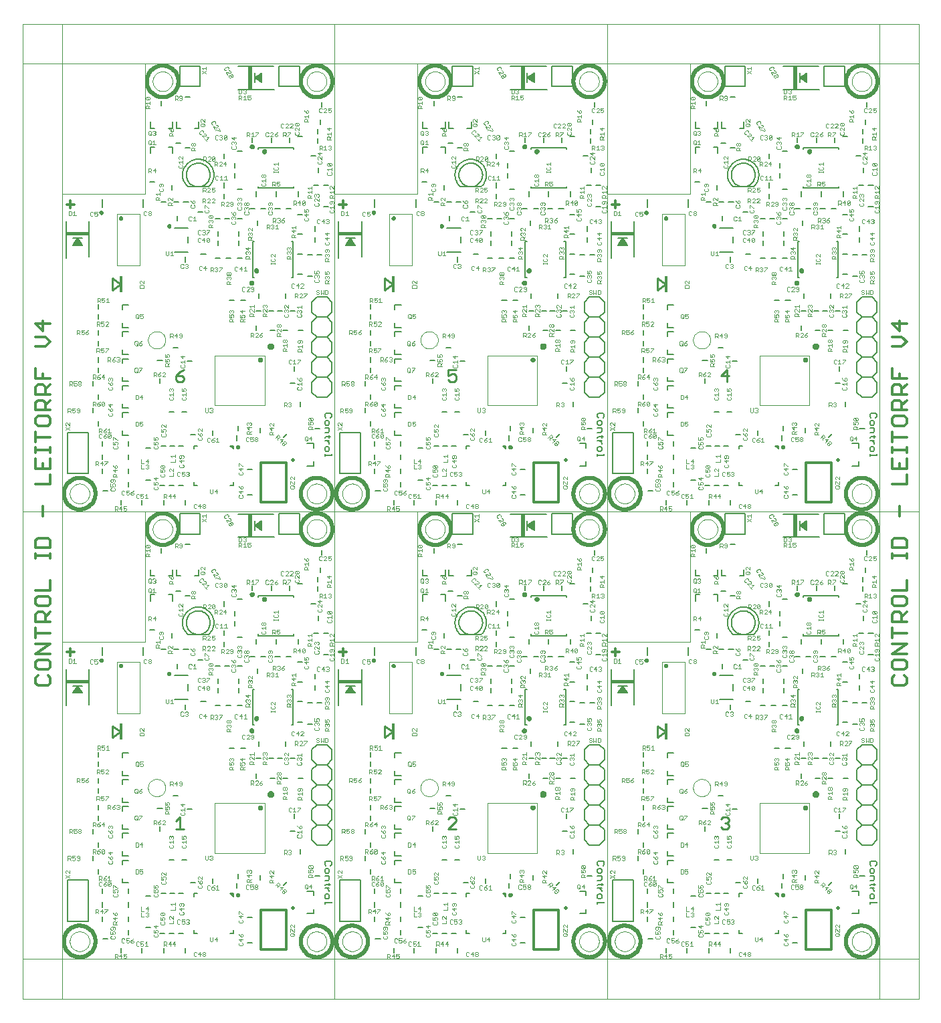
<source format=gto>
G75*
G70*
%OFA0B0*%
%FSLAX24Y24*%
%IPPOS*%
%LPD*%
%AMOC8*
5,1,8,0,0,1.08239X$1,22.5*
%
%ADD10C,0.0000*%
%ADD11C,0.0030*%
%ADD12C,0.0060*%
%ADD13C,0.0080*%
%ADD14C,0.0100*%
%ADD15C,0.0197*%
%ADD16C,0.0118*%
%ADD17C,0.0120*%
%ADD18R,0.0118X0.0827*%
%ADD19C,0.0047*%
%ADD20C,0.0050*%
%ADD21C,0.0157*%
%ADD22C,0.0150*%
%ADD23C,0.0200*%
D10*
X000100Y000100D02*
X002069Y000100D01*
X002069Y002069D01*
X042817Y002069D01*
X042817Y046714D01*
X002069Y046714D01*
X002069Y002069D01*
X000100Y002069D01*
X000100Y024391D01*
X044785Y024391D01*
X044785Y002069D01*
X042817Y002069D01*
X042817Y000100D01*
X029234Y000100D01*
X029234Y048683D01*
X042817Y048683D01*
X042817Y046714D01*
X044785Y046714D01*
X044785Y024391D01*
X042817Y024391D02*
X029234Y024391D01*
X029234Y040218D01*
X033368Y040218D01*
X033368Y046714D01*
X042817Y046714D01*
X042817Y024391D01*
X042817Y002069D01*
X029234Y002069D01*
X029234Y017895D01*
X033368Y017895D01*
X033368Y024391D01*
X042817Y024391D01*
X041439Y023506D02*
X041441Y023550D01*
X041447Y023594D01*
X041457Y023637D01*
X041470Y023679D01*
X041488Y023719D01*
X041509Y023758D01*
X041533Y023795D01*
X041560Y023830D01*
X041591Y023862D01*
X041624Y023891D01*
X041660Y023917D01*
X041698Y023939D01*
X041738Y023958D01*
X041779Y023974D01*
X041822Y023986D01*
X041865Y023994D01*
X041909Y023998D01*
X041953Y023998D01*
X041997Y023994D01*
X042040Y023986D01*
X042083Y023974D01*
X042124Y023958D01*
X042164Y023939D01*
X042202Y023917D01*
X042238Y023891D01*
X042271Y023862D01*
X042302Y023830D01*
X042329Y023795D01*
X042353Y023758D01*
X042374Y023719D01*
X042392Y023679D01*
X042405Y023637D01*
X042415Y023594D01*
X042421Y023550D01*
X042423Y023506D01*
X042421Y023462D01*
X042415Y023418D01*
X042405Y023375D01*
X042392Y023333D01*
X042374Y023293D01*
X042353Y023254D01*
X042329Y023217D01*
X042302Y023182D01*
X042271Y023150D01*
X042238Y023121D01*
X042202Y023095D01*
X042164Y023073D01*
X042124Y023054D01*
X042083Y023038D01*
X042040Y023026D01*
X041997Y023018D01*
X041953Y023014D01*
X041909Y023014D01*
X041865Y023018D01*
X041822Y023026D01*
X041779Y023038D01*
X041738Y023054D01*
X041698Y023073D01*
X041660Y023095D01*
X041624Y023121D01*
X041591Y023150D01*
X041560Y023182D01*
X041533Y023217D01*
X041509Y023254D01*
X041488Y023293D01*
X041470Y023333D01*
X041457Y023375D01*
X041447Y023418D01*
X041441Y023462D01*
X041439Y023506D01*
X041439Y025277D02*
X041441Y025321D01*
X041447Y025365D01*
X041457Y025408D01*
X041470Y025450D01*
X041488Y025490D01*
X041509Y025529D01*
X041533Y025566D01*
X041560Y025601D01*
X041591Y025633D01*
X041624Y025662D01*
X041660Y025688D01*
X041698Y025710D01*
X041738Y025729D01*
X041779Y025745D01*
X041822Y025757D01*
X041865Y025765D01*
X041909Y025769D01*
X041953Y025769D01*
X041997Y025765D01*
X042040Y025757D01*
X042083Y025745D01*
X042124Y025729D01*
X042164Y025710D01*
X042202Y025688D01*
X042238Y025662D01*
X042271Y025633D01*
X042302Y025601D01*
X042329Y025566D01*
X042353Y025529D01*
X042374Y025490D01*
X042392Y025450D01*
X042405Y025408D01*
X042415Y025365D01*
X042421Y025321D01*
X042423Y025277D01*
X042421Y025233D01*
X042415Y025189D01*
X042405Y025146D01*
X042392Y025104D01*
X042374Y025064D01*
X042353Y025025D01*
X042329Y024988D01*
X042302Y024953D01*
X042271Y024921D01*
X042238Y024892D01*
X042202Y024866D01*
X042164Y024844D01*
X042124Y024825D01*
X042083Y024809D01*
X042040Y024797D01*
X041997Y024789D01*
X041953Y024785D01*
X041909Y024785D01*
X041865Y024789D01*
X041822Y024797D01*
X041779Y024809D01*
X041738Y024825D01*
X041698Y024844D01*
X041660Y024866D01*
X041624Y024892D01*
X041591Y024921D01*
X041560Y024953D01*
X041533Y024988D01*
X041509Y025025D01*
X041488Y025064D01*
X041470Y025104D01*
X041457Y025146D01*
X041447Y025189D01*
X041441Y025233D01*
X041439Y025277D01*
X033762Y023506D02*
X033764Y023550D01*
X033770Y023594D01*
X033780Y023637D01*
X033793Y023679D01*
X033811Y023719D01*
X033832Y023758D01*
X033856Y023795D01*
X033883Y023830D01*
X033914Y023862D01*
X033947Y023891D01*
X033983Y023917D01*
X034021Y023939D01*
X034061Y023958D01*
X034102Y023974D01*
X034145Y023986D01*
X034188Y023994D01*
X034232Y023998D01*
X034276Y023998D01*
X034320Y023994D01*
X034363Y023986D01*
X034406Y023974D01*
X034447Y023958D01*
X034487Y023939D01*
X034525Y023917D01*
X034561Y023891D01*
X034594Y023862D01*
X034625Y023830D01*
X034652Y023795D01*
X034676Y023758D01*
X034697Y023719D01*
X034715Y023679D01*
X034728Y023637D01*
X034738Y023594D01*
X034744Y023550D01*
X034746Y023506D01*
X034744Y023462D01*
X034738Y023418D01*
X034728Y023375D01*
X034715Y023333D01*
X034697Y023293D01*
X034676Y023254D01*
X034652Y023217D01*
X034625Y023182D01*
X034594Y023150D01*
X034561Y023121D01*
X034525Y023095D01*
X034487Y023073D01*
X034447Y023054D01*
X034406Y023038D01*
X034363Y023026D01*
X034320Y023018D01*
X034276Y023014D01*
X034232Y023014D01*
X034188Y023018D01*
X034145Y023026D01*
X034102Y023038D01*
X034061Y023054D01*
X034021Y023073D01*
X033983Y023095D01*
X033947Y023121D01*
X033914Y023150D01*
X033883Y023182D01*
X033856Y023217D01*
X033832Y023254D01*
X033811Y023293D01*
X033793Y023333D01*
X033780Y023375D01*
X033770Y023418D01*
X033764Y023462D01*
X033762Y023506D01*
X029628Y025277D02*
X029630Y025321D01*
X029636Y025365D01*
X029646Y025408D01*
X029659Y025450D01*
X029677Y025490D01*
X029698Y025529D01*
X029722Y025566D01*
X029749Y025601D01*
X029780Y025633D01*
X029813Y025662D01*
X029849Y025688D01*
X029887Y025710D01*
X029927Y025729D01*
X029968Y025745D01*
X030011Y025757D01*
X030054Y025765D01*
X030098Y025769D01*
X030142Y025769D01*
X030186Y025765D01*
X030229Y025757D01*
X030272Y025745D01*
X030313Y025729D01*
X030353Y025710D01*
X030391Y025688D01*
X030427Y025662D01*
X030460Y025633D01*
X030491Y025601D01*
X030518Y025566D01*
X030542Y025529D01*
X030563Y025490D01*
X030581Y025450D01*
X030594Y025408D01*
X030604Y025365D01*
X030610Y025321D01*
X030612Y025277D01*
X030610Y025233D01*
X030604Y025189D01*
X030594Y025146D01*
X030581Y025104D01*
X030563Y025064D01*
X030542Y025025D01*
X030518Y024988D01*
X030491Y024953D01*
X030460Y024921D01*
X030427Y024892D01*
X030391Y024866D01*
X030353Y024844D01*
X030313Y024825D01*
X030272Y024809D01*
X030229Y024797D01*
X030186Y024789D01*
X030142Y024785D01*
X030098Y024785D01*
X030054Y024789D01*
X030011Y024797D01*
X029968Y024809D01*
X029927Y024825D01*
X029887Y024844D01*
X029849Y024866D01*
X029813Y024892D01*
X029780Y024921D01*
X029749Y024953D01*
X029722Y024988D01*
X029698Y025025D01*
X029677Y025064D01*
X029659Y025104D01*
X029646Y025146D01*
X029636Y025189D01*
X029630Y025233D01*
X029628Y025277D01*
X029234Y024391D02*
X015651Y024391D01*
X015651Y040218D01*
X019785Y040218D01*
X019785Y046714D01*
X029234Y046714D01*
X029234Y024391D01*
X029234Y002069D01*
X015651Y002069D01*
X015651Y017895D01*
X019785Y017895D01*
X019785Y024391D01*
X029234Y024391D01*
X027856Y023506D02*
X027858Y023550D01*
X027864Y023594D01*
X027874Y023637D01*
X027887Y023679D01*
X027905Y023719D01*
X027926Y023758D01*
X027950Y023795D01*
X027977Y023830D01*
X028008Y023862D01*
X028041Y023891D01*
X028077Y023917D01*
X028115Y023939D01*
X028155Y023958D01*
X028196Y023974D01*
X028239Y023986D01*
X028282Y023994D01*
X028326Y023998D01*
X028370Y023998D01*
X028414Y023994D01*
X028457Y023986D01*
X028500Y023974D01*
X028541Y023958D01*
X028581Y023939D01*
X028619Y023917D01*
X028655Y023891D01*
X028688Y023862D01*
X028719Y023830D01*
X028746Y023795D01*
X028770Y023758D01*
X028791Y023719D01*
X028809Y023679D01*
X028822Y023637D01*
X028832Y023594D01*
X028838Y023550D01*
X028840Y023506D01*
X028838Y023462D01*
X028832Y023418D01*
X028822Y023375D01*
X028809Y023333D01*
X028791Y023293D01*
X028770Y023254D01*
X028746Y023217D01*
X028719Y023182D01*
X028688Y023150D01*
X028655Y023121D01*
X028619Y023095D01*
X028581Y023073D01*
X028541Y023054D01*
X028500Y023038D01*
X028457Y023026D01*
X028414Y023018D01*
X028370Y023014D01*
X028326Y023014D01*
X028282Y023018D01*
X028239Y023026D01*
X028196Y023038D01*
X028155Y023054D01*
X028115Y023073D01*
X028077Y023095D01*
X028041Y023121D01*
X028008Y023150D01*
X027977Y023182D01*
X027950Y023217D01*
X027926Y023254D01*
X027905Y023293D01*
X027887Y023333D01*
X027874Y023375D01*
X027864Y023418D01*
X027858Y023462D01*
X027856Y023506D01*
X027856Y025277D02*
X027858Y025321D01*
X027864Y025365D01*
X027874Y025408D01*
X027887Y025450D01*
X027905Y025490D01*
X027926Y025529D01*
X027950Y025566D01*
X027977Y025601D01*
X028008Y025633D01*
X028041Y025662D01*
X028077Y025688D01*
X028115Y025710D01*
X028155Y025729D01*
X028196Y025745D01*
X028239Y025757D01*
X028282Y025765D01*
X028326Y025769D01*
X028370Y025769D01*
X028414Y025765D01*
X028457Y025757D01*
X028500Y025745D01*
X028541Y025729D01*
X028581Y025710D01*
X028619Y025688D01*
X028655Y025662D01*
X028688Y025633D01*
X028719Y025601D01*
X028746Y025566D01*
X028770Y025529D01*
X028791Y025490D01*
X028809Y025450D01*
X028822Y025408D01*
X028832Y025365D01*
X028838Y025321D01*
X028840Y025277D01*
X028838Y025233D01*
X028832Y025189D01*
X028822Y025146D01*
X028809Y025104D01*
X028791Y025064D01*
X028770Y025025D01*
X028746Y024988D01*
X028719Y024953D01*
X028688Y024921D01*
X028655Y024892D01*
X028619Y024866D01*
X028581Y024844D01*
X028541Y024825D01*
X028500Y024809D01*
X028457Y024797D01*
X028414Y024789D01*
X028370Y024785D01*
X028326Y024785D01*
X028282Y024789D01*
X028239Y024797D01*
X028196Y024809D01*
X028155Y024825D01*
X028115Y024844D01*
X028077Y024866D01*
X028041Y024892D01*
X028008Y024921D01*
X027977Y024953D01*
X027950Y024988D01*
X027926Y025025D01*
X027905Y025064D01*
X027887Y025104D01*
X027874Y025146D01*
X027864Y025189D01*
X027858Y025233D01*
X027856Y025277D01*
X020179Y023506D02*
X020181Y023550D01*
X020187Y023594D01*
X020197Y023637D01*
X020210Y023679D01*
X020228Y023719D01*
X020249Y023758D01*
X020273Y023795D01*
X020300Y023830D01*
X020331Y023862D01*
X020364Y023891D01*
X020400Y023917D01*
X020438Y023939D01*
X020478Y023958D01*
X020519Y023974D01*
X020562Y023986D01*
X020605Y023994D01*
X020649Y023998D01*
X020693Y023998D01*
X020737Y023994D01*
X020780Y023986D01*
X020823Y023974D01*
X020864Y023958D01*
X020904Y023939D01*
X020942Y023917D01*
X020978Y023891D01*
X021011Y023862D01*
X021042Y023830D01*
X021069Y023795D01*
X021093Y023758D01*
X021114Y023719D01*
X021132Y023679D01*
X021145Y023637D01*
X021155Y023594D01*
X021161Y023550D01*
X021163Y023506D01*
X021161Y023462D01*
X021155Y023418D01*
X021145Y023375D01*
X021132Y023333D01*
X021114Y023293D01*
X021093Y023254D01*
X021069Y023217D01*
X021042Y023182D01*
X021011Y023150D01*
X020978Y023121D01*
X020942Y023095D01*
X020904Y023073D01*
X020864Y023054D01*
X020823Y023038D01*
X020780Y023026D01*
X020737Y023018D01*
X020693Y023014D01*
X020649Y023014D01*
X020605Y023018D01*
X020562Y023026D01*
X020519Y023038D01*
X020478Y023054D01*
X020438Y023073D01*
X020400Y023095D01*
X020364Y023121D01*
X020331Y023150D01*
X020300Y023182D01*
X020273Y023217D01*
X020249Y023254D01*
X020228Y023293D01*
X020210Y023333D01*
X020197Y023375D01*
X020187Y023418D01*
X020181Y023462D01*
X020179Y023506D01*
X016045Y025277D02*
X016047Y025321D01*
X016053Y025365D01*
X016063Y025408D01*
X016076Y025450D01*
X016094Y025490D01*
X016115Y025529D01*
X016139Y025566D01*
X016166Y025601D01*
X016197Y025633D01*
X016230Y025662D01*
X016266Y025688D01*
X016304Y025710D01*
X016344Y025729D01*
X016385Y025745D01*
X016428Y025757D01*
X016471Y025765D01*
X016515Y025769D01*
X016559Y025769D01*
X016603Y025765D01*
X016646Y025757D01*
X016689Y025745D01*
X016730Y025729D01*
X016770Y025710D01*
X016808Y025688D01*
X016844Y025662D01*
X016877Y025633D01*
X016908Y025601D01*
X016935Y025566D01*
X016959Y025529D01*
X016980Y025490D01*
X016998Y025450D01*
X017011Y025408D01*
X017021Y025365D01*
X017027Y025321D01*
X017029Y025277D01*
X017027Y025233D01*
X017021Y025189D01*
X017011Y025146D01*
X016998Y025104D01*
X016980Y025064D01*
X016959Y025025D01*
X016935Y024988D01*
X016908Y024953D01*
X016877Y024921D01*
X016844Y024892D01*
X016808Y024866D01*
X016770Y024844D01*
X016730Y024825D01*
X016689Y024809D01*
X016646Y024797D01*
X016603Y024789D01*
X016559Y024785D01*
X016515Y024785D01*
X016471Y024789D01*
X016428Y024797D01*
X016385Y024809D01*
X016344Y024825D01*
X016304Y024844D01*
X016266Y024866D01*
X016230Y024892D01*
X016197Y024921D01*
X016166Y024953D01*
X016139Y024988D01*
X016115Y025025D01*
X016094Y025064D01*
X016076Y025104D01*
X016063Y025146D01*
X016053Y025189D01*
X016047Y025233D01*
X016045Y025277D01*
X015651Y024391D02*
X002069Y024391D01*
X002069Y040218D01*
X006202Y040218D01*
X006202Y046714D01*
X015651Y046714D01*
X015651Y024391D01*
X015651Y002069D01*
X002069Y002069D01*
X002069Y017895D01*
X006202Y017895D01*
X006202Y024391D01*
X015651Y024391D01*
X014273Y023506D02*
X014275Y023550D01*
X014281Y023594D01*
X014291Y023637D01*
X014304Y023679D01*
X014322Y023719D01*
X014343Y023758D01*
X014367Y023795D01*
X014394Y023830D01*
X014425Y023862D01*
X014458Y023891D01*
X014494Y023917D01*
X014532Y023939D01*
X014572Y023958D01*
X014613Y023974D01*
X014656Y023986D01*
X014699Y023994D01*
X014743Y023998D01*
X014787Y023998D01*
X014831Y023994D01*
X014874Y023986D01*
X014917Y023974D01*
X014958Y023958D01*
X014998Y023939D01*
X015036Y023917D01*
X015072Y023891D01*
X015105Y023862D01*
X015136Y023830D01*
X015163Y023795D01*
X015187Y023758D01*
X015208Y023719D01*
X015226Y023679D01*
X015239Y023637D01*
X015249Y023594D01*
X015255Y023550D01*
X015257Y023506D01*
X015255Y023462D01*
X015249Y023418D01*
X015239Y023375D01*
X015226Y023333D01*
X015208Y023293D01*
X015187Y023254D01*
X015163Y023217D01*
X015136Y023182D01*
X015105Y023150D01*
X015072Y023121D01*
X015036Y023095D01*
X014998Y023073D01*
X014958Y023054D01*
X014917Y023038D01*
X014874Y023026D01*
X014831Y023018D01*
X014787Y023014D01*
X014743Y023014D01*
X014699Y023018D01*
X014656Y023026D01*
X014613Y023038D01*
X014572Y023054D01*
X014532Y023073D01*
X014494Y023095D01*
X014458Y023121D01*
X014425Y023150D01*
X014394Y023182D01*
X014367Y023217D01*
X014343Y023254D01*
X014322Y023293D01*
X014304Y023333D01*
X014291Y023375D01*
X014281Y023418D01*
X014275Y023462D01*
X014273Y023506D01*
X014273Y025277D02*
X014275Y025321D01*
X014281Y025365D01*
X014291Y025408D01*
X014304Y025450D01*
X014322Y025490D01*
X014343Y025529D01*
X014367Y025566D01*
X014394Y025601D01*
X014425Y025633D01*
X014458Y025662D01*
X014494Y025688D01*
X014532Y025710D01*
X014572Y025729D01*
X014613Y025745D01*
X014656Y025757D01*
X014699Y025765D01*
X014743Y025769D01*
X014787Y025769D01*
X014831Y025765D01*
X014874Y025757D01*
X014917Y025745D01*
X014958Y025729D01*
X014998Y025710D01*
X015036Y025688D01*
X015072Y025662D01*
X015105Y025633D01*
X015136Y025601D01*
X015163Y025566D01*
X015187Y025529D01*
X015208Y025490D01*
X015226Y025450D01*
X015239Y025408D01*
X015249Y025365D01*
X015255Y025321D01*
X015257Y025277D01*
X015255Y025233D01*
X015249Y025189D01*
X015239Y025146D01*
X015226Y025104D01*
X015208Y025064D01*
X015187Y025025D01*
X015163Y024988D01*
X015136Y024953D01*
X015105Y024921D01*
X015072Y024892D01*
X015036Y024866D01*
X014998Y024844D01*
X014958Y024825D01*
X014917Y024809D01*
X014874Y024797D01*
X014831Y024789D01*
X014787Y024785D01*
X014743Y024785D01*
X014699Y024789D01*
X014656Y024797D01*
X014613Y024809D01*
X014572Y024825D01*
X014532Y024844D01*
X014494Y024866D01*
X014458Y024892D01*
X014425Y024921D01*
X014394Y024953D01*
X014367Y024988D01*
X014343Y025025D01*
X014322Y025064D01*
X014304Y025104D01*
X014291Y025146D01*
X014281Y025189D01*
X014275Y025233D01*
X014273Y025277D01*
X006596Y023506D02*
X006598Y023550D01*
X006604Y023594D01*
X006614Y023637D01*
X006627Y023679D01*
X006645Y023719D01*
X006666Y023758D01*
X006690Y023795D01*
X006717Y023830D01*
X006748Y023862D01*
X006781Y023891D01*
X006817Y023917D01*
X006855Y023939D01*
X006895Y023958D01*
X006936Y023974D01*
X006979Y023986D01*
X007022Y023994D01*
X007066Y023998D01*
X007110Y023998D01*
X007154Y023994D01*
X007197Y023986D01*
X007240Y023974D01*
X007281Y023958D01*
X007321Y023939D01*
X007359Y023917D01*
X007395Y023891D01*
X007428Y023862D01*
X007459Y023830D01*
X007486Y023795D01*
X007510Y023758D01*
X007531Y023719D01*
X007549Y023679D01*
X007562Y023637D01*
X007572Y023594D01*
X007578Y023550D01*
X007580Y023506D01*
X007578Y023462D01*
X007572Y023418D01*
X007562Y023375D01*
X007549Y023333D01*
X007531Y023293D01*
X007510Y023254D01*
X007486Y023217D01*
X007459Y023182D01*
X007428Y023150D01*
X007395Y023121D01*
X007359Y023095D01*
X007321Y023073D01*
X007281Y023054D01*
X007240Y023038D01*
X007197Y023026D01*
X007154Y023018D01*
X007110Y023014D01*
X007066Y023014D01*
X007022Y023018D01*
X006979Y023026D01*
X006936Y023038D01*
X006895Y023054D01*
X006855Y023073D01*
X006817Y023095D01*
X006781Y023121D01*
X006748Y023150D01*
X006717Y023182D01*
X006690Y023217D01*
X006666Y023254D01*
X006645Y023293D01*
X006627Y023333D01*
X006614Y023375D01*
X006604Y023418D01*
X006598Y023462D01*
X006596Y023506D01*
X002462Y025277D02*
X002464Y025321D01*
X002470Y025365D01*
X002480Y025408D01*
X002493Y025450D01*
X002511Y025490D01*
X002532Y025529D01*
X002556Y025566D01*
X002583Y025601D01*
X002614Y025633D01*
X002647Y025662D01*
X002683Y025688D01*
X002721Y025710D01*
X002761Y025729D01*
X002802Y025745D01*
X002845Y025757D01*
X002888Y025765D01*
X002932Y025769D01*
X002976Y025769D01*
X003020Y025765D01*
X003063Y025757D01*
X003106Y025745D01*
X003147Y025729D01*
X003187Y025710D01*
X003225Y025688D01*
X003261Y025662D01*
X003294Y025633D01*
X003325Y025601D01*
X003352Y025566D01*
X003376Y025529D01*
X003397Y025490D01*
X003415Y025450D01*
X003428Y025408D01*
X003438Y025365D01*
X003444Y025321D01*
X003446Y025277D01*
X003444Y025233D01*
X003438Y025189D01*
X003428Y025146D01*
X003415Y025104D01*
X003397Y025064D01*
X003376Y025025D01*
X003352Y024988D01*
X003325Y024953D01*
X003294Y024921D01*
X003261Y024892D01*
X003225Y024866D01*
X003187Y024844D01*
X003147Y024825D01*
X003106Y024809D01*
X003063Y024797D01*
X003020Y024789D01*
X002976Y024785D01*
X002932Y024785D01*
X002888Y024789D01*
X002845Y024797D01*
X002802Y024809D01*
X002761Y024825D01*
X002721Y024844D01*
X002683Y024866D01*
X002647Y024892D01*
X002614Y024921D01*
X002583Y024953D01*
X002556Y024988D01*
X002532Y025025D01*
X002511Y025064D01*
X002493Y025104D01*
X002480Y025146D01*
X002470Y025189D01*
X002464Y025233D01*
X002462Y025277D01*
X000100Y024391D02*
X000100Y046714D01*
X002069Y046714D01*
X002069Y048683D01*
X015651Y048683D01*
X015651Y000100D01*
X002069Y000100D01*
X000100Y000100D02*
X000100Y002069D01*
X002462Y002954D02*
X002464Y002998D01*
X002470Y003042D01*
X002480Y003085D01*
X002493Y003127D01*
X002511Y003167D01*
X002532Y003206D01*
X002556Y003243D01*
X002583Y003278D01*
X002614Y003310D01*
X002647Y003339D01*
X002683Y003365D01*
X002721Y003387D01*
X002761Y003406D01*
X002802Y003422D01*
X002845Y003434D01*
X002888Y003442D01*
X002932Y003446D01*
X002976Y003446D01*
X003020Y003442D01*
X003063Y003434D01*
X003106Y003422D01*
X003147Y003406D01*
X003187Y003387D01*
X003225Y003365D01*
X003261Y003339D01*
X003294Y003310D01*
X003325Y003278D01*
X003352Y003243D01*
X003376Y003206D01*
X003397Y003167D01*
X003415Y003127D01*
X003428Y003085D01*
X003438Y003042D01*
X003444Y002998D01*
X003446Y002954D01*
X003444Y002910D01*
X003438Y002866D01*
X003428Y002823D01*
X003415Y002781D01*
X003397Y002741D01*
X003376Y002702D01*
X003352Y002665D01*
X003325Y002630D01*
X003294Y002598D01*
X003261Y002569D01*
X003225Y002543D01*
X003187Y002521D01*
X003147Y002502D01*
X003106Y002486D01*
X003063Y002474D01*
X003020Y002466D01*
X002976Y002462D01*
X002932Y002462D01*
X002888Y002466D01*
X002845Y002474D01*
X002802Y002486D01*
X002761Y002502D01*
X002721Y002521D01*
X002683Y002543D01*
X002647Y002569D01*
X002614Y002598D01*
X002583Y002630D01*
X002556Y002665D01*
X002532Y002702D01*
X002511Y002741D01*
X002493Y002781D01*
X002480Y002823D01*
X002470Y002866D01*
X002464Y002910D01*
X002462Y002954D01*
X006360Y010612D02*
X006362Y010653D01*
X006368Y010694D01*
X006378Y010734D01*
X006391Y010773D01*
X006408Y010810D01*
X006429Y010846D01*
X006453Y010880D01*
X006480Y010911D01*
X006509Y010939D01*
X006542Y010965D01*
X006576Y010987D01*
X006613Y011006D01*
X006651Y011021D01*
X006691Y011033D01*
X006731Y011041D01*
X006772Y011045D01*
X006814Y011045D01*
X006855Y011041D01*
X006895Y011033D01*
X006935Y011021D01*
X006973Y011006D01*
X007009Y010987D01*
X007044Y010965D01*
X007077Y010939D01*
X007106Y010911D01*
X007133Y010880D01*
X007157Y010846D01*
X007178Y010810D01*
X007195Y010773D01*
X007208Y010734D01*
X007218Y010694D01*
X007224Y010653D01*
X007226Y010612D01*
X007224Y010571D01*
X007218Y010530D01*
X007208Y010490D01*
X007195Y010451D01*
X007178Y010414D01*
X007157Y010378D01*
X007133Y010344D01*
X007106Y010313D01*
X007077Y010285D01*
X007044Y010259D01*
X007010Y010237D01*
X006973Y010218D01*
X006935Y010203D01*
X006895Y010191D01*
X006855Y010183D01*
X006814Y010179D01*
X006772Y010179D01*
X006731Y010183D01*
X006691Y010191D01*
X006651Y010203D01*
X006613Y010218D01*
X006577Y010237D01*
X006542Y010259D01*
X006509Y010285D01*
X006480Y010313D01*
X006453Y010344D01*
X006429Y010378D01*
X006408Y010414D01*
X006391Y010451D01*
X006378Y010490D01*
X006368Y010530D01*
X006362Y010571D01*
X006360Y010612D01*
X014273Y002954D02*
X014275Y002998D01*
X014281Y003042D01*
X014291Y003085D01*
X014304Y003127D01*
X014322Y003167D01*
X014343Y003206D01*
X014367Y003243D01*
X014394Y003278D01*
X014425Y003310D01*
X014458Y003339D01*
X014494Y003365D01*
X014532Y003387D01*
X014572Y003406D01*
X014613Y003422D01*
X014656Y003434D01*
X014699Y003442D01*
X014743Y003446D01*
X014787Y003446D01*
X014831Y003442D01*
X014874Y003434D01*
X014917Y003422D01*
X014958Y003406D01*
X014998Y003387D01*
X015036Y003365D01*
X015072Y003339D01*
X015105Y003310D01*
X015136Y003278D01*
X015163Y003243D01*
X015187Y003206D01*
X015208Y003167D01*
X015226Y003127D01*
X015239Y003085D01*
X015249Y003042D01*
X015255Y002998D01*
X015257Y002954D01*
X015255Y002910D01*
X015249Y002866D01*
X015239Y002823D01*
X015226Y002781D01*
X015208Y002741D01*
X015187Y002702D01*
X015163Y002665D01*
X015136Y002630D01*
X015105Y002598D01*
X015072Y002569D01*
X015036Y002543D01*
X014998Y002521D01*
X014958Y002502D01*
X014917Y002486D01*
X014874Y002474D01*
X014831Y002466D01*
X014787Y002462D01*
X014743Y002462D01*
X014699Y002466D01*
X014656Y002474D01*
X014613Y002486D01*
X014572Y002502D01*
X014532Y002521D01*
X014494Y002543D01*
X014458Y002569D01*
X014425Y002598D01*
X014394Y002630D01*
X014367Y002665D01*
X014343Y002702D01*
X014322Y002741D01*
X014304Y002781D01*
X014291Y002823D01*
X014281Y002866D01*
X014275Y002910D01*
X014273Y002954D01*
X016045Y002954D02*
X016047Y002998D01*
X016053Y003042D01*
X016063Y003085D01*
X016076Y003127D01*
X016094Y003167D01*
X016115Y003206D01*
X016139Y003243D01*
X016166Y003278D01*
X016197Y003310D01*
X016230Y003339D01*
X016266Y003365D01*
X016304Y003387D01*
X016344Y003406D01*
X016385Y003422D01*
X016428Y003434D01*
X016471Y003442D01*
X016515Y003446D01*
X016559Y003446D01*
X016603Y003442D01*
X016646Y003434D01*
X016689Y003422D01*
X016730Y003406D01*
X016770Y003387D01*
X016808Y003365D01*
X016844Y003339D01*
X016877Y003310D01*
X016908Y003278D01*
X016935Y003243D01*
X016959Y003206D01*
X016980Y003167D01*
X016998Y003127D01*
X017011Y003085D01*
X017021Y003042D01*
X017027Y002998D01*
X017029Y002954D01*
X017027Y002910D01*
X017021Y002866D01*
X017011Y002823D01*
X016998Y002781D01*
X016980Y002741D01*
X016959Y002702D01*
X016935Y002665D01*
X016908Y002630D01*
X016877Y002598D01*
X016844Y002569D01*
X016808Y002543D01*
X016770Y002521D01*
X016730Y002502D01*
X016689Y002486D01*
X016646Y002474D01*
X016603Y002466D01*
X016559Y002462D01*
X016515Y002462D01*
X016471Y002466D01*
X016428Y002474D01*
X016385Y002486D01*
X016344Y002502D01*
X016304Y002521D01*
X016266Y002543D01*
X016230Y002569D01*
X016197Y002598D01*
X016166Y002630D01*
X016139Y002665D01*
X016115Y002702D01*
X016094Y002741D01*
X016076Y002781D01*
X016063Y002823D01*
X016053Y002866D01*
X016047Y002910D01*
X016045Y002954D01*
X015651Y000100D02*
X029234Y000100D01*
X029628Y002954D02*
X029630Y002998D01*
X029636Y003042D01*
X029646Y003085D01*
X029659Y003127D01*
X029677Y003167D01*
X029698Y003206D01*
X029722Y003243D01*
X029749Y003278D01*
X029780Y003310D01*
X029813Y003339D01*
X029849Y003365D01*
X029887Y003387D01*
X029927Y003406D01*
X029968Y003422D01*
X030011Y003434D01*
X030054Y003442D01*
X030098Y003446D01*
X030142Y003446D01*
X030186Y003442D01*
X030229Y003434D01*
X030272Y003422D01*
X030313Y003406D01*
X030353Y003387D01*
X030391Y003365D01*
X030427Y003339D01*
X030460Y003310D01*
X030491Y003278D01*
X030518Y003243D01*
X030542Y003206D01*
X030563Y003167D01*
X030581Y003127D01*
X030594Y003085D01*
X030604Y003042D01*
X030610Y002998D01*
X030612Y002954D01*
X030610Y002910D01*
X030604Y002866D01*
X030594Y002823D01*
X030581Y002781D01*
X030563Y002741D01*
X030542Y002702D01*
X030518Y002665D01*
X030491Y002630D01*
X030460Y002598D01*
X030427Y002569D01*
X030391Y002543D01*
X030353Y002521D01*
X030313Y002502D01*
X030272Y002486D01*
X030229Y002474D01*
X030186Y002466D01*
X030142Y002462D01*
X030098Y002462D01*
X030054Y002466D01*
X030011Y002474D01*
X029968Y002486D01*
X029927Y002502D01*
X029887Y002521D01*
X029849Y002543D01*
X029813Y002569D01*
X029780Y002598D01*
X029749Y002630D01*
X029722Y002665D01*
X029698Y002702D01*
X029677Y002741D01*
X029659Y002781D01*
X029646Y002823D01*
X029636Y002866D01*
X029630Y002910D01*
X029628Y002954D01*
X027856Y002954D02*
X027858Y002998D01*
X027864Y003042D01*
X027874Y003085D01*
X027887Y003127D01*
X027905Y003167D01*
X027926Y003206D01*
X027950Y003243D01*
X027977Y003278D01*
X028008Y003310D01*
X028041Y003339D01*
X028077Y003365D01*
X028115Y003387D01*
X028155Y003406D01*
X028196Y003422D01*
X028239Y003434D01*
X028282Y003442D01*
X028326Y003446D01*
X028370Y003446D01*
X028414Y003442D01*
X028457Y003434D01*
X028500Y003422D01*
X028541Y003406D01*
X028581Y003387D01*
X028619Y003365D01*
X028655Y003339D01*
X028688Y003310D01*
X028719Y003278D01*
X028746Y003243D01*
X028770Y003206D01*
X028791Y003167D01*
X028809Y003127D01*
X028822Y003085D01*
X028832Y003042D01*
X028838Y002998D01*
X028840Y002954D01*
X028838Y002910D01*
X028832Y002866D01*
X028822Y002823D01*
X028809Y002781D01*
X028791Y002741D01*
X028770Y002702D01*
X028746Y002665D01*
X028719Y002630D01*
X028688Y002598D01*
X028655Y002569D01*
X028619Y002543D01*
X028581Y002521D01*
X028541Y002502D01*
X028500Y002486D01*
X028457Y002474D01*
X028414Y002466D01*
X028370Y002462D01*
X028326Y002462D01*
X028282Y002466D01*
X028239Y002474D01*
X028196Y002486D01*
X028155Y002502D01*
X028115Y002521D01*
X028077Y002543D01*
X028041Y002569D01*
X028008Y002598D01*
X027977Y002630D01*
X027950Y002665D01*
X027926Y002702D01*
X027905Y002741D01*
X027887Y002781D01*
X027874Y002823D01*
X027864Y002866D01*
X027858Y002910D01*
X027856Y002954D01*
X033525Y010612D02*
X033527Y010653D01*
X033533Y010694D01*
X033543Y010734D01*
X033556Y010773D01*
X033573Y010810D01*
X033594Y010846D01*
X033618Y010880D01*
X033645Y010911D01*
X033674Y010939D01*
X033707Y010965D01*
X033741Y010987D01*
X033778Y011006D01*
X033816Y011021D01*
X033856Y011033D01*
X033896Y011041D01*
X033937Y011045D01*
X033979Y011045D01*
X034020Y011041D01*
X034060Y011033D01*
X034100Y011021D01*
X034138Y011006D01*
X034174Y010987D01*
X034209Y010965D01*
X034242Y010939D01*
X034271Y010911D01*
X034298Y010880D01*
X034322Y010846D01*
X034343Y010810D01*
X034360Y010773D01*
X034373Y010734D01*
X034383Y010694D01*
X034389Y010653D01*
X034391Y010612D01*
X034389Y010571D01*
X034383Y010530D01*
X034373Y010490D01*
X034360Y010451D01*
X034343Y010414D01*
X034322Y010378D01*
X034298Y010344D01*
X034271Y010313D01*
X034242Y010285D01*
X034209Y010259D01*
X034175Y010237D01*
X034138Y010218D01*
X034100Y010203D01*
X034060Y010191D01*
X034020Y010183D01*
X033979Y010179D01*
X033937Y010179D01*
X033896Y010183D01*
X033856Y010191D01*
X033816Y010203D01*
X033778Y010218D01*
X033742Y010237D01*
X033707Y010259D01*
X033674Y010285D01*
X033645Y010313D01*
X033618Y010344D01*
X033594Y010378D01*
X033573Y010414D01*
X033556Y010451D01*
X033543Y010490D01*
X033533Y010530D01*
X033527Y010571D01*
X033525Y010612D01*
X041439Y002954D02*
X041441Y002998D01*
X041447Y003042D01*
X041457Y003085D01*
X041470Y003127D01*
X041488Y003167D01*
X041509Y003206D01*
X041533Y003243D01*
X041560Y003278D01*
X041591Y003310D01*
X041624Y003339D01*
X041660Y003365D01*
X041698Y003387D01*
X041738Y003406D01*
X041779Y003422D01*
X041822Y003434D01*
X041865Y003442D01*
X041909Y003446D01*
X041953Y003446D01*
X041997Y003442D01*
X042040Y003434D01*
X042083Y003422D01*
X042124Y003406D01*
X042164Y003387D01*
X042202Y003365D01*
X042238Y003339D01*
X042271Y003310D01*
X042302Y003278D01*
X042329Y003243D01*
X042353Y003206D01*
X042374Y003167D01*
X042392Y003127D01*
X042405Y003085D01*
X042415Y003042D01*
X042421Y002998D01*
X042423Y002954D01*
X042421Y002910D01*
X042415Y002866D01*
X042405Y002823D01*
X042392Y002781D01*
X042374Y002741D01*
X042353Y002702D01*
X042329Y002665D01*
X042302Y002630D01*
X042271Y002598D01*
X042238Y002569D01*
X042202Y002543D01*
X042164Y002521D01*
X042124Y002502D01*
X042083Y002486D01*
X042040Y002474D01*
X041997Y002466D01*
X041953Y002462D01*
X041909Y002462D01*
X041865Y002466D01*
X041822Y002474D01*
X041779Y002486D01*
X041738Y002502D01*
X041698Y002521D01*
X041660Y002543D01*
X041624Y002569D01*
X041591Y002598D01*
X041560Y002630D01*
X041533Y002665D01*
X041509Y002702D01*
X041488Y002741D01*
X041470Y002781D01*
X041457Y002823D01*
X041447Y002866D01*
X041441Y002910D01*
X041439Y002954D01*
X042817Y000100D02*
X044785Y000100D01*
X044785Y002069D01*
X019943Y010612D02*
X019945Y010653D01*
X019951Y010694D01*
X019961Y010734D01*
X019974Y010773D01*
X019991Y010810D01*
X020012Y010846D01*
X020036Y010880D01*
X020063Y010911D01*
X020092Y010939D01*
X020125Y010965D01*
X020159Y010987D01*
X020196Y011006D01*
X020234Y011021D01*
X020274Y011033D01*
X020314Y011041D01*
X020355Y011045D01*
X020397Y011045D01*
X020438Y011041D01*
X020478Y011033D01*
X020518Y011021D01*
X020556Y011006D01*
X020592Y010987D01*
X020627Y010965D01*
X020660Y010939D01*
X020689Y010911D01*
X020716Y010880D01*
X020740Y010846D01*
X020761Y010810D01*
X020778Y010773D01*
X020791Y010734D01*
X020801Y010694D01*
X020807Y010653D01*
X020809Y010612D01*
X020807Y010571D01*
X020801Y010530D01*
X020791Y010490D01*
X020778Y010451D01*
X020761Y010414D01*
X020740Y010378D01*
X020716Y010344D01*
X020689Y010313D01*
X020660Y010285D01*
X020627Y010259D01*
X020593Y010237D01*
X020556Y010218D01*
X020518Y010203D01*
X020478Y010191D01*
X020438Y010183D01*
X020397Y010179D01*
X020355Y010179D01*
X020314Y010183D01*
X020274Y010191D01*
X020234Y010203D01*
X020196Y010218D01*
X020160Y010237D01*
X020125Y010259D01*
X020092Y010285D01*
X020063Y010313D01*
X020036Y010344D01*
X020012Y010378D01*
X019991Y010414D01*
X019974Y010451D01*
X019961Y010490D01*
X019951Y010530D01*
X019945Y010571D01*
X019943Y010612D01*
X019943Y032935D02*
X019945Y032976D01*
X019951Y033017D01*
X019961Y033057D01*
X019974Y033096D01*
X019991Y033133D01*
X020012Y033169D01*
X020036Y033203D01*
X020063Y033234D01*
X020092Y033262D01*
X020125Y033288D01*
X020159Y033310D01*
X020196Y033329D01*
X020234Y033344D01*
X020274Y033356D01*
X020314Y033364D01*
X020355Y033368D01*
X020397Y033368D01*
X020438Y033364D01*
X020478Y033356D01*
X020518Y033344D01*
X020556Y033329D01*
X020592Y033310D01*
X020627Y033288D01*
X020660Y033262D01*
X020689Y033234D01*
X020716Y033203D01*
X020740Y033169D01*
X020761Y033133D01*
X020778Y033096D01*
X020791Y033057D01*
X020801Y033017D01*
X020807Y032976D01*
X020809Y032935D01*
X020807Y032894D01*
X020801Y032853D01*
X020791Y032813D01*
X020778Y032774D01*
X020761Y032737D01*
X020740Y032701D01*
X020716Y032667D01*
X020689Y032636D01*
X020660Y032608D01*
X020627Y032582D01*
X020593Y032560D01*
X020556Y032541D01*
X020518Y032526D01*
X020478Y032514D01*
X020438Y032506D01*
X020397Y032502D01*
X020355Y032502D01*
X020314Y032506D01*
X020274Y032514D01*
X020234Y032526D01*
X020196Y032541D01*
X020160Y032560D01*
X020125Y032582D01*
X020092Y032608D01*
X020063Y032636D01*
X020036Y032667D01*
X020012Y032701D01*
X019991Y032737D01*
X019974Y032774D01*
X019961Y032813D01*
X019951Y032853D01*
X019945Y032894D01*
X019943Y032935D01*
X020179Y045828D02*
X020181Y045872D01*
X020187Y045916D01*
X020197Y045959D01*
X020210Y046001D01*
X020228Y046041D01*
X020249Y046080D01*
X020273Y046117D01*
X020300Y046152D01*
X020331Y046184D01*
X020364Y046213D01*
X020400Y046239D01*
X020438Y046261D01*
X020478Y046280D01*
X020519Y046296D01*
X020562Y046308D01*
X020605Y046316D01*
X020649Y046320D01*
X020693Y046320D01*
X020737Y046316D01*
X020780Y046308D01*
X020823Y046296D01*
X020864Y046280D01*
X020904Y046261D01*
X020942Y046239D01*
X020978Y046213D01*
X021011Y046184D01*
X021042Y046152D01*
X021069Y046117D01*
X021093Y046080D01*
X021114Y046041D01*
X021132Y046001D01*
X021145Y045959D01*
X021155Y045916D01*
X021161Y045872D01*
X021163Y045828D01*
X021161Y045784D01*
X021155Y045740D01*
X021145Y045697D01*
X021132Y045655D01*
X021114Y045615D01*
X021093Y045576D01*
X021069Y045539D01*
X021042Y045504D01*
X021011Y045472D01*
X020978Y045443D01*
X020942Y045417D01*
X020904Y045395D01*
X020864Y045376D01*
X020823Y045360D01*
X020780Y045348D01*
X020737Y045340D01*
X020693Y045336D01*
X020649Y045336D01*
X020605Y045340D01*
X020562Y045348D01*
X020519Y045360D01*
X020478Y045376D01*
X020438Y045395D01*
X020400Y045417D01*
X020364Y045443D01*
X020331Y045472D01*
X020300Y045504D01*
X020273Y045539D01*
X020249Y045576D01*
X020228Y045615D01*
X020210Y045655D01*
X020197Y045697D01*
X020187Y045740D01*
X020181Y045784D01*
X020179Y045828D01*
X015651Y048683D02*
X029234Y048683D01*
X027856Y045828D02*
X027858Y045872D01*
X027864Y045916D01*
X027874Y045959D01*
X027887Y046001D01*
X027905Y046041D01*
X027926Y046080D01*
X027950Y046117D01*
X027977Y046152D01*
X028008Y046184D01*
X028041Y046213D01*
X028077Y046239D01*
X028115Y046261D01*
X028155Y046280D01*
X028196Y046296D01*
X028239Y046308D01*
X028282Y046316D01*
X028326Y046320D01*
X028370Y046320D01*
X028414Y046316D01*
X028457Y046308D01*
X028500Y046296D01*
X028541Y046280D01*
X028581Y046261D01*
X028619Y046239D01*
X028655Y046213D01*
X028688Y046184D01*
X028719Y046152D01*
X028746Y046117D01*
X028770Y046080D01*
X028791Y046041D01*
X028809Y046001D01*
X028822Y045959D01*
X028832Y045916D01*
X028838Y045872D01*
X028840Y045828D01*
X028838Y045784D01*
X028832Y045740D01*
X028822Y045697D01*
X028809Y045655D01*
X028791Y045615D01*
X028770Y045576D01*
X028746Y045539D01*
X028719Y045504D01*
X028688Y045472D01*
X028655Y045443D01*
X028619Y045417D01*
X028581Y045395D01*
X028541Y045376D01*
X028500Y045360D01*
X028457Y045348D01*
X028414Y045340D01*
X028370Y045336D01*
X028326Y045336D01*
X028282Y045340D01*
X028239Y045348D01*
X028196Y045360D01*
X028155Y045376D01*
X028115Y045395D01*
X028077Y045417D01*
X028041Y045443D01*
X028008Y045472D01*
X027977Y045504D01*
X027950Y045539D01*
X027926Y045576D01*
X027905Y045615D01*
X027887Y045655D01*
X027874Y045697D01*
X027864Y045740D01*
X027858Y045784D01*
X027856Y045828D01*
X033762Y045828D02*
X033764Y045872D01*
X033770Y045916D01*
X033780Y045959D01*
X033793Y046001D01*
X033811Y046041D01*
X033832Y046080D01*
X033856Y046117D01*
X033883Y046152D01*
X033914Y046184D01*
X033947Y046213D01*
X033983Y046239D01*
X034021Y046261D01*
X034061Y046280D01*
X034102Y046296D01*
X034145Y046308D01*
X034188Y046316D01*
X034232Y046320D01*
X034276Y046320D01*
X034320Y046316D01*
X034363Y046308D01*
X034406Y046296D01*
X034447Y046280D01*
X034487Y046261D01*
X034525Y046239D01*
X034561Y046213D01*
X034594Y046184D01*
X034625Y046152D01*
X034652Y046117D01*
X034676Y046080D01*
X034697Y046041D01*
X034715Y046001D01*
X034728Y045959D01*
X034738Y045916D01*
X034744Y045872D01*
X034746Y045828D01*
X034744Y045784D01*
X034738Y045740D01*
X034728Y045697D01*
X034715Y045655D01*
X034697Y045615D01*
X034676Y045576D01*
X034652Y045539D01*
X034625Y045504D01*
X034594Y045472D01*
X034561Y045443D01*
X034525Y045417D01*
X034487Y045395D01*
X034447Y045376D01*
X034406Y045360D01*
X034363Y045348D01*
X034320Y045340D01*
X034276Y045336D01*
X034232Y045336D01*
X034188Y045340D01*
X034145Y045348D01*
X034102Y045360D01*
X034061Y045376D01*
X034021Y045395D01*
X033983Y045417D01*
X033947Y045443D01*
X033914Y045472D01*
X033883Y045504D01*
X033856Y045539D01*
X033832Y045576D01*
X033811Y045615D01*
X033793Y045655D01*
X033780Y045697D01*
X033770Y045740D01*
X033764Y045784D01*
X033762Y045828D01*
X041439Y045828D02*
X041441Y045872D01*
X041447Y045916D01*
X041457Y045959D01*
X041470Y046001D01*
X041488Y046041D01*
X041509Y046080D01*
X041533Y046117D01*
X041560Y046152D01*
X041591Y046184D01*
X041624Y046213D01*
X041660Y046239D01*
X041698Y046261D01*
X041738Y046280D01*
X041779Y046296D01*
X041822Y046308D01*
X041865Y046316D01*
X041909Y046320D01*
X041953Y046320D01*
X041997Y046316D01*
X042040Y046308D01*
X042083Y046296D01*
X042124Y046280D01*
X042164Y046261D01*
X042202Y046239D01*
X042238Y046213D01*
X042271Y046184D01*
X042302Y046152D01*
X042329Y046117D01*
X042353Y046080D01*
X042374Y046041D01*
X042392Y046001D01*
X042405Y045959D01*
X042415Y045916D01*
X042421Y045872D01*
X042423Y045828D01*
X042421Y045784D01*
X042415Y045740D01*
X042405Y045697D01*
X042392Y045655D01*
X042374Y045615D01*
X042353Y045576D01*
X042329Y045539D01*
X042302Y045504D01*
X042271Y045472D01*
X042238Y045443D01*
X042202Y045417D01*
X042164Y045395D01*
X042124Y045376D01*
X042083Y045360D01*
X042040Y045348D01*
X041997Y045340D01*
X041953Y045336D01*
X041909Y045336D01*
X041865Y045340D01*
X041822Y045348D01*
X041779Y045360D01*
X041738Y045376D01*
X041698Y045395D01*
X041660Y045417D01*
X041624Y045443D01*
X041591Y045472D01*
X041560Y045504D01*
X041533Y045539D01*
X041509Y045576D01*
X041488Y045615D01*
X041470Y045655D01*
X041457Y045697D01*
X041447Y045740D01*
X041441Y045784D01*
X041439Y045828D01*
X042817Y048683D02*
X044785Y048683D01*
X044785Y046714D01*
X033525Y032935D02*
X033527Y032976D01*
X033533Y033017D01*
X033543Y033057D01*
X033556Y033096D01*
X033573Y033133D01*
X033594Y033169D01*
X033618Y033203D01*
X033645Y033234D01*
X033674Y033262D01*
X033707Y033288D01*
X033741Y033310D01*
X033778Y033329D01*
X033816Y033344D01*
X033856Y033356D01*
X033896Y033364D01*
X033937Y033368D01*
X033979Y033368D01*
X034020Y033364D01*
X034060Y033356D01*
X034100Y033344D01*
X034138Y033329D01*
X034174Y033310D01*
X034209Y033288D01*
X034242Y033262D01*
X034271Y033234D01*
X034298Y033203D01*
X034322Y033169D01*
X034343Y033133D01*
X034360Y033096D01*
X034373Y033057D01*
X034383Y033017D01*
X034389Y032976D01*
X034391Y032935D01*
X034389Y032894D01*
X034383Y032853D01*
X034373Y032813D01*
X034360Y032774D01*
X034343Y032737D01*
X034322Y032701D01*
X034298Y032667D01*
X034271Y032636D01*
X034242Y032608D01*
X034209Y032582D01*
X034175Y032560D01*
X034138Y032541D01*
X034100Y032526D01*
X034060Y032514D01*
X034020Y032506D01*
X033979Y032502D01*
X033937Y032502D01*
X033896Y032506D01*
X033856Y032514D01*
X033816Y032526D01*
X033778Y032541D01*
X033742Y032560D01*
X033707Y032582D01*
X033674Y032608D01*
X033645Y032636D01*
X033618Y032667D01*
X033594Y032701D01*
X033573Y032737D01*
X033556Y032774D01*
X033543Y032813D01*
X033533Y032853D01*
X033527Y032894D01*
X033525Y032935D01*
X014273Y045828D02*
X014275Y045872D01*
X014281Y045916D01*
X014291Y045959D01*
X014304Y046001D01*
X014322Y046041D01*
X014343Y046080D01*
X014367Y046117D01*
X014394Y046152D01*
X014425Y046184D01*
X014458Y046213D01*
X014494Y046239D01*
X014532Y046261D01*
X014572Y046280D01*
X014613Y046296D01*
X014656Y046308D01*
X014699Y046316D01*
X014743Y046320D01*
X014787Y046320D01*
X014831Y046316D01*
X014874Y046308D01*
X014917Y046296D01*
X014958Y046280D01*
X014998Y046261D01*
X015036Y046239D01*
X015072Y046213D01*
X015105Y046184D01*
X015136Y046152D01*
X015163Y046117D01*
X015187Y046080D01*
X015208Y046041D01*
X015226Y046001D01*
X015239Y045959D01*
X015249Y045916D01*
X015255Y045872D01*
X015257Y045828D01*
X015255Y045784D01*
X015249Y045740D01*
X015239Y045697D01*
X015226Y045655D01*
X015208Y045615D01*
X015187Y045576D01*
X015163Y045539D01*
X015136Y045504D01*
X015105Y045472D01*
X015072Y045443D01*
X015036Y045417D01*
X014998Y045395D01*
X014958Y045376D01*
X014917Y045360D01*
X014874Y045348D01*
X014831Y045340D01*
X014787Y045336D01*
X014743Y045336D01*
X014699Y045340D01*
X014656Y045348D01*
X014613Y045360D01*
X014572Y045376D01*
X014532Y045395D01*
X014494Y045417D01*
X014458Y045443D01*
X014425Y045472D01*
X014394Y045504D01*
X014367Y045539D01*
X014343Y045576D01*
X014322Y045615D01*
X014304Y045655D01*
X014291Y045697D01*
X014281Y045740D01*
X014275Y045784D01*
X014273Y045828D01*
X006596Y045828D02*
X006598Y045872D01*
X006604Y045916D01*
X006614Y045959D01*
X006627Y046001D01*
X006645Y046041D01*
X006666Y046080D01*
X006690Y046117D01*
X006717Y046152D01*
X006748Y046184D01*
X006781Y046213D01*
X006817Y046239D01*
X006855Y046261D01*
X006895Y046280D01*
X006936Y046296D01*
X006979Y046308D01*
X007022Y046316D01*
X007066Y046320D01*
X007110Y046320D01*
X007154Y046316D01*
X007197Y046308D01*
X007240Y046296D01*
X007281Y046280D01*
X007321Y046261D01*
X007359Y046239D01*
X007395Y046213D01*
X007428Y046184D01*
X007459Y046152D01*
X007486Y046117D01*
X007510Y046080D01*
X007531Y046041D01*
X007549Y046001D01*
X007562Y045959D01*
X007572Y045916D01*
X007578Y045872D01*
X007580Y045828D01*
X007578Y045784D01*
X007572Y045740D01*
X007562Y045697D01*
X007549Y045655D01*
X007531Y045615D01*
X007510Y045576D01*
X007486Y045539D01*
X007459Y045504D01*
X007428Y045472D01*
X007395Y045443D01*
X007359Y045417D01*
X007321Y045395D01*
X007281Y045376D01*
X007240Y045360D01*
X007197Y045348D01*
X007154Y045340D01*
X007110Y045336D01*
X007066Y045336D01*
X007022Y045340D01*
X006979Y045348D01*
X006936Y045360D01*
X006895Y045376D01*
X006855Y045395D01*
X006817Y045417D01*
X006781Y045443D01*
X006748Y045472D01*
X006717Y045504D01*
X006690Y045539D01*
X006666Y045576D01*
X006645Y045615D01*
X006627Y045655D01*
X006614Y045697D01*
X006604Y045740D01*
X006598Y045784D01*
X006596Y045828D01*
X002069Y048683D02*
X000100Y048683D01*
X000100Y046714D01*
X006360Y032935D02*
X006362Y032976D01*
X006368Y033017D01*
X006378Y033057D01*
X006391Y033096D01*
X006408Y033133D01*
X006429Y033169D01*
X006453Y033203D01*
X006480Y033234D01*
X006509Y033262D01*
X006542Y033288D01*
X006576Y033310D01*
X006613Y033329D01*
X006651Y033344D01*
X006691Y033356D01*
X006731Y033364D01*
X006772Y033368D01*
X006814Y033368D01*
X006855Y033364D01*
X006895Y033356D01*
X006935Y033344D01*
X006973Y033329D01*
X007009Y033310D01*
X007044Y033288D01*
X007077Y033262D01*
X007106Y033234D01*
X007133Y033203D01*
X007157Y033169D01*
X007178Y033133D01*
X007195Y033096D01*
X007208Y033057D01*
X007218Y033017D01*
X007224Y032976D01*
X007226Y032935D01*
X007224Y032894D01*
X007218Y032853D01*
X007208Y032813D01*
X007195Y032774D01*
X007178Y032737D01*
X007157Y032701D01*
X007133Y032667D01*
X007106Y032636D01*
X007077Y032608D01*
X007044Y032582D01*
X007010Y032560D01*
X006973Y032541D01*
X006935Y032526D01*
X006895Y032514D01*
X006855Y032506D01*
X006814Y032502D01*
X006772Y032502D01*
X006731Y032506D01*
X006691Y032514D01*
X006651Y032526D01*
X006613Y032541D01*
X006577Y032560D01*
X006542Y032582D01*
X006509Y032608D01*
X006480Y032636D01*
X006453Y032667D01*
X006429Y032701D01*
X006408Y032737D01*
X006391Y032774D01*
X006378Y032813D01*
X006368Y032853D01*
X006362Y032894D01*
X006360Y032935D01*
D11*
X006060Y032878D02*
X005990Y032843D01*
X005920Y032773D01*
X006025Y032773D01*
X006060Y032738D01*
X006060Y032703D01*
X006025Y032668D01*
X005955Y032668D01*
X005920Y032703D01*
X005920Y032773D01*
X005839Y032703D02*
X005804Y032668D01*
X005734Y032668D01*
X005699Y032703D01*
X005699Y032843D01*
X005734Y032878D01*
X005804Y032878D01*
X005839Y032843D01*
X005839Y032703D01*
X005839Y032668D02*
X005769Y032738D01*
X004935Y032036D02*
X004935Y032001D01*
X004900Y031966D01*
X004935Y031931D01*
X004935Y031896D01*
X004900Y031861D01*
X004830Y031861D01*
X004795Y031896D01*
X004714Y031896D02*
X004714Y031931D01*
X004679Y031966D01*
X004574Y031966D01*
X004574Y031896D01*
X004609Y031861D01*
X004679Y031861D01*
X004714Y031896D01*
X004644Y032036D02*
X004574Y031966D01*
X004493Y031966D02*
X004458Y031931D01*
X004353Y031931D01*
X004353Y031861D02*
X004353Y032071D01*
X004458Y032071D01*
X004493Y032036D01*
X004493Y031966D01*
X004423Y031931D02*
X004493Y031861D01*
X004644Y032036D02*
X004714Y032071D01*
X004795Y032036D02*
X004830Y032071D01*
X004900Y032071D01*
X004935Y032036D01*
X004900Y031966D02*
X004865Y031966D01*
X004379Y032477D02*
X004238Y032337D01*
X004238Y032302D01*
X004158Y032337D02*
X004123Y032302D01*
X004053Y032302D01*
X004018Y032337D01*
X004018Y032407D02*
X004088Y032442D01*
X004123Y032442D01*
X004158Y032407D01*
X004158Y032337D01*
X004018Y032407D02*
X004018Y032512D01*
X004158Y032512D01*
X004238Y032512D02*
X004379Y032512D01*
X004379Y032477D01*
X003937Y032477D02*
X003937Y032407D01*
X003902Y032372D01*
X003797Y032372D01*
X003867Y032372D02*
X003937Y032302D01*
X003797Y032302D02*
X003797Y032512D01*
X003902Y032512D01*
X003937Y032477D01*
X003359Y033208D02*
X003394Y033243D01*
X003394Y033278D01*
X003359Y033313D01*
X003254Y033313D01*
X003254Y033243D01*
X003289Y033208D01*
X003359Y033208D01*
X003254Y033313D02*
X003324Y033383D01*
X003394Y033418D01*
X003173Y033418D02*
X003033Y033418D01*
X003033Y033313D01*
X003103Y033348D01*
X003138Y033348D01*
X003173Y033313D01*
X003173Y033243D01*
X003138Y033208D01*
X003068Y033208D01*
X003033Y033243D01*
X002952Y033208D02*
X002882Y033278D01*
X002917Y033278D02*
X002812Y033278D01*
X002812Y033208D02*
X002812Y033418D01*
X002917Y033418D01*
X002952Y033383D01*
X002952Y033313D01*
X002917Y033278D01*
X003802Y033633D02*
X003802Y033843D01*
X003907Y033843D01*
X003942Y033808D01*
X003942Y033738D01*
X003907Y033703D01*
X003802Y033703D01*
X003872Y033703D02*
X003942Y033633D01*
X004023Y033668D02*
X004058Y033633D01*
X004128Y033633D01*
X004163Y033668D01*
X004163Y033738D01*
X004128Y033773D01*
X004093Y033773D01*
X004023Y033738D01*
X004023Y033843D01*
X004163Y033843D01*
X004244Y033808D02*
X004279Y033843D01*
X004349Y033843D01*
X004384Y033808D01*
X004384Y033773D01*
X004244Y033633D01*
X004384Y033633D01*
X004418Y034822D02*
X004278Y034822D01*
X004348Y034822D02*
X004348Y035032D01*
X004278Y034962D01*
X004197Y034927D02*
X004197Y034857D01*
X004162Y034822D01*
X004092Y034822D01*
X004057Y034857D01*
X004057Y034927D02*
X004127Y034962D01*
X004162Y034962D01*
X004197Y034927D01*
X004197Y035032D02*
X004057Y035032D01*
X004057Y034927D01*
X003976Y034927D02*
X003941Y034892D01*
X003836Y034892D01*
X003906Y034892D02*
X003976Y034822D01*
X003976Y034927D02*
X003976Y034997D01*
X003941Y035032D01*
X003836Y035032D01*
X003836Y034822D01*
X005743Y034190D02*
X005743Y034050D01*
X005778Y034015D01*
X005848Y034015D01*
X005883Y034050D01*
X005883Y034190D01*
X005848Y034225D01*
X005778Y034225D01*
X005743Y034190D01*
X005813Y034085D02*
X005883Y034015D01*
X005964Y034050D02*
X005999Y034015D01*
X006069Y034015D01*
X006104Y034050D01*
X006104Y034120D01*
X006069Y034155D01*
X006034Y034155D01*
X005964Y034120D01*
X005964Y034225D01*
X006104Y034225D01*
X006154Y035532D02*
X006154Y035637D01*
X006118Y035672D01*
X005978Y035672D01*
X005943Y035637D01*
X005943Y035532D01*
X006154Y035532D01*
X006154Y035753D02*
X006013Y035893D01*
X005978Y035893D01*
X005943Y035858D01*
X005943Y035788D01*
X005978Y035753D01*
X006154Y035753D02*
X006154Y035893D01*
X007283Y037143D02*
X007353Y037143D01*
X007388Y037178D01*
X007388Y037353D01*
X007469Y037283D02*
X007539Y037353D01*
X007539Y037143D01*
X007469Y037143D02*
X007609Y037143D01*
X007283Y037143D02*
X007248Y037178D01*
X007248Y037353D01*
X007994Y036690D02*
X007994Y036550D01*
X008029Y036515D01*
X008099Y036515D01*
X008134Y036550D01*
X008215Y036550D02*
X008250Y036515D01*
X008320Y036515D01*
X008355Y036550D01*
X008355Y036585D01*
X008320Y036620D01*
X008285Y036620D01*
X008320Y036620D02*
X008355Y036655D01*
X008355Y036690D01*
X008320Y036725D01*
X008250Y036725D01*
X008215Y036690D01*
X008134Y036690D02*
X008099Y036725D01*
X008029Y036725D01*
X007994Y036690D01*
X008906Y036578D02*
X008906Y036437D01*
X008941Y036402D01*
X009011Y036402D01*
X009046Y036437D01*
X009127Y036507D02*
X009267Y036507D01*
X009232Y036402D02*
X009232Y036613D01*
X009127Y036507D01*
X009046Y036578D02*
X009011Y036613D01*
X008941Y036613D01*
X008906Y036578D01*
X009471Y036559D02*
X009576Y036559D01*
X009611Y036524D01*
X009611Y036454D01*
X009576Y036419D01*
X009471Y036419D01*
X009471Y036349D02*
X009471Y036559D01*
X009541Y036419D02*
X009611Y036349D01*
X009692Y036384D02*
X009727Y036349D01*
X009797Y036349D01*
X009832Y036384D01*
X009832Y036419D01*
X009797Y036454D01*
X009762Y036454D01*
X009797Y036454D02*
X009832Y036489D01*
X009832Y036524D01*
X009797Y036559D01*
X009727Y036559D01*
X009692Y036524D01*
X009913Y036559D02*
X010053Y036559D01*
X010053Y036524D01*
X009913Y036384D01*
X009913Y036349D01*
X010286Y036273D02*
X010321Y036308D01*
X010356Y036308D01*
X010391Y036273D01*
X010391Y036203D01*
X010356Y036168D01*
X010321Y036168D01*
X010286Y036203D01*
X010286Y036273D01*
X010391Y036273D02*
X010426Y036308D01*
X010461Y036308D01*
X010496Y036273D01*
X010496Y036203D01*
X010461Y036168D01*
X010426Y036168D01*
X010391Y036203D01*
X010356Y036087D02*
X010391Y036052D01*
X010426Y036087D01*
X010461Y036087D01*
X010496Y036052D01*
X010496Y035982D01*
X010461Y035947D01*
X010496Y035866D02*
X010426Y035796D01*
X010426Y035831D02*
X010426Y035726D01*
X010496Y035726D02*
X010286Y035726D01*
X010286Y035831D01*
X010321Y035866D01*
X010391Y035866D01*
X010426Y035831D01*
X010321Y035947D02*
X010286Y035982D01*
X010286Y036052D01*
X010321Y036087D01*
X010356Y036087D01*
X010391Y036052D02*
X010391Y036017D01*
X010727Y036389D02*
X010797Y036389D01*
X010832Y036424D01*
X010913Y036494D02*
X011053Y036494D01*
X011134Y036529D02*
X011204Y036599D01*
X011204Y036389D01*
X011134Y036389D02*
X011274Y036389D01*
X011018Y036389D02*
X011018Y036599D01*
X010913Y036494D01*
X010832Y036564D02*
X010797Y036599D01*
X010727Y036599D01*
X010692Y036564D01*
X010692Y036424D01*
X010727Y036389D01*
X011231Y036986D02*
X011231Y037091D01*
X011266Y037126D01*
X011336Y037126D01*
X011371Y037091D01*
X011371Y036986D01*
X011371Y037056D02*
X011441Y037126D01*
X011406Y037206D02*
X011441Y037242D01*
X011441Y037312D01*
X011406Y037347D01*
X011371Y037347D01*
X011336Y037312D01*
X011336Y037277D01*
X011336Y037312D02*
X011301Y037347D01*
X011266Y037347D01*
X011231Y037312D01*
X011231Y037242D01*
X011266Y037206D01*
X011231Y036986D02*
X011441Y036986D01*
X011336Y037427D02*
X011231Y037533D01*
X011441Y037533D01*
X011336Y037568D02*
X011336Y037427D01*
X011349Y037930D02*
X011349Y038035D01*
X011384Y038071D01*
X011454Y038071D01*
X011489Y038035D01*
X011489Y037930D01*
X011559Y037930D02*
X011349Y037930D01*
X011489Y038000D02*
X011559Y038071D01*
X011524Y038151D02*
X011559Y038186D01*
X011559Y038256D01*
X011524Y038291D01*
X011489Y038291D01*
X011454Y038256D01*
X011454Y038221D01*
X011454Y038256D02*
X011419Y038291D01*
X011384Y038291D01*
X011349Y038256D01*
X011349Y038186D01*
X011384Y038151D01*
X011384Y038372D02*
X011349Y038407D01*
X011349Y038477D01*
X011384Y038512D01*
X011419Y038512D01*
X011559Y038372D01*
X011559Y038512D01*
X012267Y038545D02*
X012372Y038545D01*
X012407Y038580D01*
X012407Y038650D01*
X012372Y038685D01*
X012267Y038685D01*
X012267Y038475D01*
X012337Y038545D02*
X012407Y038475D01*
X012488Y038510D02*
X012523Y038475D01*
X012593Y038475D01*
X012628Y038510D01*
X012628Y038545D01*
X012593Y038580D01*
X012558Y038580D01*
X012593Y038580D02*
X012628Y038615D01*
X012628Y038650D01*
X012593Y038685D01*
X012523Y038685D01*
X012488Y038650D01*
X012576Y038798D02*
X012576Y039008D01*
X012681Y039008D01*
X012716Y038973D01*
X012716Y038903D01*
X012681Y038868D01*
X012576Y038868D01*
X012646Y038868D02*
X012716Y038798D01*
X012797Y038833D02*
X012832Y038798D01*
X012902Y038798D01*
X012937Y038833D01*
X012937Y038868D01*
X012902Y038903D01*
X012867Y038903D01*
X012902Y038903D02*
X012937Y038938D01*
X012937Y038973D01*
X012902Y039008D01*
X012832Y039008D01*
X012797Y038973D01*
X013018Y038903D02*
X013123Y038903D01*
X013158Y038868D01*
X013158Y038833D01*
X013123Y038798D01*
X013053Y038798D01*
X013018Y038833D01*
X013018Y038903D01*
X013088Y038973D01*
X013158Y039008D01*
X012779Y038685D02*
X012779Y038475D01*
X012709Y038475D02*
X012849Y038475D01*
X012709Y038615D02*
X012779Y038685D01*
X012517Y039196D02*
X012552Y039231D01*
X012552Y039301D01*
X012517Y039336D01*
X012517Y039417D02*
X012552Y039452D01*
X012552Y039522D01*
X012517Y039557D01*
X012481Y039557D01*
X012446Y039522D01*
X012446Y039487D01*
X012446Y039522D02*
X012411Y039557D01*
X012376Y039557D01*
X012341Y039522D01*
X012341Y039452D01*
X012376Y039417D01*
X012376Y039336D02*
X012341Y039301D01*
X012341Y039231D01*
X012376Y039196D01*
X012517Y039196D01*
X012517Y039638D02*
X012552Y039673D01*
X012552Y039743D01*
X012517Y039778D01*
X012376Y039778D01*
X012341Y039743D01*
X012341Y039673D01*
X012376Y039638D01*
X012411Y039638D01*
X012446Y039673D01*
X012446Y039778D01*
X012561Y040609D02*
X012561Y040819D01*
X012666Y040819D01*
X012701Y040784D01*
X012701Y040714D01*
X012666Y040679D01*
X012561Y040679D01*
X012631Y040679D02*
X012701Y040609D01*
X012782Y040644D02*
X012817Y040609D01*
X012887Y040609D01*
X012922Y040644D01*
X012922Y040714D01*
X012887Y040749D01*
X012852Y040749D01*
X012782Y040714D01*
X012782Y040819D01*
X012922Y040819D01*
X012837Y041280D02*
X012837Y041350D01*
X012837Y041315D02*
X012627Y041315D01*
X012627Y041280D02*
X012627Y041350D01*
X012662Y041428D02*
X012627Y041463D01*
X012627Y041533D01*
X012662Y041568D01*
X012697Y041649D02*
X012627Y041719D01*
X012837Y041719D01*
X012837Y041649D02*
X012837Y041789D01*
X012802Y041568D02*
X012837Y041533D01*
X012837Y041463D01*
X012802Y041428D01*
X012662Y041428D01*
X012229Y041155D02*
X012229Y041085D01*
X012194Y041050D01*
X012158Y041050D01*
X012123Y041085D01*
X012123Y041155D01*
X012158Y041190D01*
X012194Y041190D01*
X012229Y041155D01*
X012123Y041155D02*
X012088Y041190D01*
X012053Y041190D01*
X012018Y041155D01*
X012018Y041085D01*
X012053Y041050D01*
X012088Y041050D01*
X012123Y041085D01*
X012229Y040969D02*
X012229Y040829D01*
X012229Y040899D02*
X012018Y040899D01*
X012088Y040829D01*
X012053Y040748D02*
X012018Y040713D01*
X012018Y040643D01*
X012053Y040608D01*
X012194Y040608D01*
X012229Y040643D01*
X012229Y040713D01*
X012194Y040748D01*
X011335Y039778D02*
X011370Y039743D01*
X011370Y039673D01*
X011335Y039638D01*
X011300Y039638D01*
X011265Y039673D01*
X011265Y039743D01*
X011300Y039778D01*
X011335Y039778D01*
X011265Y039743D02*
X011230Y039778D01*
X011195Y039778D01*
X011160Y039743D01*
X011160Y039673D01*
X011195Y039638D01*
X011230Y039638D01*
X011265Y039673D01*
X011230Y039557D02*
X011265Y039522D01*
X011300Y039557D01*
X011335Y039557D01*
X011370Y039522D01*
X011370Y039452D01*
X011335Y039417D01*
X011335Y039336D02*
X011370Y039301D01*
X011370Y039231D01*
X011335Y039196D01*
X011195Y039196D01*
X011160Y039231D01*
X011160Y039301D01*
X011195Y039336D01*
X011195Y039417D02*
X011160Y039452D01*
X011160Y039522D01*
X011195Y039557D01*
X011230Y039557D01*
X011265Y039522D02*
X011265Y039487D01*
X011016Y039467D02*
X011016Y039537D01*
X010981Y039572D01*
X010981Y039653D02*
X011016Y039688D01*
X011016Y039758D01*
X010981Y039793D01*
X010946Y039793D01*
X010911Y039758D01*
X010911Y039723D01*
X010911Y039758D02*
X010876Y039793D01*
X010841Y039793D01*
X010806Y039758D01*
X010806Y039688D01*
X010841Y039653D01*
X010841Y039572D02*
X010806Y039537D01*
X010806Y039467D01*
X010841Y039432D01*
X010981Y039432D01*
X011016Y039467D01*
X010721Y039270D02*
X010686Y039305D01*
X010651Y039305D01*
X010616Y039270D01*
X010616Y039165D01*
X010686Y039165D01*
X010721Y039200D01*
X010721Y039270D01*
X010616Y039165D02*
X010546Y039235D01*
X010511Y039305D01*
X010546Y039084D02*
X010581Y039084D01*
X010616Y039049D01*
X010651Y039084D01*
X010686Y039084D01*
X010721Y039049D01*
X010721Y038979D01*
X010686Y038944D01*
X010686Y038863D02*
X010721Y038828D01*
X010721Y038758D01*
X010686Y038723D01*
X010546Y038723D01*
X010511Y038758D01*
X010511Y038828D01*
X010546Y038863D01*
X010546Y038944D02*
X010511Y038979D01*
X010511Y039049D01*
X010546Y039084D01*
X010616Y039049D02*
X010616Y039014D01*
X010564Y039625D02*
X010599Y039660D01*
X010599Y039800D01*
X010564Y039835D01*
X010494Y039835D01*
X010459Y039800D01*
X010459Y039765D01*
X010494Y039730D01*
X010599Y039730D01*
X010564Y039625D02*
X010494Y039625D01*
X010459Y039660D01*
X010378Y039625D02*
X010238Y039625D01*
X010378Y039765D01*
X010378Y039800D01*
X010343Y039835D01*
X010273Y039835D01*
X010238Y039800D01*
X010157Y039800D02*
X010157Y039730D01*
X010122Y039695D01*
X010017Y039695D01*
X010017Y039625D02*
X010017Y039835D01*
X010122Y039835D01*
X010157Y039800D01*
X010087Y039695D02*
X010157Y039625D01*
X009674Y039782D02*
X009534Y039782D01*
X009674Y039923D01*
X009674Y039958D01*
X009639Y039993D01*
X009569Y039993D01*
X009534Y039958D01*
X009453Y039958D02*
X009418Y039993D01*
X009348Y039993D01*
X009313Y039958D01*
X009232Y039958D02*
X009232Y039888D01*
X009197Y039853D01*
X009092Y039853D01*
X009162Y039853D02*
X009232Y039782D01*
X009313Y039782D02*
X009453Y039923D01*
X009453Y039958D01*
X009453Y039782D02*
X009313Y039782D01*
X009219Y039654D02*
X009359Y039514D01*
X009394Y039514D01*
X009359Y039433D02*
X009394Y039398D01*
X009394Y039328D01*
X009359Y039293D01*
X009219Y039293D01*
X009184Y039328D01*
X009184Y039398D01*
X009219Y039433D01*
X009184Y039514D02*
X009184Y039654D01*
X009219Y039654D01*
X009092Y039782D02*
X009092Y039993D01*
X009197Y039993D01*
X009232Y039958D01*
X009237Y040306D02*
X009167Y040376D01*
X009202Y040376D02*
X009097Y040376D01*
X009097Y040306D02*
X009097Y040516D01*
X009202Y040516D01*
X009237Y040481D01*
X009237Y040411D01*
X009202Y040376D01*
X009318Y040306D02*
X009458Y040446D01*
X009458Y040481D01*
X009423Y040516D01*
X009353Y040516D01*
X009318Y040481D01*
X009318Y040306D02*
X009458Y040306D01*
X009539Y040341D02*
X009574Y040306D01*
X009644Y040306D01*
X009679Y040341D01*
X009679Y040411D01*
X009644Y040446D01*
X009609Y040446D01*
X009539Y040411D01*
X009539Y040516D01*
X009679Y040516D01*
X009757Y040905D02*
X009827Y040905D01*
X009862Y040940D01*
X009943Y040905D02*
X010083Y040905D01*
X010013Y040905D02*
X010013Y041115D01*
X009943Y041045D01*
X009862Y041080D02*
X009827Y041115D01*
X009757Y041115D01*
X009722Y041080D01*
X009722Y040940D01*
X009757Y040905D01*
X010164Y040905D02*
X010304Y040905D01*
X010234Y040905D02*
X010234Y041115D01*
X010164Y041045D01*
X010229Y041613D02*
X010229Y041823D01*
X010124Y041718D01*
X010264Y041718D01*
X010043Y041753D02*
X010043Y041788D01*
X010008Y041823D01*
X009938Y041823D01*
X009903Y041788D01*
X009822Y041788D02*
X009822Y041718D01*
X009787Y041683D01*
X009682Y041683D01*
X009682Y041613D02*
X009682Y041823D01*
X009787Y041823D01*
X009822Y041788D01*
X009752Y041683D02*
X009822Y041613D01*
X009903Y041613D02*
X010043Y041753D01*
X010043Y041613D02*
X009903Y041613D01*
X009664Y041861D02*
X009594Y041861D01*
X009559Y041896D01*
X009699Y042036D01*
X009699Y041896D01*
X009664Y041861D01*
X009559Y041896D02*
X009559Y042036D01*
X009594Y042071D01*
X009664Y042071D01*
X009699Y042036D01*
X009478Y042036D02*
X009443Y042071D01*
X009373Y042071D01*
X009338Y042036D01*
X009257Y042036D02*
X009257Y041966D01*
X009222Y041931D01*
X009117Y041931D01*
X009117Y041861D02*
X009117Y042071D01*
X009222Y042071D01*
X009257Y042036D01*
X009187Y041931D02*
X009257Y041861D01*
X009338Y041861D02*
X009478Y042001D01*
X009478Y042036D01*
X009478Y041861D02*
X009338Y041861D01*
X008725Y042384D02*
X008514Y042384D01*
X008514Y042489D01*
X008549Y042524D01*
X008620Y042524D01*
X008655Y042489D01*
X008655Y042384D01*
X008655Y042454D02*
X008725Y042524D01*
X008690Y042605D02*
X008655Y042605D01*
X008620Y042640D01*
X008620Y042710D01*
X008655Y042745D01*
X008690Y042745D01*
X008725Y042710D01*
X008725Y042640D01*
X008690Y042605D01*
X008620Y042640D02*
X008584Y042605D01*
X008549Y042605D01*
X008514Y042640D01*
X008514Y042710D01*
X008549Y042745D01*
X008584Y042745D01*
X008620Y042710D01*
X009041Y043107D02*
X009239Y043107D01*
X009263Y043131D01*
X009263Y043181D01*
X009214Y043230D01*
X009164Y043230D01*
X009107Y043288D02*
X009107Y043337D01*
X009058Y043387D01*
X009008Y043387D01*
X008909Y043288D01*
X008909Y043238D01*
X008959Y043188D01*
X009008Y043188D01*
X009041Y043107D02*
X009140Y043007D01*
X009197Y042950D02*
X009296Y042851D01*
X009246Y042901D02*
X009395Y043049D01*
X009296Y043049D01*
X009702Y043107D02*
X009702Y042967D01*
X009737Y042932D01*
X009807Y042932D01*
X009842Y042967D01*
X009923Y042967D02*
X009958Y042932D01*
X010028Y042932D01*
X010063Y042967D01*
X010063Y043002D01*
X010028Y043037D01*
X009993Y043037D01*
X010028Y043037D02*
X010063Y043072D01*
X010063Y043107D01*
X010028Y043142D01*
X009958Y043142D01*
X009923Y043107D01*
X009842Y043107D02*
X009807Y043142D01*
X009737Y043142D01*
X009702Y043107D01*
X009712Y043386D02*
X009742Y043403D01*
X009933Y043352D01*
X009964Y043370D01*
X009894Y043491D01*
X009823Y043543D02*
X009836Y043591D01*
X009801Y043652D01*
X009753Y043665D01*
X009712Y043735D02*
X009725Y043783D01*
X009690Y043843D01*
X009642Y043856D01*
X009521Y043786D01*
X009508Y043738D01*
X009543Y043678D01*
X009591Y043665D01*
X009601Y043577D02*
X009792Y043526D01*
X009823Y043543D01*
X009671Y043456D02*
X009601Y043577D01*
X009178Y043613D02*
X009142Y043578D01*
X009002Y043578D01*
X008967Y043613D01*
X008967Y043683D01*
X009002Y043718D01*
X009142Y043718D01*
X009178Y043683D01*
X009178Y043613D01*
X009107Y043648D02*
X009178Y043718D01*
X009178Y043799D02*
X009037Y043939D01*
X009002Y043939D01*
X008967Y043904D01*
X008967Y043834D01*
X009002Y043799D01*
X009178Y043799D02*
X009178Y043939D01*
X010144Y043107D02*
X010179Y043142D01*
X010249Y043142D01*
X010284Y043107D01*
X010144Y042967D01*
X010179Y042932D01*
X010249Y042932D01*
X010284Y042967D01*
X010284Y043107D01*
X010144Y043107D02*
X010144Y042967D01*
X010530Y043010D02*
X010635Y042905D01*
X010635Y043046D01*
X010741Y043010D02*
X010530Y043010D01*
X010565Y042825D02*
X010600Y042825D01*
X010635Y042790D01*
X010670Y042825D01*
X010705Y042825D01*
X010741Y042790D01*
X010741Y042719D01*
X010705Y042684D01*
X010705Y042604D02*
X010741Y042569D01*
X010741Y042498D01*
X010705Y042463D01*
X010565Y042463D01*
X010530Y042498D01*
X010530Y042569D01*
X010565Y042604D01*
X010565Y042684D02*
X010530Y042719D01*
X010530Y042790D01*
X010565Y042825D01*
X010635Y042790D02*
X010635Y042754D01*
X011282Y043082D02*
X011282Y043292D01*
X011387Y043292D01*
X011422Y043257D01*
X011422Y043187D01*
X011387Y043152D01*
X011282Y043152D01*
X011352Y043152D02*
X011422Y043082D01*
X011503Y043082D02*
X011643Y043082D01*
X011573Y043082D02*
X011573Y043292D01*
X011503Y043222D01*
X011724Y043292D02*
X011864Y043292D01*
X011864Y043257D01*
X011724Y043117D01*
X011724Y043082D01*
X012227Y043117D02*
X012262Y043082D01*
X012332Y043082D01*
X012367Y043117D01*
X012448Y043082D02*
X012588Y043222D01*
X012588Y043257D01*
X012553Y043292D01*
X012483Y043292D01*
X012448Y043257D01*
X012367Y043257D02*
X012332Y043292D01*
X012262Y043292D01*
X012227Y043257D01*
X012227Y043117D01*
X012448Y043082D02*
X012588Y043082D01*
X012669Y043117D02*
X012704Y043082D01*
X012774Y043082D01*
X012809Y043117D01*
X012809Y043152D01*
X012774Y043187D01*
X012669Y043187D01*
X012669Y043117D01*
X012669Y043187D02*
X012739Y043257D01*
X012809Y043292D01*
X013093Y043292D02*
X013198Y043292D01*
X013233Y043257D01*
X013233Y043187D01*
X013198Y043152D01*
X013093Y043152D01*
X013163Y043152D02*
X013233Y043082D01*
X013314Y043082D02*
X013314Y043117D01*
X013454Y043257D01*
X013454Y043292D01*
X013314Y043292D01*
X013093Y043292D02*
X013093Y043082D01*
X013092Y043517D02*
X013022Y043517D01*
X012987Y043552D01*
X012987Y043692D01*
X013022Y043727D01*
X013092Y043727D01*
X013127Y043692D01*
X013208Y043692D02*
X013243Y043727D01*
X013313Y043727D01*
X013348Y043692D01*
X013348Y043657D01*
X013208Y043517D01*
X013348Y043517D01*
X013429Y043517D02*
X013569Y043657D01*
X013569Y043692D01*
X013534Y043727D01*
X013464Y043727D01*
X013429Y043692D01*
X013429Y043517D02*
X013569Y043517D01*
X013672Y043493D02*
X013672Y043423D01*
X013707Y043388D01*
X013707Y043307D02*
X013672Y043272D01*
X013672Y043202D01*
X013707Y043167D01*
X013847Y043167D01*
X013882Y043202D01*
X013882Y043272D01*
X013847Y043307D01*
X013882Y043388D02*
X013742Y043528D01*
X013707Y043528D01*
X013672Y043493D01*
X013707Y043609D02*
X013672Y043644D01*
X013672Y043714D01*
X013707Y043749D01*
X013847Y043609D01*
X013882Y043644D01*
X013882Y043714D01*
X013847Y043749D01*
X013707Y043749D01*
X013707Y043609D02*
X013847Y043609D01*
X013882Y043528D02*
X013882Y043388D01*
X014152Y043802D02*
X014152Y043907D01*
X014187Y043942D01*
X014257Y043942D01*
X014293Y043907D01*
X014293Y043802D01*
X014363Y043802D02*
X014152Y043802D01*
X014293Y043872D02*
X014363Y043942D01*
X014363Y044023D02*
X014363Y044163D01*
X014363Y044093D02*
X014152Y044093D01*
X014222Y044023D01*
X014257Y044244D02*
X014257Y044349D01*
X014293Y044384D01*
X014328Y044384D01*
X014363Y044349D01*
X014363Y044279D01*
X014328Y044244D01*
X014257Y044244D01*
X014187Y044314D01*
X014152Y044384D01*
X014899Y044446D02*
X014899Y044306D01*
X014934Y044271D01*
X015004Y044271D01*
X015039Y044306D01*
X015120Y044271D02*
X015260Y044411D01*
X015260Y044446D01*
X015225Y044481D01*
X015155Y044481D01*
X015120Y044446D01*
X015039Y044446D02*
X015004Y044481D01*
X014934Y044481D01*
X014899Y044446D01*
X015120Y044271D02*
X015260Y044271D01*
X015341Y044306D02*
X015376Y044271D01*
X015446Y044271D01*
X015481Y044306D01*
X015481Y044376D01*
X015446Y044411D01*
X015411Y044411D01*
X015341Y044376D01*
X015341Y044481D01*
X015481Y044481D01*
X015391Y043512D02*
X015391Y043372D01*
X015286Y043477D01*
X015496Y043477D01*
X015496Y043291D02*
X015496Y043151D01*
X015496Y043221D02*
X015286Y043221D01*
X015356Y043151D01*
X015321Y043071D02*
X015391Y043071D01*
X015426Y043035D01*
X015426Y042930D01*
X015496Y042930D02*
X015286Y042930D01*
X015286Y043035D01*
X015321Y043071D01*
X015426Y043000D02*
X015496Y043071D01*
X015451Y042622D02*
X015486Y042587D01*
X015486Y042552D01*
X015451Y042517D01*
X015486Y042482D01*
X015486Y042447D01*
X015451Y042412D01*
X015381Y042412D01*
X015346Y042447D01*
X015265Y042412D02*
X015125Y042412D01*
X015195Y042412D02*
X015195Y042622D01*
X015125Y042552D01*
X015044Y042517D02*
X015009Y042482D01*
X014904Y042482D01*
X014904Y042412D02*
X014904Y042622D01*
X015009Y042622D01*
X015044Y042587D01*
X015044Y042517D01*
X014974Y042482D02*
X015044Y042412D01*
X015024Y042257D02*
X014814Y042257D01*
X014919Y042152D01*
X014919Y042292D01*
X014884Y042071D02*
X015024Y041931D01*
X015024Y042071D01*
X014884Y042071D02*
X014849Y042071D01*
X014814Y042036D01*
X014814Y041966D01*
X014849Y041931D01*
X014849Y041850D02*
X014814Y041815D01*
X014814Y041745D01*
X014849Y041710D01*
X014989Y041710D01*
X015024Y041745D01*
X015024Y041815D01*
X014989Y041850D01*
X015294Y041711D02*
X015329Y041746D01*
X015469Y041606D01*
X015504Y041641D01*
X015504Y041711D01*
X015469Y041746D01*
X015329Y041746D01*
X015294Y041711D02*
X015294Y041641D01*
X015329Y041606D01*
X015469Y041606D01*
X015504Y041525D02*
X015504Y041385D01*
X015504Y041455D02*
X015294Y041455D01*
X015364Y041385D01*
X015329Y041304D02*
X015294Y041269D01*
X015294Y041199D01*
X015329Y041164D01*
X015469Y041164D01*
X015504Y041199D01*
X015504Y041269D01*
X015469Y041304D01*
X015482Y040605D02*
X015447Y040605D01*
X015412Y040570D01*
X015412Y040499D01*
X015447Y040464D01*
X015482Y040605D02*
X015622Y040464D01*
X015622Y040605D01*
X015622Y040384D02*
X015622Y040243D01*
X015622Y040314D02*
X015412Y040314D01*
X015482Y040243D01*
X015447Y040163D02*
X015517Y040163D01*
X015552Y040128D01*
X015552Y040022D01*
X015622Y040022D02*
X015412Y040022D01*
X015412Y040128D01*
X015447Y040163D01*
X015552Y040093D02*
X015622Y040163D01*
X015587Y039857D02*
X015447Y039857D01*
X015412Y039822D01*
X015412Y039751D01*
X015447Y039716D01*
X015482Y039716D01*
X015517Y039751D01*
X015517Y039857D01*
X015587Y039857D02*
X015622Y039822D01*
X015622Y039751D01*
X015587Y039716D01*
X015622Y039636D02*
X015622Y039495D01*
X015622Y039565D02*
X015412Y039565D01*
X015482Y039495D01*
X015447Y039415D02*
X015412Y039380D01*
X015412Y039309D01*
X015447Y039274D01*
X015587Y039274D01*
X015622Y039309D01*
X015622Y039380D01*
X015587Y039415D01*
X015988Y039361D02*
X016093Y039361D01*
X016128Y039326D01*
X016128Y039186D01*
X016093Y039151D01*
X015988Y039151D01*
X015988Y039361D01*
X016209Y039291D02*
X016279Y039361D01*
X016279Y039151D01*
X016209Y039151D02*
X016349Y039151D01*
X017056Y039154D02*
X017091Y039119D01*
X017161Y039119D01*
X017196Y039154D01*
X017277Y039154D02*
X017312Y039119D01*
X017382Y039119D01*
X017417Y039154D01*
X017417Y039224D01*
X017382Y039259D01*
X017347Y039259D01*
X017277Y039224D01*
X017277Y039329D01*
X017417Y039329D01*
X017196Y039294D02*
X017161Y039329D01*
X017091Y039329D01*
X017056Y039294D01*
X017056Y039154D01*
X015368Y038926D02*
X015368Y038891D01*
X015333Y038856D01*
X015368Y038821D01*
X015368Y038786D01*
X015333Y038751D01*
X015263Y038751D01*
X015228Y038786D01*
X015298Y038856D02*
X015333Y038856D01*
X015368Y038926D02*
X015333Y038961D01*
X015263Y038961D01*
X015228Y038926D01*
X015147Y038856D02*
X015007Y038856D01*
X015112Y038961D01*
X015112Y038751D01*
X014926Y038786D02*
X014891Y038751D01*
X014821Y038751D01*
X014786Y038786D01*
X014786Y038926D01*
X014821Y038961D01*
X014891Y038961D01*
X014926Y038926D01*
X015168Y038241D02*
X015273Y038136D01*
X015273Y038276D01*
X015378Y038241D02*
X015168Y038241D01*
X015273Y038055D02*
X015273Y037915D01*
X015168Y038020D01*
X015378Y038020D01*
X015343Y037834D02*
X015378Y037799D01*
X015378Y037729D01*
X015343Y037694D01*
X015203Y037694D01*
X015168Y037729D01*
X015168Y037799D01*
X015203Y037834D01*
X015203Y037449D02*
X015168Y037414D01*
X015168Y037344D01*
X015203Y037309D01*
X015238Y037309D01*
X015273Y037344D01*
X015273Y037449D01*
X015343Y037449D02*
X015203Y037449D01*
X015343Y037449D02*
X015378Y037414D01*
X015378Y037344D01*
X015343Y037309D01*
X015343Y037228D02*
X015378Y037193D01*
X015378Y037123D01*
X015343Y037088D01*
X015378Y037008D02*
X015308Y036937D01*
X015308Y036972D02*
X015308Y036867D01*
X015378Y036867D02*
X015168Y036867D01*
X015168Y036972D01*
X015203Y037008D01*
X015273Y037008D01*
X015308Y036972D01*
X015203Y037088D02*
X015168Y037123D01*
X015168Y037193D01*
X015203Y037228D01*
X015238Y037228D01*
X015273Y037193D01*
X015308Y037228D01*
X015343Y037228D01*
X015273Y037193D02*
X015273Y037158D01*
X015273Y036347D02*
X015343Y036347D01*
X015378Y036312D01*
X015378Y036242D01*
X015343Y036207D01*
X015273Y036207D02*
X015238Y036277D01*
X015238Y036312D01*
X015273Y036347D01*
X015168Y036347D02*
X015168Y036207D01*
X015273Y036207D01*
X015238Y036126D02*
X015273Y036091D01*
X015308Y036126D01*
X015343Y036126D01*
X015378Y036091D01*
X015378Y036021D01*
X015343Y035986D01*
X015378Y035905D02*
X015308Y035835D01*
X015308Y035870D02*
X015308Y035765D01*
X015378Y035765D02*
X015168Y035765D01*
X015168Y035870D01*
X015203Y035905D01*
X015273Y035905D01*
X015308Y035870D01*
X015203Y035986D02*
X015168Y036021D01*
X015168Y036091D01*
X015203Y036126D01*
X015238Y036126D01*
X015273Y036091D02*
X015273Y036056D01*
X014874Y036066D02*
X014874Y036136D01*
X014839Y036171D01*
X014804Y036171D01*
X014769Y036136D01*
X014769Y036101D01*
X014769Y036136D02*
X014734Y036171D01*
X014699Y036171D01*
X014664Y036136D01*
X014664Y036066D01*
X014699Y036031D01*
X014699Y035950D02*
X014664Y035915D01*
X014664Y035845D01*
X014699Y035810D01*
X014839Y035810D01*
X014874Y035845D01*
X014874Y035915D01*
X014839Y035950D01*
X014839Y036031D02*
X014874Y036066D01*
X014839Y036252D02*
X014874Y036287D01*
X014874Y036357D01*
X014839Y036392D01*
X014769Y036392D01*
X014734Y036357D01*
X014734Y036322D01*
X014769Y036252D01*
X014664Y036252D01*
X014664Y036392D01*
X014068Y035741D02*
X013998Y035741D01*
X013963Y035706D01*
X013882Y035636D02*
X013742Y035636D01*
X013847Y035741D01*
X013847Y035531D01*
X013963Y035531D02*
X014103Y035671D01*
X014103Y035706D01*
X014068Y035741D01*
X014103Y035531D02*
X013963Y035531D01*
X013940Y035260D02*
X013905Y035225D01*
X013940Y035260D02*
X014010Y035260D01*
X014045Y035225D01*
X014045Y035190D01*
X013905Y035050D01*
X014045Y035050D01*
X014126Y035050D02*
X014126Y035085D01*
X014266Y035225D01*
X014266Y035260D01*
X014126Y035260D01*
X013824Y035225D02*
X013824Y035155D01*
X013789Y035120D01*
X013684Y035120D01*
X013754Y035120D02*
X013824Y035050D01*
X013684Y035050D02*
X013684Y035260D01*
X013789Y035260D01*
X013824Y035225D01*
X013626Y035531D02*
X013661Y035566D01*
X013626Y035531D02*
X013556Y035531D01*
X013521Y035566D01*
X013521Y035706D01*
X013556Y035741D01*
X013626Y035741D01*
X013661Y035706D01*
X013351Y034674D02*
X013351Y034534D01*
X013210Y034674D01*
X013175Y034674D01*
X013140Y034639D01*
X013140Y034569D01*
X013175Y034534D01*
X013175Y034453D02*
X013210Y034453D01*
X013246Y034418D01*
X013281Y034453D01*
X013316Y034453D01*
X013351Y034418D01*
X013351Y034348D01*
X013316Y034313D01*
X013316Y034232D02*
X013351Y034197D01*
X013351Y034127D01*
X013316Y034092D01*
X013175Y034092D01*
X013140Y034127D01*
X013140Y034197D01*
X013175Y034232D01*
X013175Y034313D02*
X013140Y034348D01*
X013140Y034418D01*
X013175Y034453D01*
X013246Y034418D02*
X013246Y034383D01*
X013790Y034398D02*
X013825Y034433D01*
X013860Y034433D01*
X013895Y034398D01*
X013930Y034433D01*
X013965Y034433D01*
X014000Y034398D01*
X014000Y034328D01*
X013965Y034293D01*
X013965Y034212D02*
X014000Y034177D01*
X014000Y034107D01*
X013965Y034072D01*
X013825Y034072D01*
X013790Y034107D01*
X013790Y034177D01*
X013825Y034212D01*
X013825Y034293D02*
X013790Y034328D01*
X013790Y034398D01*
X013895Y034398D02*
X013895Y034363D01*
X013860Y034514D02*
X013790Y034584D01*
X014000Y034584D01*
X014000Y034514D02*
X014000Y034654D01*
X014750Y035240D02*
X014785Y035205D01*
X014855Y035205D01*
X014890Y035240D01*
X014890Y035275D01*
X014855Y035310D01*
X014785Y035310D01*
X014750Y035345D01*
X014750Y035380D01*
X014785Y035415D01*
X014855Y035415D01*
X014890Y035380D01*
X014971Y035415D02*
X014971Y035205D01*
X015041Y035275D01*
X015111Y035205D01*
X015111Y035415D01*
X015192Y035415D02*
X015297Y035415D01*
X015332Y035380D01*
X015332Y035240D01*
X015297Y035205D01*
X015192Y035205D01*
X015192Y035415D01*
X013488Y036986D02*
X013278Y036986D01*
X013278Y037091D01*
X013313Y037126D01*
X013383Y037126D01*
X013418Y037091D01*
X013418Y036986D01*
X013418Y037056D02*
X013488Y037126D01*
X013453Y037206D02*
X013488Y037242D01*
X013488Y037312D01*
X013453Y037347D01*
X013418Y037347D01*
X013383Y037312D01*
X013383Y037277D01*
X013383Y037312D02*
X013348Y037347D01*
X013313Y037347D01*
X013278Y037312D01*
X013278Y037242D01*
X013313Y037206D01*
X013313Y037427D02*
X013278Y037463D01*
X013278Y037533D01*
X013313Y037568D01*
X013348Y037568D01*
X013383Y037533D01*
X013418Y037568D01*
X013453Y037568D01*
X013488Y037533D01*
X013488Y037463D01*
X013453Y037427D01*
X013383Y037498D02*
X013383Y037533D01*
X013514Y038048D02*
X013514Y038154D01*
X013549Y038189D01*
X013620Y038189D01*
X013655Y038154D01*
X013655Y038048D01*
X013725Y038048D02*
X013514Y038048D01*
X013655Y038119D02*
X013725Y038189D01*
X013620Y038269D02*
X013620Y038410D01*
X013584Y038490D02*
X013514Y038561D01*
X013725Y038561D01*
X013725Y038631D02*
X013725Y038490D01*
X013725Y038375D02*
X013514Y038375D01*
X013620Y038269D01*
X014179Y038875D02*
X014319Y038875D01*
X014355Y038910D01*
X014355Y038980D01*
X014319Y039015D01*
X014249Y039096D02*
X014249Y039236D01*
X014249Y039317D02*
X014214Y039387D01*
X014214Y039422D01*
X014249Y039457D01*
X014319Y039457D01*
X014355Y039422D01*
X014355Y039352D01*
X014319Y039317D01*
X014249Y039317D02*
X014144Y039317D01*
X014144Y039457D01*
X014147Y039664D02*
X014077Y039664D01*
X014042Y039699D01*
X014182Y039840D01*
X014182Y039699D01*
X014147Y039664D01*
X014042Y039699D02*
X014042Y039840D01*
X014077Y039875D01*
X014147Y039875D01*
X014182Y039840D01*
X014302Y040017D02*
X014302Y040122D01*
X014337Y040157D01*
X014407Y040157D01*
X014442Y040122D01*
X014442Y040017D01*
X014512Y040017D02*
X014302Y040017D01*
X014442Y040087D02*
X014512Y040157D01*
X014512Y040238D02*
X014512Y040378D01*
X014512Y040308D02*
X014302Y040308D01*
X014372Y040238D01*
X014372Y040459D02*
X014302Y040529D01*
X014512Y040529D01*
X014512Y040459D02*
X014512Y040599D01*
X014691Y040205D02*
X014726Y040205D01*
X014761Y040170D01*
X014796Y040205D01*
X014831Y040205D01*
X014866Y040170D01*
X014866Y040100D01*
X014831Y040065D01*
X014866Y039984D02*
X014866Y039844D01*
X014726Y039984D01*
X014691Y039984D01*
X014656Y039949D01*
X014656Y039879D01*
X014691Y039844D01*
X014691Y039763D02*
X014656Y039728D01*
X014656Y039658D01*
X014691Y039623D01*
X014831Y039623D01*
X014866Y039658D01*
X014866Y039728D01*
X014831Y039763D01*
X014691Y040065D02*
X014656Y040100D01*
X014656Y040170D01*
X014691Y040205D01*
X014761Y040170D02*
X014761Y040135D01*
X013926Y039875D02*
X013821Y039769D01*
X013961Y039769D01*
X013926Y039664D02*
X013926Y039875D01*
X013740Y039840D02*
X013740Y039769D01*
X013705Y039734D01*
X013600Y039734D01*
X013600Y039664D02*
X013600Y039875D01*
X013705Y039875D01*
X013740Y039840D01*
X013670Y039734D02*
X013740Y039664D01*
X014144Y039201D02*
X014249Y039096D01*
X014179Y039015D02*
X014144Y038980D01*
X014144Y038910D01*
X014179Y038875D01*
X014144Y039201D02*
X014355Y039201D01*
X012679Y037222D02*
X012679Y037082D01*
X012539Y037222D01*
X012504Y037222D01*
X012469Y037187D01*
X012469Y037117D01*
X012504Y037082D01*
X012504Y037001D02*
X012469Y036966D01*
X012469Y036896D01*
X012504Y036861D01*
X012644Y036861D01*
X012679Y036896D01*
X012679Y036966D01*
X012644Y037001D01*
X012679Y036783D02*
X012679Y036713D01*
X012679Y036748D02*
X012469Y036748D01*
X012469Y036713D02*
X012469Y036783D01*
X011593Y035575D02*
X011523Y035575D01*
X011488Y035540D01*
X011488Y035505D01*
X011523Y035470D01*
X011628Y035470D01*
X011628Y035400D02*
X011628Y035540D01*
X011593Y035575D01*
X011628Y035400D02*
X011593Y035365D01*
X011523Y035365D01*
X011488Y035400D01*
X011407Y035365D02*
X011267Y035365D01*
X011407Y035505D01*
X011407Y035540D01*
X011372Y035575D01*
X011302Y035575D01*
X011267Y035540D01*
X011186Y035540D02*
X011151Y035575D01*
X011081Y035575D01*
X011046Y035540D01*
X011046Y035400D01*
X011081Y035365D01*
X011151Y035365D01*
X011186Y035400D01*
X011638Y034694D02*
X011638Y034553D01*
X011638Y034624D02*
X011428Y034624D01*
X011498Y034553D01*
X011498Y034473D02*
X011463Y034473D01*
X011428Y034438D01*
X011428Y034368D01*
X011463Y034332D01*
X011463Y034252D02*
X011533Y034252D01*
X011568Y034217D01*
X011568Y034111D01*
X011638Y034111D02*
X011428Y034111D01*
X011428Y034217D01*
X011463Y034252D01*
X011568Y034182D02*
X011638Y034252D01*
X011638Y034332D02*
X011498Y034473D01*
X011638Y034473D02*
X011638Y034332D01*
X012077Y034368D02*
X012112Y034332D01*
X012077Y034368D02*
X012077Y034438D01*
X012112Y034473D01*
X012147Y034473D01*
X012288Y034332D01*
X012288Y034473D01*
X012253Y034553D02*
X012288Y034588D01*
X012288Y034659D01*
X012253Y034694D01*
X012218Y034694D01*
X012183Y034659D01*
X012183Y034624D01*
X012183Y034659D02*
X012147Y034694D01*
X012112Y034694D01*
X012077Y034659D01*
X012077Y034588D01*
X012112Y034553D01*
X012112Y034252D02*
X012183Y034252D01*
X012218Y034217D01*
X012218Y034111D01*
X012288Y034111D02*
X012077Y034111D01*
X012077Y034217D01*
X012112Y034252D01*
X012218Y034182D02*
X012288Y034252D01*
X012809Y033715D02*
X012844Y033715D01*
X012880Y033680D01*
X012880Y033610D01*
X012844Y033575D01*
X012809Y033575D01*
X012774Y033610D01*
X012774Y033680D01*
X012809Y033715D01*
X012880Y033680D02*
X012915Y033715D01*
X012950Y033715D01*
X012985Y033680D01*
X012985Y033610D01*
X012950Y033575D01*
X012915Y033575D01*
X012880Y033610D01*
X012844Y033494D02*
X012809Y033494D01*
X012774Y033459D01*
X012774Y033389D01*
X012809Y033354D01*
X012809Y033273D02*
X012880Y033273D01*
X012915Y033238D01*
X012915Y033133D01*
X012985Y033133D02*
X012774Y033133D01*
X012774Y033238D01*
X012809Y033273D01*
X012915Y033203D02*
X012985Y033273D01*
X012985Y033354D02*
X012844Y033494D01*
X012985Y033494D02*
X012985Y033354D01*
X013116Y032961D02*
X013151Y032961D01*
X013186Y032926D01*
X013186Y032856D01*
X013151Y032821D01*
X013116Y032821D01*
X013081Y032856D01*
X013081Y032926D01*
X013116Y032961D01*
X013186Y032926D02*
X013221Y032961D01*
X013257Y032961D01*
X013292Y032926D01*
X013292Y032856D01*
X013257Y032821D01*
X013221Y032821D01*
X013186Y032856D01*
X013292Y032740D02*
X013292Y032600D01*
X013292Y032670D02*
X013081Y032670D01*
X013151Y032600D01*
X013116Y032519D02*
X013186Y032519D01*
X013221Y032484D01*
X013221Y032379D01*
X013221Y032449D02*
X013292Y032519D01*
X013292Y032379D02*
X013081Y032379D01*
X013081Y032484D01*
X013116Y032519D01*
X013404Y031953D02*
X013369Y031918D01*
X013369Y031778D01*
X013404Y031743D01*
X013474Y031743D01*
X013509Y031778D01*
X013590Y031743D02*
X013730Y031743D01*
X013660Y031743D02*
X013660Y031953D01*
X013590Y031883D01*
X013509Y031918D02*
X013474Y031953D01*
X013404Y031953D01*
X013811Y031953D02*
X013951Y031953D01*
X013951Y031918D01*
X013811Y031778D01*
X013811Y031743D01*
X013829Y032340D02*
X013829Y032445D01*
X013864Y032480D01*
X013934Y032480D01*
X013970Y032445D01*
X013970Y032340D01*
X014040Y032340D02*
X013829Y032340D01*
X013970Y032410D02*
X014040Y032480D01*
X014040Y032561D02*
X014040Y032701D01*
X014040Y032631D02*
X013829Y032631D01*
X013899Y032561D01*
X013899Y032782D02*
X013934Y032817D01*
X013934Y032922D01*
X013864Y032922D02*
X013829Y032887D01*
X013829Y032817D01*
X013864Y032782D01*
X013899Y032782D01*
X014005Y032782D02*
X014040Y032817D01*
X014040Y032887D01*
X014005Y032922D01*
X013864Y032922D01*
X012061Y033117D02*
X012061Y033152D01*
X012026Y033187D01*
X011921Y033187D01*
X011921Y033117D01*
X011956Y033082D01*
X012026Y033082D01*
X012061Y033117D01*
X011991Y033257D02*
X011921Y033187D01*
X011840Y033222D02*
X011840Y033257D01*
X011805Y033292D01*
X011735Y033292D01*
X011700Y033257D01*
X011619Y033257D02*
X011619Y033187D01*
X011584Y033152D01*
X011479Y033152D01*
X011549Y033152D02*
X011619Y033082D01*
X011700Y033082D02*
X011840Y033222D01*
X011840Y033082D02*
X011700Y033082D01*
X011619Y033257D02*
X011584Y033292D01*
X011479Y033292D01*
X011479Y033082D01*
X011991Y033257D02*
X012061Y033292D01*
X011166Y033836D02*
X010955Y033836D01*
X010955Y033941D01*
X010990Y033976D01*
X011060Y033976D01*
X011095Y033941D01*
X011095Y033836D01*
X011095Y033906D02*
X011166Y033976D01*
X011131Y034057D02*
X011166Y034092D01*
X011166Y034162D01*
X011131Y034197D01*
X011060Y034197D01*
X011025Y034162D01*
X011025Y034127D01*
X011060Y034057D01*
X010955Y034057D01*
X010955Y034197D01*
X011060Y034278D02*
X011060Y034418D01*
X010955Y034383D02*
X011060Y034278D01*
X010955Y034383D02*
X011166Y034383D01*
X010622Y034388D02*
X010622Y034318D01*
X010587Y034283D01*
X010587Y034202D02*
X010622Y034167D01*
X010622Y034097D01*
X010587Y034062D01*
X010517Y034062D02*
X010482Y034132D01*
X010482Y034167D01*
X010517Y034202D01*
X010587Y034202D01*
X010517Y034062D02*
X010412Y034062D01*
X010412Y034202D01*
X010447Y034283D02*
X010412Y034318D01*
X010412Y034388D01*
X010447Y034423D01*
X010482Y034423D01*
X010517Y034388D01*
X010552Y034423D01*
X010587Y034423D01*
X010622Y034388D01*
X010517Y034388D02*
X010517Y034353D01*
X010517Y033981D02*
X010552Y033946D01*
X010552Y033841D01*
X010622Y033841D02*
X010412Y033841D01*
X010412Y033946D01*
X010447Y033981D01*
X010517Y033981D01*
X010552Y033911D02*
X010622Y033981D01*
X008187Y032113D02*
X007977Y032113D01*
X008082Y032008D01*
X008082Y032148D01*
X008187Y031927D02*
X008187Y031787D01*
X008187Y031857D02*
X007977Y031857D01*
X008047Y031787D01*
X008012Y031706D02*
X007977Y031671D01*
X007977Y031601D01*
X008012Y031566D01*
X008152Y031566D01*
X008187Y031601D01*
X008187Y031671D01*
X008152Y031706D01*
X007425Y031771D02*
X007355Y031701D01*
X007355Y031736D02*
X007355Y031631D01*
X007425Y031631D02*
X007215Y031631D01*
X007215Y031736D01*
X007250Y031771D01*
X007320Y031771D01*
X007355Y031736D01*
X007320Y031852D02*
X007285Y031922D01*
X007285Y031957D01*
X007320Y031992D01*
X007390Y031992D01*
X007425Y031957D01*
X007425Y031887D01*
X007390Y031852D01*
X007320Y031852D02*
X007215Y031852D01*
X007215Y031992D01*
X007215Y032073D02*
X007320Y032073D01*
X007285Y032143D01*
X007285Y032178D01*
X007320Y032213D01*
X007390Y032213D01*
X007425Y032178D01*
X007425Y032108D01*
X007390Y032073D01*
X007215Y032073D02*
X007215Y032213D01*
X007463Y033042D02*
X007463Y033252D01*
X007569Y033252D01*
X007604Y033217D01*
X007604Y033147D01*
X007569Y033112D01*
X007463Y033112D01*
X007533Y033112D02*
X007604Y033042D01*
X007684Y033147D02*
X007790Y033252D01*
X007790Y033042D01*
X007825Y033147D02*
X007684Y033147D01*
X007905Y033182D02*
X007940Y033147D01*
X008046Y033147D01*
X008046Y033077D02*
X008046Y033217D01*
X008010Y033252D01*
X007940Y033252D01*
X007905Y033217D01*
X007905Y033182D01*
X007905Y033077D02*
X007940Y033042D01*
X008010Y033042D01*
X008046Y033077D01*
X007184Y031323D02*
X007114Y031323D01*
X007079Y031288D01*
X006998Y031323D02*
X006928Y031288D01*
X006858Y031218D01*
X006963Y031218D01*
X006998Y031183D01*
X006998Y031148D01*
X006963Y031113D01*
X006893Y031113D01*
X006858Y031148D01*
X006858Y031218D01*
X006777Y031218D02*
X006742Y031183D01*
X006637Y031183D01*
X006707Y031183D02*
X006777Y031113D01*
X006777Y031218D02*
X006777Y031288D01*
X006742Y031323D01*
X006637Y031323D01*
X006637Y031113D01*
X007079Y031113D02*
X007219Y031253D01*
X007219Y031288D01*
X007184Y031323D01*
X007219Y031113D02*
X007079Y031113D01*
X007455Y030526D02*
X007490Y030526D01*
X007525Y030491D01*
X007560Y030526D01*
X007595Y030526D01*
X007630Y030491D01*
X007630Y030421D01*
X007595Y030386D01*
X007630Y030305D02*
X007630Y030165D01*
X007630Y030235D02*
X007420Y030235D01*
X007490Y030165D01*
X007455Y030084D02*
X007420Y030049D01*
X007420Y029979D01*
X007455Y029944D01*
X007595Y029944D01*
X007630Y029979D01*
X007630Y030049D01*
X007595Y030084D01*
X007455Y030386D02*
X007420Y030421D01*
X007420Y030491D01*
X007455Y030526D01*
X007525Y030491D02*
X007525Y030456D01*
X008050Y030526D02*
X008050Y030386D01*
X008155Y030386D01*
X008120Y030456D01*
X008120Y030491D01*
X008155Y030526D01*
X008225Y030526D01*
X008260Y030491D01*
X008260Y030421D01*
X008225Y030386D01*
X008260Y030305D02*
X008260Y030165D01*
X008260Y030235D02*
X008050Y030235D01*
X008120Y030165D01*
X008085Y030084D02*
X008050Y030049D01*
X008050Y029979D01*
X008085Y029944D01*
X008225Y029944D01*
X008260Y029979D01*
X008260Y030049D01*
X008225Y030084D01*
X009209Y029538D02*
X009209Y029363D01*
X009245Y029328D01*
X009315Y029328D01*
X009350Y029363D01*
X009350Y029538D01*
X009430Y029503D02*
X009466Y029538D01*
X009536Y029538D01*
X009571Y029503D01*
X009571Y029468D01*
X009536Y029433D01*
X009571Y029398D01*
X009571Y029363D01*
X009536Y029328D01*
X009466Y029328D01*
X009430Y029363D01*
X009501Y029433D02*
X009536Y029433D01*
X009048Y028518D02*
X009048Y028378D01*
X008907Y028518D01*
X008872Y028518D01*
X008837Y028483D01*
X008837Y028413D01*
X008872Y028378D01*
X008837Y028297D02*
X008872Y028227D01*
X008943Y028157D01*
X008943Y028262D01*
X008978Y028297D01*
X009013Y028297D01*
X009048Y028262D01*
X009048Y028192D01*
X009013Y028157D01*
X008943Y028157D01*
X009013Y028076D02*
X009048Y028041D01*
X009048Y027971D01*
X009013Y027936D01*
X008872Y027936D01*
X008837Y027971D01*
X008837Y028041D01*
X008872Y028076D01*
X009308Y028028D02*
X009308Y027888D01*
X009343Y027853D01*
X009413Y027853D01*
X009448Y027888D01*
X009529Y027888D02*
X009564Y027853D01*
X009634Y027853D01*
X009669Y027888D01*
X009669Y027923D01*
X009634Y027958D01*
X009529Y027958D01*
X009529Y027888D01*
X009529Y027958D02*
X009599Y028028D01*
X009669Y028064D01*
X009750Y027993D02*
X009820Y028064D01*
X009820Y027853D01*
X009750Y027853D02*
X009890Y027853D01*
X009448Y028028D02*
X009413Y028064D01*
X009343Y028064D01*
X009308Y028028D01*
X008134Y027139D02*
X008099Y027174D01*
X007959Y027174D01*
X007924Y027139D01*
X007924Y027069D01*
X007959Y027034D01*
X007994Y027034D01*
X008029Y027069D01*
X008029Y027174D01*
X008134Y027139D02*
X008134Y027069D01*
X008099Y027034D01*
X008029Y026953D02*
X008029Y026813D01*
X007924Y026918D01*
X008134Y026918D01*
X008099Y026732D02*
X008134Y026697D01*
X008134Y026627D01*
X008099Y026592D01*
X007959Y026592D01*
X007924Y026627D01*
X007924Y026697D01*
X007959Y026732D01*
X007701Y026852D02*
X007491Y026852D01*
X007701Y026852D02*
X007701Y026992D01*
X007701Y027073D02*
X007701Y027213D01*
X007701Y027143D02*
X007491Y027143D01*
X007561Y027073D01*
X007189Y026666D02*
X007189Y026596D01*
X007154Y026561D01*
X007014Y026701D01*
X007154Y026701D01*
X007189Y026666D01*
X007154Y026561D02*
X007014Y026561D01*
X006979Y026596D01*
X006979Y026666D01*
X007014Y026701D01*
X006979Y026480D02*
X006979Y026340D01*
X007084Y026340D01*
X007049Y026410D01*
X007049Y026445D01*
X007084Y026480D01*
X007154Y026480D01*
X007189Y026445D01*
X007189Y026375D01*
X007154Y026340D01*
X007154Y026259D02*
X007189Y026224D01*
X007189Y026154D01*
X007154Y026119D01*
X007014Y026119D01*
X006979Y026154D01*
X006979Y026224D01*
X007014Y026259D01*
X006843Y026042D02*
X006633Y026042D01*
X006738Y025937D01*
X006738Y026077D01*
X006738Y025856D02*
X006808Y025856D01*
X006843Y025821D01*
X006843Y025751D01*
X006808Y025716D01*
X006738Y025716D02*
X006703Y025786D01*
X006703Y025821D01*
X006738Y025856D01*
X006633Y025856D02*
X006633Y025716D01*
X006738Y025716D01*
X006808Y025635D02*
X006843Y025600D01*
X006843Y025530D01*
X006808Y025495D01*
X006668Y025495D01*
X006633Y025530D01*
X006633Y025600D01*
X006668Y025635D01*
X006283Y025260D02*
X006283Y025050D01*
X006353Y025050D02*
X006212Y025050D01*
X006132Y025085D02*
X006097Y025050D01*
X006027Y025050D01*
X005992Y025085D01*
X005992Y025155D02*
X006062Y025190D01*
X006097Y025190D01*
X006132Y025155D01*
X006132Y025085D01*
X006212Y025190D02*
X006283Y025260D01*
X006132Y025260D02*
X005992Y025260D01*
X005992Y025155D01*
X005911Y025085D02*
X005876Y025050D01*
X005806Y025050D01*
X005771Y025085D01*
X005771Y025225D01*
X005806Y025260D01*
X005876Y025260D01*
X005911Y025225D01*
X005638Y025251D02*
X005638Y025286D01*
X005603Y025321D01*
X005498Y025321D01*
X005498Y025251D01*
X005533Y025216D01*
X005603Y025216D01*
X005638Y025251D01*
X005568Y025391D02*
X005498Y025321D01*
X005417Y025321D02*
X005417Y025251D01*
X005382Y025216D01*
X005312Y025216D01*
X005277Y025251D01*
X005277Y025321D02*
X005347Y025356D01*
X005382Y025356D01*
X005417Y025321D01*
X005417Y025426D02*
X005277Y025426D01*
X005277Y025321D01*
X005196Y025391D02*
X005161Y025426D01*
X005091Y025426D01*
X005056Y025391D01*
X005056Y025251D01*
X005091Y025216D01*
X005161Y025216D01*
X005196Y025251D01*
X005568Y025391D02*
X005638Y025426D01*
X005284Y024638D02*
X005144Y024638D01*
X005144Y024533D01*
X005214Y024568D01*
X005249Y024568D01*
X005284Y024533D01*
X005284Y024463D01*
X005249Y024428D01*
X005179Y024428D01*
X005144Y024463D01*
X005063Y024533D02*
X004923Y024533D01*
X005028Y024638D01*
X005028Y024428D01*
X004842Y024428D02*
X004772Y024498D01*
X004807Y024498D02*
X004702Y024498D01*
X004702Y024428D02*
X004702Y024638D01*
X004807Y024638D01*
X004842Y024603D01*
X004842Y024533D01*
X004807Y024498D01*
X004674Y025411D02*
X004709Y025446D01*
X004709Y025516D01*
X004674Y025551D01*
X004674Y025632D02*
X004709Y025667D01*
X004709Y025737D01*
X004674Y025772D01*
X004604Y025772D01*
X004569Y025737D01*
X004569Y025702D01*
X004604Y025632D01*
X004499Y025632D01*
X004499Y025772D01*
X004534Y025853D02*
X004499Y025888D01*
X004499Y025958D01*
X004534Y025993D01*
X004674Y025993D01*
X004709Y025958D01*
X004709Y025888D01*
X004674Y025853D01*
X004604Y025888D02*
X004569Y025853D01*
X004534Y025853D01*
X004604Y025888D02*
X004604Y025993D01*
X004617Y026119D02*
X004617Y026224D01*
X004652Y026259D01*
X004722Y026259D01*
X004757Y026224D01*
X004757Y026119D01*
X004827Y026119D02*
X004617Y026119D01*
X004757Y026189D02*
X004827Y026259D01*
X004722Y026340D02*
X004722Y026480D01*
X004722Y026561D02*
X004722Y026666D01*
X004757Y026701D01*
X004792Y026701D01*
X004827Y026666D01*
X004827Y026596D01*
X004792Y026561D01*
X004722Y026561D01*
X004652Y026631D01*
X004617Y026701D01*
X004617Y026445D02*
X004722Y026340D01*
X004827Y026445D02*
X004617Y026445D01*
X004199Y026672D02*
X004199Y026707D01*
X004339Y026847D01*
X004339Y026882D01*
X004199Y026882D01*
X004083Y026882D02*
X003978Y026777D01*
X004118Y026777D01*
X004083Y026672D02*
X004083Y026882D01*
X003897Y026847D02*
X003897Y026777D01*
X003862Y026742D01*
X003757Y026742D01*
X003757Y026672D02*
X003757Y026882D01*
X003862Y026882D01*
X003897Y026847D01*
X003827Y026742D02*
X003897Y026672D01*
X004660Y027503D02*
X004800Y027503D01*
X004835Y027538D01*
X004835Y027608D01*
X004800Y027643D01*
X004800Y027724D02*
X004835Y027759D01*
X004835Y027829D01*
X004800Y027864D01*
X004730Y027864D01*
X004695Y027829D01*
X004695Y027794D01*
X004730Y027724D01*
X004625Y027724D01*
X004625Y027864D01*
X004625Y027945D02*
X004625Y028085D01*
X004660Y028085D01*
X004800Y027945D01*
X004835Y027945D01*
X004660Y027643D02*
X004625Y027608D01*
X004625Y027538D01*
X004660Y027503D01*
X004467Y028042D02*
X004397Y028042D01*
X004362Y028077D01*
X004502Y028217D01*
X004502Y028077D01*
X004467Y028042D01*
X004362Y028077D02*
X004362Y028217D01*
X004397Y028252D01*
X004467Y028252D01*
X004502Y028217D01*
X004502Y028318D02*
X004362Y028318D01*
X004432Y028318D02*
X004432Y028528D01*
X004362Y028458D01*
X004281Y028528D02*
X004211Y028493D01*
X004141Y028423D01*
X004246Y028423D01*
X004281Y028388D01*
X004281Y028353D01*
X004246Y028318D01*
X004176Y028318D01*
X004141Y028353D01*
X004141Y028423D01*
X004060Y028423D02*
X004025Y028388D01*
X003920Y028388D01*
X003990Y028388D02*
X004060Y028318D01*
X004025Y028252D02*
X003955Y028252D01*
X003920Y028217D01*
X003920Y028077D01*
X003955Y028042D01*
X004025Y028042D01*
X004060Y028077D01*
X004141Y028077D02*
X004176Y028042D01*
X004246Y028042D01*
X004281Y028077D01*
X004281Y028112D01*
X004246Y028147D01*
X004141Y028147D01*
X004141Y028077D01*
X004141Y028147D02*
X004211Y028217D01*
X004281Y028252D01*
X004060Y028217D02*
X004025Y028252D01*
X003920Y028318D02*
X003920Y028528D01*
X004025Y028528D01*
X004060Y028493D01*
X004060Y028423D01*
X004424Y029156D02*
X004564Y029156D01*
X004599Y029191D01*
X004599Y029261D01*
X004564Y029296D01*
X004564Y029377D02*
X004599Y029412D01*
X004599Y029482D01*
X004564Y029517D01*
X004529Y029517D01*
X004494Y029482D01*
X004494Y029377D01*
X004564Y029377D01*
X004494Y029377D02*
X004424Y029447D01*
X004389Y029517D01*
X004494Y029598D02*
X004494Y029738D01*
X004599Y029703D02*
X004389Y029703D01*
X004494Y029598D01*
X004424Y029296D02*
X004389Y029261D01*
X004389Y029191D01*
X004424Y029156D01*
X004152Y029656D02*
X004082Y029656D01*
X004047Y029691D01*
X004187Y029831D01*
X004187Y029691D01*
X004152Y029656D01*
X004047Y029691D02*
X004047Y029831D01*
X004082Y029867D01*
X004152Y029867D01*
X004187Y029831D01*
X003966Y029867D02*
X003896Y029831D01*
X003826Y029761D01*
X003931Y029761D01*
X003966Y029726D01*
X003966Y029691D01*
X003931Y029656D01*
X003861Y029656D01*
X003826Y029691D01*
X003826Y029761D01*
X003745Y029761D02*
X003710Y029726D01*
X003605Y029726D01*
X003605Y029656D02*
X003605Y029867D01*
X003710Y029867D01*
X003745Y029831D01*
X003745Y029761D01*
X003675Y029726D02*
X003745Y029656D01*
X002947Y029497D02*
X002912Y029532D01*
X002842Y029532D01*
X002807Y029497D01*
X002807Y029462D01*
X002842Y029427D01*
X002947Y029427D01*
X002947Y029357D02*
X002947Y029497D01*
X002947Y029357D02*
X002912Y029322D01*
X002842Y029322D01*
X002807Y029357D01*
X002726Y029357D02*
X002691Y029322D01*
X002621Y029322D01*
X002586Y029357D01*
X002586Y029427D02*
X002656Y029462D01*
X002691Y029462D01*
X002726Y029427D01*
X002726Y029357D01*
X002586Y029427D02*
X002586Y029532D01*
X002726Y029532D01*
X002505Y029497D02*
X002505Y029427D01*
X002470Y029392D01*
X002365Y029392D01*
X002435Y029392D02*
X002505Y029322D01*
X002365Y029322D02*
X002365Y029532D01*
X002470Y029532D01*
X002505Y029497D01*
X002443Y028807D02*
X002443Y028667D01*
X002303Y028807D01*
X002268Y028807D01*
X002233Y028772D01*
X002233Y028702D01*
X002268Y028667D01*
X002233Y028586D02*
X002443Y028446D01*
X002443Y028586D02*
X002233Y028446D01*
X002444Y030660D02*
X002444Y030870D01*
X002549Y030870D01*
X002584Y030835D01*
X002584Y030765D01*
X002549Y030730D01*
X002444Y030730D01*
X002514Y030730D02*
X002584Y030660D01*
X002665Y030695D02*
X002700Y030660D01*
X002770Y030660D01*
X002805Y030695D01*
X002805Y030765D01*
X002770Y030800D01*
X002735Y030800D01*
X002665Y030765D01*
X002665Y030870D01*
X002805Y030870D01*
X002886Y030835D02*
X002886Y030800D01*
X002921Y030765D01*
X002991Y030765D01*
X003026Y030730D01*
X003026Y030695D01*
X002991Y030660D01*
X002921Y030660D01*
X002886Y030695D01*
X002886Y030730D01*
X002921Y030765D01*
X002991Y030765D02*
X003026Y030800D01*
X003026Y030835D01*
X002991Y030870D01*
X002921Y030870D01*
X002886Y030835D01*
X003605Y030995D02*
X003605Y031205D01*
X003710Y031205D01*
X003745Y031170D01*
X003745Y031100D01*
X003710Y031065D01*
X003605Y031065D01*
X003675Y031065D02*
X003745Y030995D01*
X003826Y031030D02*
X003861Y030995D01*
X003931Y030995D01*
X003966Y031030D01*
X003966Y031065D01*
X003931Y031100D01*
X003826Y031100D01*
X003826Y031030D01*
X003826Y031100D02*
X003896Y031170D01*
X003966Y031205D01*
X004047Y031100D02*
X004187Y031100D01*
X004152Y030995D02*
X004152Y031205D01*
X004047Y031100D01*
X004389Y031003D02*
X004424Y031038D01*
X004459Y031038D01*
X004494Y031003D01*
X004529Y031038D01*
X004564Y031038D01*
X004599Y031003D01*
X004599Y030933D01*
X004564Y030898D01*
X004564Y030817D02*
X004529Y030817D01*
X004494Y030782D01*
X004494Y030677D01*
X004564Y030677D01*
X004599Y030712D01*
X004599Y030782D01*
X004564Y030817D01*
X004424Y030747D02*
X004494Y030677D01*
X004424Y030747D02*
X004389Y030817D01*
X004424Y030898D02*
X004389Y030933D01*
X004389Y031003D01*
X004494Y031003D02*
X004494Y030968D01*
X004564Y030596D02*
X004599Y030561D01*
X004599Y030491D01*
X004564Y030456D01*
X004424Y030456D01*
X004389Y030491D01*
X004389Y030561D01*
X004424Y030596D01*
X005738Y030201D02*
X005843Y030201D01*
X005878Y030166D01*
X005878Y030026D01*
X005843Y029991D01*
X005738Y029991D01*
X005738Y030201D01*
X005959Y030096D02*
X006099Y030096D01*
X006064Y029991D02*
X006064Y030201D01*
X005959Y030096D01*
X005959Y028863D02*
X005959Y028758D01*
X006029Y028793D01*
X006064Y028793D01*
X006099Y028758D01*
X006099Y028688D01*
X006064Y028653D01*
X005994Y028653D01*
X005959Y028688D01*
X005878Y028688D02*
X005878Y028828D01*
X005843Y028863D01*
X005738Y028863D01*
X005738Y028653D01*
X005843Y028653D01*
X005878Y028688D01*
X005959Y028863D02*
X006099Y028863D01*
X006633Y028085D02*
X006633Y027945D01*
X006738Y027945D01*
X006703Y028015D01*
X006703Y028050D01*
X006738Y028085D01*
X006808Y028085D01*
X006843Y028050D01*
X006843Y027980D01*
X006808Y027945D01*
X006808Y027864D02*
X006843Y027829D01*
X006843Y027759D01*
X006808Y027724D01*
X006738Y027724D02*
X006703Y027794D01*
X006703Y027829D01*
X006738Y027864D01*
X006808Y027864D01*
X006738Y027724D02*
X006633Y027724D01*
X006633Y027864D01*
X006668Y027643D02*
X006633Y027608D01*
X006633Y027538D01*
X006668Y027503D01*
X006808Y027503D01*
X006843Y027538D01*
X006843Y027608D01*
X006808Y027643D01*
X007061Y028133D02*
X007202Y028133D01*
X007237Y028168D01*
X007237Y028238D01*
X007202Y028273D01*
X007202Y028354D02*
X007237Y028389D01*
X007237Y028459D01*
X007202Y028494D01*
X007131Y028494D01*
X007096Y028459D01*
X007096Y028424D01*
X007131Y028354D01*
X007026Y028354D01*
X007026Y028494D01*
X007061Y028575D02*
X007026Y028610D01*
X007026Y028680D01*
X007061Y028715D01*
X007096Y028715D01*
X007237Y028575D01*
X007237Y028715D01*
X007061Y028273D02*
X007026Y028238D01*
X007026Y028168D01*
X007061Y028133D01*
X006347Y026998D02*
X006242Y026893D01*
X006382Y026893D01*
X006347Y026788D02*
X006347Y026998D01*
X006347Y026723D02*
X006277Y026723D01*
X006242Y026688D01*
X006312Y026618D02*
X006347Y026618D01*
X006382Y026583D01*
X006382Y026548D01*
X006347Y026513D01*
X006277Y026513D01*
X006242Y026548D01*
X006161Y026513D02*
X006021Y026513D01*
X006021Y026723D01*
X006021Y026788D02*
X006161Y026788D01*
X006021Y026788D02*
X006021Y026998D01*
X006347Y026723D02*
X006382Y026688D01*
X006382Y026653D01*
X006347Y026618D01*
X007420Y026490D02*
X007420Y026420D01*
X007455Y026385D01*
X007420Y026490D02*
X007455Y026525D01*
X007490Y026525D01*
X007630Y026385D01*
X007630Y026525D01*
X007630Y026304D02*
X007630Y026164D01*
X007420Y026164D01*
X007818Y026187D02*
X007853Y026152D01*
X007923Y026152D01*
X007958Y026187D01*
X008039Y026187D02*
X008074Y026152D01*
X008144Y026152D01*
X008179Y026187D01*
X008179Y026257D01*
X008144Y026293D01*
X008109Y026293D01*
X008039Y026257D01*
X008039Y026363D01*
X008179Y026363D01*
X008260Y026328D02*
X008295Y026363D01*
X008365Y026363D01*
X008400Y026328D01*
X008400Y026293D01*
X008365Y026257D01*
X008400Y026222D01*
X008400Y026187D01*
X008365Y026152D01*
X008295Y026152D01*
X008260Y026187D01*
X008330Y026257D02*
X008365Y026257D01*
X007958Y026328D02*
X007923Y026363D01*
X007853Y026363D01*
X007818Y026328D01*
X007818Y026187D01*
X007696Y025260D02*
X007590Y025155D01*
X007731Y025155D01*
X007696Y025050D02*
X007696Y025260D01*
X007510Y025155D02*
X007369Y025155D01*
X007475Y025260D01*
X007475Y025050D01*
X007289Y025050D02*
X007219Y025120D01*
X007254Y025120D02*
X007148Y025120D01*
X007148Y025050D02*
X007148Y025260D01*
X007254Y025260D01*
X007289Y025225D01*
X007289Y025155D01*
X007254Y025120D01*
X008639Y024721D02*
X008639Y024581D01*
X008674Y024546D01*
X008744Y024546D01*
X008779Y024581D01*
X008860Y024651D02*
X009000Y024651D01*
X009081Y024616D02*
X009116Y024651D01*
X009186Y024651D01*
X009221Y024616D01*
X009221Y024581D01*
X009186Y024546D01*
X009116Y024546D01*
X009081Y024581D01*
X009081Y024616D01*
X009116Y024651D02*
X009081Y024686D01*
X009081Y024721D01*
X009116Y024756D01*
X009186Y024756D01*
X009221Y024721D01*
X009221Y024686D01*
X009186Y024651D01*
X008965Y024546D02*
X008965Y024756D01*
X008860Y024651D01*
X008779Y024721D02*
X008744Y024756D01*
X008674Y024756D01*
X008639Y024721D01*
X009044Y024170D02*
X009254Y024170D01*
X009254Y024100D02*
X009254Y024240D01*
X009114Y024100D02*
X009044Y024170D01*
X009044Y024019D02*
X009254Y023879D01*
X009254Y024019D02*
X009044Y023879D01*
X010154Y024126D02*
X010189Y024065D01*
X010237Y024053D01*
X010247Y023965D02*
X010438Y023914D01*
X010469Y023931D01*
X010482Y023979D01*
X010446Y024040D01*
X010399Y024053D01*
X010358Y024123D02*
X010371Y024171D01*
X010336Y024231D01*
X010288Y024244D01*
X010167Y024174D01*
X010154Y024126D01*
X010247Y023965D02*
X010317Y023844D01*
X010388Y023791D02*
X010418Y023809D01*
X010466Y023796D01*
X010501Y023735D01*
X010488Y023687D01*
X010458Y023670D01*
X010410Y023683D01*
X010375Y023743D01*
X010388Y023791D01*
X010466Y023796D02*
X010479Y023844D01*
X010509Y023861D01*
X010557Y023848D01*
X010592Y023788D01*
X010579Y023740D01*
X010549Y023722D01*
X010501Y023735D01*
X010887Y023097D02*
X010992Y023097D01*
X011027Y023062D01*
X011027Y022922D01*
X010992Y022887D01*
X010887Y022887D01*
X010887Y023097D01*
X011108Y023062D02*
X011143Y023097D01*
X011213Y023097D01*
X011248Y023062D01*
X011248Y023027D01*
X011213Y022992D01*
X011248Y022957D01*
X011248Y022922D01*
X011213Y022887D01*
X011143Y022887D01*
X011108Y022922D01*
X011178Y022992D02*
X011213Y022992D01*
X011180Y022812D02*
X011180Y022602D01*
X011110Y022602D02*
X011250Y022602D01*
X011331Y022637D02*
X011366Y022602D01*
X011436Y022602D01*
X011471Y022637D01*
X011471Y022707D01*
X011436Y022742D01*
X011401Y022742D01*
X011331Y022707D01*
X011331Y022812D01*
X011471Y022812D01*
X011180Y022812D02*
X011110Y022742D01*
X011029Y022707D02*
X010994Y022672D01*
X010889Y022672D01*
X010889Y022602D02*
X010889Y022812D01*
X010994Y022812D01*
X011029Y022777D01*
X011029Y022707D01*
X010959Y022672D02*
X011029Y022602D01*
X009690Y021520D02*
X009725Y021460D01*
X009712Y021412D01*
X009753Y021342D02*
X009801Y021329D01*
X009836Y021268D01*
X009823Y021221D01*
X009792Y021203D01*
X009601Y021254D01*
X009671Y021133D01*
X009712Y021063D02*
X009742Y021080D01*
X009933Y021029D01*
X009964Y021047D01*
X009894Y021168D01*
X009591Y021342D02*
X009543Y021355D01*
X009508Y021415D01*
X009521Y021463D01*
X009642Y021533D01*
X009690Y021520D01*
X009178Y021476D02*
X009037Y021616D01*
X009002Y021616D01*
X008967Y021581D01*
X008967Y021511D01*
X009002Y021476D01*
X009002Y021395D02*
X009142Y021395D01*
X009178Y021360D01*
X009178Y021290D01*
X009142Y021255D01*
X009002Y021255D01*
X008967Y021290D01*
X008967Y021360D01*
X009002Y021395D01*
X009107Y021325D02*
X009178Y021395D01*
X009178Y021476D02*
X009178Y021616D01*
X009058Y021064D02*
X009008Y021064D01*
X008909Y020965D01*
X008909Y020915D01*
X008959Y020866D01*
X009008Y020866D01*
X009041Y020784D02*
X009239Y020784D01*
X009263Y020808D01*
X009263Y020858D01*
X009214Y020908D01*
X009164Y020908D01*
X009107Y020965D02*
X009107Y021014D01*
X009058Y021064D01*
X009041Y020784D02*
X009140Y020685D01*
X009197Y020627D02*
X009296Y020528D01*
X009246Y020578D02*
X009395Y020727D01*
X009296Y020726D01*
X009702Y020784D02*
X009702Y020644D01*
X009737Y020609D01*
X009807Y020609D01*
X009842Y020644D01*
X009923Y020644D02*
X009958Y020609D01*
X010028Y020609D01*
X010063Y020644D01*
X010063Y020679D01*
X010028Y020714D01*
X009993Y020714D01*
X010028Y020714D02*
X010063Y020749D01*
X010063Y020784D01*
X010028Y020819D01*
X009958Y020819D01*
X009923Y020784D01*
X009842Y020784D02*
X009807Y020819D01*
X009737Y020819D01*
X009702Y020784D01*
X010144Y020784D02*
X010179Y020819D01*
X010249Y020819D01*
X010284Y020784D01*
X010144Y020644D01*
X010179Y020609D01*
X010249Y020609D01*
X010284Y020644D01*
X010284Y020784D01*
X010144Y020784D02*
X010144Y020644D01*
X010530Y020688D02*
X010635Y020583D01*
X010635Y020723D01*
X010530Y020688D02*
X010741Y020688D01*
X010705Y020502D02*
X010741Y020467D01*
X010741Y020397D01*
X010705Y020362D01*
X010705Y020281D02*
X010741Y020246D01*
X010741Y020176D01*
X010705Y020141D01*
X010565Y020141D01*
X010530Y020176D01*
X010530Y020246D01*
X010565Y020281D01*
X010565Y020362D02*
X010530Y020397D01*
X010530Y020467D01*
X010565Y020502D01*
X010600Y020502D01*
X010635Y020467D01*
X010670Y020502D01*
X010705Y020502D01*
X010635Y020467D02*
X010635Y020432D01*
X011282Y020759D02*
X011282Y020969D01*
X011387Y020969D01*
X011422Y020934D01*
X011422Y020864D01*
X011387Y020829D01*
X011282Y020829D01*
X011352Y020829D02*
X011422Y020759D01*
X011503Y020759D02*
X011643Y020759D01*
X011573Y020759D02*
X011573Y020969D01*
X011503Y020899D01*
X011724Y020969D02*
X011864Y020969D01*
X011864Y020934D01*
X011724Y020794D01*
X011724Y020759D01*
X012227Y020794D02*
X012262Y020759D01*
X012332Y020759D01*
X012367Y020794D01*
X012448Y020759D02*
X012588Y020899D01*
X012588Y020934D01*
X012553Y020969D01*
X012483Y020969D01*
X012448Y020934D01*
X012367Y020934D02*
X012332Y020969D01*
X012262Y020969D01*
X012227Y020934D01*
X012227Y020794D01*
X012448Y020759D02*
X012588Y020759D01*
X012669Y020794D02*
X012704Y020759D01*
X012774Y020759D01*
X012809Y020794D01*
X012809Y020829D01*
X012774Y020864D01*
X012669Y020864D01*
X012669Y020794D01*
X012669Y020864D02*
X012739Y020934D01*
X012809Y020969D01*
X013093Y020969D02*
X013198Y020969D01*
X013233Y020934D01*
X013233Y020864D01*
X013198Y020829D01*
X013093Y020829D01*
X013093Y020759D02*
X013093Y020969D01*
X013163Y020829D02*
X013233Y020759D01*
X013314Y020759D02*
X013314Y020794D01*
X013454Y020934D01*
X013454Y020969D01*
X013314Y020969D01*
X013348Y021194D02*
X013208Y021194D01*
X013348Y021334D01*
X013348Y021369D01*
X013313Y021404D01*
X013243Y021404D01*
X013208Y021369D01*
X013127Y021369D02*
X013092Y021404D01*
X013022Y021404D01*
X012987Y021369D01*
X012987Y021229D01*
X013022Y021194D01*
X013092Y021194D01*
X013127Y021229D01*
X013429Y021194D02*
X013569Y021334D01*
X013569Y021369D01*
X013534Y021404D01*
X013464Y021404D01*
X013429Y021369D01*
X013429Y021194D02*
X013569Y021194D01*
X013672Y021170D02*
X013672Y021100D01*
X013707Y021065D01*
X013707Y020984D02*
X013672Y020949D01*
X013672Y020879D01*
X013707Y020844D01*
X013847Y020844D01*
X013882Y020879D01*
X013882Y020949D01*
X013847Y020984D01*
X013882Y021065D02*
X013742Y021205D01*
X013707Y021205D01*
X013672Y021170D01*
X013707Y021286D02*
X013672Y021321D01*
X013672Y021391D01*
X013707Y021426D01*
X013847Y021286D01*
X013882Y021321D01*
X013882Y021391D01*
X013847Y021426D01*
X013707Y021426D01*
X013707Y021286D02*
X013847Y021286D01*
X013882Y021205D02*
X013882Y021065D01*
X014152Y021479D02*
X014152Y021584D01*
X014187Y021619D01*
X014257Y021619D01*
X014293Y021584D01*
X014293Y021479D01*
X014363Y021479D02*
X014152Y021479D01*
X014293Y021549D02*
X014363Y021619D01*
X014363Y021700D02*
X014363Y021840D01*
X014363Y021770D02*
X014152Y021770D01*
X014222Y021700D01*
X014257Y021921D02*
X014257Y022026D01*
X014293Y022061D01*
X014328Y022061D01*
X014363Y022026D01*
X014363Y021956D01*
X014328Y021921D01*
X014257Y021921D01*
X014187Y021991D01*
X014152Y022061D01*
X014899Y022123D02*
X014899Y021983D01*
X014934Y021948D01*
X015004Y021948D01*
X015039Y021983D01*
X015120Y021948D02*
X015260Y022088D01*
X015260Y022123D01*
X015225Y022158D01*
X015155Y022158D01*
X015120Y022123D01*
X015039Y022123D02*
X015004Y022158D01*
X014934Y022158D01*
X014899Y022123D01*
X015120Y021948D02*
X015260Y021948D01*
X015341Y021983D02*
X015376Y021948D01*
X015446Y021948D01*
X015481Y021983D01*
X015481Y022053D01*
X015446Y022088D01*
X015411Y022088D01*
X015341Y022053D01*
X015341Y022158D01*
X015481Y022158D01*
X015391Y021190D02*
X015391Y021050D01*
X015286Y021155D01*
X015496Y021155D01*
X015496Y020969D02*
X015496Y020829D01*
X015496Y020899D02*
X015286Y020899D01*
X015356Y020829D01*
X015321Y020748D02*
X015391Y020748D01*
X015426Y020713D01*
X015426Y020608D01*
X015426Y020678D02*
X015496Y020748D01*
X015496Y020608D02*
X015286Y020608D01*
X015286Y020713D01*
X015321Y020748D01*
X015381Y020300D02*
X015451Y020300D01*
X015486Y020265D01*
X015486Y020230D01*
X015451Y020195D01*
X015486Y020159D01*
X015486Y020124D01*
X015451Y020089D01*
X015381Y020089D01*
X015346Y020124D01*
X015265Y020089D02*
X015125Y020089D01*
X015195Y020089D02*
X015195Y020300D01*
X015125Y020230D01*
X015044Y020265D02*
X015044Y020195D01*
X015009Y020159D01*
X014904Y020159D01*
X014904Y020089D02*
X014904Y020300D01*
X015009Y020300D01*
X015044Y020265D01*
X014974Y020159D02*
X015044Y020089D01*
X015024Y019934D02*
X014814Y019934D01*
X014919Y019829D01*
X014919Y019969D01*
X014884Y019748D02*
X015024Y019608D01*
X015024Y019748D01*
X014884Y019748D02*
X014849Y019748D01*
X014814Y019713D01*
X014814Y019643D01*
X014849Y019608D01*
X014849Y019527D02*
X014814Y019492D01*
X014814Y019422D01*
X014849Y019387D01*
X014989Y019387D01*
X015024Y019422D01*
X015024Y019492D01*
X014989Y019527D01*
X015294Y019388D02*
X015329Y019423D01*
X015469Y019283D01*
X015504Y019318D01*
X015504Y019388D01*
X015469Y019423D01*
X015329Y019423D01*
X015294Y019388D02*
X015294Y019318D01*
X015329Y019283D01*
X015469Y019283D01*
X015504Y019202D02*
X015504Y019062D01*
X015504Y019132D02*
X015294Y019132D01*
X015364Y019062D01*
X015329Y018981D02*
X015294Y018946D01*
X015294Y018876D01*
X015329Y018841D01*
X015469Y018841D01*
X015504Y018876D01*
X015504Y018946D01*
X015469Y018981D01*
X015482Y018282D02*
X015447Y018282D01*
X015412Y018247D01*
X015412Y018177D01*
X015447Y018142D01*
X015482Y018282D02*
X015622Y018142D01*
X015622Y018282D01*
X015622Y018061D02*
X015622Y017921D01*
X015622Y017991D02*
X015412Y017991D01*
X015482Y017921D01*
X015447Y017840D02*
X015517Y017840D01*
X015552Y017805D01*
X015552Y017700D01*
X015552Y017770D02*
X015622Y017840D01*
X015622Y017700D02*
X015412Y017700D01*
X015412Y017805D01*
X015447Y017840D01*
X015447Y017534D02*
X015412Y017499D01*
X015412Y017429D01*
X015447Y017394D01*
X015482Y017394D01*
X015517Y017429D01*
X015517Y017534D01*
X015587Y017534D02*
X015447Y017534D01*
X015587Y017534D02*
X015622Y017499D01*
X015622Y017429D01*
X015587Y017394D01*
X015622Y017313D02*
X015622Y017173D01*
X015622Y017243D02*
X015412Y017243D01*
X015482Y017173D01*
X015447Y017092D02*
X015412Y017057D01*
X015412Y016987D01*
X015447Y016952D01*
X015587Y016952D01*
X015622Y016987D01*
X015622Y017057D01*
X015587Y017092D01*
X015988Y017038D02*
X016093Y017038D01*
X016128Y017003D01*
X016128Y016863D01*
X016093Y016828D01*
X015988Y016828D01*
X015988Y017038D01*
X016209Y016968D02*
X016279Y017038D01*
X016279Y016828D01*
X016209Y016828D02*
X016349Y016828D01*
X017056Y016831D02*
X017091Y016796D01*
X017161Y016796D01*
X017196Y016831D01*
X017277Y016831D02*
X017312Y016796D01*
X017382Y016796D01*
X017417Y016831D01*
X017417Y016901D01*
X017382Y016936D01*
X017347Y016936D01*
X017277Y016901D01*
X017277Y017006D01*
X017417Y017006D01*
X017196Y016971D02*
X017161Y017006D01*
X017091Y017006D01*
X017056Y016971D01*
X017056Y016831D01*
X015368Y016603D02*
X015368Y016568D01*
X015333Y016533D01*
X015368Y016498D01*
X015368Y016463D01*
X015333Y016428D01*
X015263Y016428D01*
X015228Y016463D01*
X015298Y016533D02*
X015333Y016533D01*
X015368Y016603D02*
X015333Y016638D01*
X015263Y016638D01*
X015228Y016603D01*
X015147Y016533D02*
X015007Y016533D01*
X015112Y016638D01*
X015112Y016428D01*
X014926Y016463D02*
X014891Y016428D01*
X014821Y016428D01*
X014786Y016463D01*
X014786Y016603D01*
X014821Y016638D01*
X014891Y016638D01*
X014926Y016603D01*
X014831Y017300D02*
X014866Y017335D01*
X014866Y017406D01*
X014831Y017441D01*
X014866Y017521D02*
X014726Y017662D01*
X014691Y017662D01*
X014656Y017627D01*
X014656Y017556D01*
X014691Y017521D01*
X014691Y017441D02*
X014656Y017406D01*
X014656Y017335D01*
X014691Y017300D01*
X014831Y017300D01*
X014866Y017521D02*
X014866Y017662D01*
X014831Y017742D02*
X014866Y017777D01*
X014866Y017848D01*
X014831Y017883D01*
X014796Y017883D01*
X014761Y017848D01*
X014761Y017812D01*
X014761Y017848D02*
X014726Y017883D01*
X014691Y017883D01*
X014656Y017848D01*
X014656Y017777D01*
X014691Y017742D01*
X014512Y017694D02*
X014302Y017694D01*
X014302Y017799D01*
X014337Y017834D01*
X014407Y017834D01*
X014442Y017799D01*
X014442Y017694D01*
X014442Y017764D02*
X014512Y017834D01*
X014512Y017915D02*
X014512Y018055D01*
X014512Y017985D02*
X014302Y017985D01*
X014372Y017915D01*
X014372Y018136D02*
X014302Y018206D01*
X014512Y018206D01*
X014512Y018136D02*
X014512Y018276D01*
X014147Y017552D02*
X014182Y017517D01*
X014042Y017377D01*
X014077Y017342D01*
X014147Y017342D01*
X014182Y017377D01*
X014182Y017517D01*
X014147Y017552D02*
X014077Y017552D01*
X014042Y017517D01*
X014042Y017377D01*
X013961Y017447D02*
X013821Y017447D01*
X013926Y017552D01*
X013926Y017342D01*
X013740Y017342D02*
X013670Y017412D01*
X013705Y017412D02*
X013600Y017412D01*
X013600Y017342D02*
X013600Y017552D01*
X013705Y017552D01*
X013740Y017517D01*
X013740Y017447D01*
X013705Y017412D01*
X014144Y017135D02*
X014144Y016994D01*
X014249Y016994D01*
X014214Y017064D01*
X014214Y017099D01*
X014249Y017135D01*
X014319Y017135D01*
X014355Y017099D01*
X014355Y017029D01*
X014319Y016994D01*
X014249Y016914D02*
X014249Y016773D01*
X014144Y016879D01*
X014355Y016879D01*
X014319Y016693D02*
X014355Y016658D01*
X014355Y016587D01*
X014319Y016552D01*
X014179Y016552D01*
X014144Y016587D01*
X014144Y016658D01*
X014179Y016693D01*
X013725Y016308D02*
X013725Y016168D01*
X013725Y016238D02*
X013514Y016238D01*
X013584Y016168D01*
X013620Y016087D02*
X013620Y015947D01*
X013514Y016052D01*
X013725Y016052D01*
X013725Y015866D02*
X013655Y015796D01*
X013655Y015831D02*
X013655Y015726D01*
X013725Y015726D02*
X013514Y015726D01*
X013514Y015831D01*
X013549Y015866D01*
X013620Y015866D01*
X013655Y015831D01*
X013453Y015245D02*
X013488Y015210D01*
X013488Y015140D01*
X013453Y015105D01*
X013453Y015024D02*
X013488Y014989D01*
X013488Y014919D01*
X013453Y014884D01*
X013488Y014803D02*
X013418Y014733D01*
X013418Y014768D02*
X013418Y014663D01*
X013488Y014663D02*
X013278Y014663D01*
X013278Y014768D01*
X013313Y014803D01*
X013383Y014803D01*
X013418Y014768D01*
X013313Y014884D02*
X013278Y014919D01*
X013278Y014989D01*
X013313Y015024D01*
X013348Y015024D01*
X013383Y014989D01*
X013418Y015024D01*
X013453Y015024D01*
X013383Y014989D02*
X013383Y014954D01*
X013313Y015105D02*
X013278Y015140D01*
X013278Y015210D01*
X013313Y015245D01*
X013348Y015245D01*
X013383Y015210D01*
X013418Y015245D01*
X013453Y015245D01*
X013383Y015210D02*
X013383Y015175D01*
X012679Y014899D02*
X012679Y014759D01*
X012539Y014899D01*
X012504Y014899D01*
X012469Y014864D01*
X012469Y014794D01*
X012504Y014759D01*
X012504Y014678D02*
X012469Y014643D01*
X012469Y014573D01*
X012504Y014538D01*
X012644Y014538D01*
X012679Y014573D01*
X012679Y014643D01*
X012644Y014678D01*
X012679Y014461D02*
X012679Y014391D01*
X012679Y014426D02*
X012469Y014426D01*
X012469Y014391D02*
X012469Y014461D01*
X011441Y014663D02*
X011231Y014663D01*
X011231Y014768D01*
X011266Y014803D01*
X011336Y014803D01*
X011371Y014768D01*
X011371Y014663D01*
X011371Y014733D02*
X011441Y014803D01*
X011406Y014884D02*
X011441Y014919D01*
X011441Y014989D01*
X011406Y015024D01*
X011371Y015024D01*
X011336Y014989D01*
X011336Y014954D01*
X011336Y014989D02*
X011301Y015024D01*
X011266Y015024D01*
X011231Y014989D01*
X011231Y014919D01*
X011266Y014884D01*
X011336Y015105D02*
X011231Y015210D01*
X011441Y015210D01*
X011336Y015245D02*
X011336Y015105D01*
X011349Y015608D02*
X011349Y015713D01*
X011384Y015748D01*
X011454Y015748D01*
X011489Y015713D01*
X011489Y015608D01*
X011489Y015678D02*
X011559Y015748D01*
X011524Y015829D02*
X011559Y015864D01*
X011559Y015934D01*
X011524Y015969D01*
X011489Y015969D01*
X011454Y015934D01*
X011454Y015899D01*
X011454Y015934D02*
X011419Y015969D01*
X011384Y015969D01*
X011349Y015934D01*
X011349Y015864D01*
X011384Y015829D01*
X011384Y016050D02*
X011349Y016085D01*
X011349Y016155D01*
X011384Y016190D01*
X011419Y016190D01*
X011559Y016050D01*
X011559Y016190D01*
X011335Y016873D02*
X011195Y016873D01*
X011160Y016908D01*
X011160Y016978D01*
X011195Y017013D01*
X011195Y017094D02*
X011160Y017129D01*
X011160Y017199D01*
X011195Y017234D01*
X011230Y017234D01*
X011265Y017199D01*
X011300Y017234D01*
X011335Y017234D01*
X011370Y017199D01*
X011370Y017129D01*
X011335Y017094D01*
X011335Y017013D02*
X011370Y016978D01*
X011370Y016908D01*
X011335Y016873D01*
X011265Y017164D02*
X011265Y017199D01*
X011230Y017315D02*
X011195Y017315D01*
X011160Y017350D01*
X011160Y017420D01*
X011195Y017455D01*
X011230Y017455D01*
X011265Y017420D01*
X011265Y017350D01*
X011230Y017315D01*
X011265Y017350D02*
X011300Y017315D01*
X011335Y017315D01*
X011370Y017350D01*
X011370Y017420D01*
X011335Y017455D01*
X011300Y017455D01*
X011265Y017420D01*
X011016Y017435D02*
X011016Y017365D01*
X010981Y017330D01*
X010981Y017249D02*
X011016Y017214D01*
X011016Y017144D01*
X010981Y017109D01*
X010841Y017109D01*
X010806Y017144D01*
X010806Y017214D01*
X010841Y017249D01*
X010841Y017330D02*
X010806Y017365D01*
X010806Y017435D01*
X010841Y017470D01*
X010876Y017470D01*
X010911Y017435D01*
X010946Y017470D01*
X010981Y017470D01*
X011016Y017435D01*
X010911Y017435D02*
X010911Y017400D01*
X010841Y017551D02*
X010806Y017586D01*
X010806Y017656D01*
X010841Y017691D01*
X010876Y017691D01*
X010911Y017656D01*
X010946Y017691D01*
X010981Y017691D01*
X011016Y017656D01*
X011016Y017586D01*
X010981Y017551D01*
X010911Y017621D02*
X010911Y017656D01*
X010599Y017477D02*
X010564Y017512D01*
X010494Y017512D01*
X010459Y017477D01*
X010459Y017442D01*
X010494Y017407D01*
X010599Y017407D01*
X010599Y017337D02*
X010599Y017477D01*
X010599Y017337D02*
X010564Y017302D01*
X010494Y017302D01*
X010459Y017337D01*
X010378Y017302D02*
X010238Y017302D01*
X010378Y017442D01*
X010378Y017477D01*
X010343Y017512D01*
X010273Y017512D01*
X010238Y017477D01*
X010157Y017477D02*
X010157Y017407D01*
X010122Y017372D01*
X010017Y017372D01*
X010017Y017302D02*
X010017Y017512D01*
X010122Y017512D01*
X010157Y017477D01*
X010087Y017372D02*
X010157Y017302D01*
X010511Y016983D02*
X010546Y016912D01*
X010616Y016842D01*
X010616Y016948D01*
X010651Y016983D01*
X010686Y016983D01*
X010721Y016948D01*
X010721Y016877D01*
X010686Y016842D01*
X010616Y016842D01*
X010651Y016762D02*
X010686Y016762D01*
X010721Y016727D01*
X010721Y016656D01*
X010686Y016621D01*
X010686Y016541D02*
X010721Y016506D01*
X010721Y016435D01*
X010686Y016400D01*
X010546Y016400D01*
X010511Y016435D01*
X010511Y016506D01*
X010546Y016541D01*
X010546Y016621D02*
X010511Y016656D01*
X010511Y016727D01*
X010546Y016762D01*
X010581Y016762D01*
X010616Y016727D01*
X010651Y016762D01*
X010616Y016727D02*
X010616Y016691D01*
X009591Y016714D02*
X009556Y016679D01*
X009416Y016820D01*
X009556Y016820D01*
X009591Y016785D01*
X009591Y016714D01*
X009556Y016679D02*
X009416Y016679D01*
X009381Y016714D01*
X009381Y016785D01*
X009416Y016820D01*
X009359Y016970D02*
X009394Y017005D01*
X009394Y017075D01*
X009359Y017110D01*
X009359Y017191D02*
X009394Y017191D01*
X009359Y017191D02*
X009219Y017331D01*
X009184Y017331D01*
X009184Y017191D01*
X009219Y017110D02*
X009184Y017075D01*
X009184Y017005D01*
X009219Y016970D01*
X009359Y016970D01*
X009416Y016599D02*
X009451Y016599D01*
X009486Y016564D01*
X009521Y016599D01*
X009556Y016599D01*
X009591Y016564D01*
X009591Y016493D01*
X009556Y016458D01*
X009591Y016378D02*
X009521Y016308D01*
X009521Y016343D02*
X009521Y016237D01*
X009591Y016237D02*
X009381Y016237D01*
X009381Y016343D01*
X009416Y016378D01*
X009486Y016378D01*
X009521Y016343D01*
X009416Y016458D02*
X009381Y016493D01*
X009381Y016564D01*
X009416Y016599D01*
X009486Y016564D02*
X009486Y016529D01*
X009423Y016087D02*
X009423Y016052D01*
X009283Y015912D01*
X009283Y015877D01*
X009202Y015912D02*
X009167Y015877D01*
X009097Y015877D01*
X009062Y015912D01*
X008981Y015912D02*
X008946Y015877D01*
X008876Y015877D01*
X008841Y015912D01*
X008841Y016052D01*
X008876Y016087D01*
X008946Y016087D01*
X008981Y016052D01*
X009062Y016052D02*
X009097Y016087D01*
X009167Y016087D01*
X009202Y016052D01*
X009202Y016017D01*
X009167Y015982D01*
X009202Y015947D01*
X009202Y015912D01*
X009167Y015982D02*
X009132Y015982D01*
X009283Y016087D02*
X009423Y016087D01*
X009383Y015701D02*
X009418Y015666D01*
X009278Y015526D01*
X009313Y015491D01*
X009383Y015491D01*
X009418Y015526D01*
X009418Y015666D01*
X009383Y015701D02*
X009313Y015701D01*
X009278Y015666D01*
X009278Y015526D01*
X009197Y015596D02*
X009057Y015596D01*
X009162Y015701D01*
X009162Y015491D01*
X008976Y015526D02*
X008941Y015491D01*
X008871Y015491D01*
X008836Y015526D01*
X008836Y015666D01*
X008871Y015701D01*
X008941Y015701D01*
X008976Y015666D01*
X008756Y016560D02*
X008616Y016560D01*
X008686Y016560D02*
X008686Y016770D01*
X008616Y016700D01*
X008535Y016735D02*
X008500Y016770D01*
X008430Y016770D01*
X008395Y016735D01*
X008395Y016595D01*
X008430Y016560D01*
X008500Y016560D01*
X008535Y016595D01*
X008510Y017206D02*
X008650Y017206D01*
X008685Y017242D01*
X008685Y017312D01*
X008650Y017347D01*
X008650Y017427D02*
X008685Y017463D01*
X008685Y017533D01*
X008650Y017568D01*
X008615Y017568D01*
X008580Y017533D01*
X008580Y017427D01*
X008650Y017427D01*
X008580Y017427D02*
X008510Y017498D01*
X008475Y017568D01*
X008510Y017347D02*
X008475Y017312D01*
X008475Y017242D01*
X008510Y017206D01*
X009092Y017460D02*
X009092Y017670D01*
X009197Y017670D01*
X009232Y017635D01*
X009232Y017565D01*
X009197Y017530D01*
X009092Y017530D01*
X009162Y017530D02*
X009232Y017460D01*
X009313Y017460D02*
X009453Y017600D01*
X009453Y017635D01*
X009418Y017670D01*
X009348Y017670D01*
X009313Y017635D01*
X009313Y017460D02*
X009453Y017460D01*
X009534Y017460D02*
X009674Y017600D01*
X009674Y017635D01*
X009639Y017670D01*
X009569Y017670D01*
X009534Y017635D01*
X009534Y017460D02*
X009674Y017460D01*
X009644Y017983D02*
X009574Y017983D01*
X009539Y018018D01*
X009539Y018088D02*
X009609Y018123D01*
X009644Y018123D01*
X009679Y018088D01*
X009679Y018018D01*
X009644Y017983D01*
X009539Y018088D02*
X009539Y018193D01*
X009679Y018193D01*
X009458Y018158D02*
X009423Y018193D01*
X009353Y018193D01*
X009318Y018158D01*
X009237Y018158D02*
X009237Y018088D01*
X009202Y018053D01*
X009097Y018053D01*
X009097Y017983D02*
X009097Y018193D01*
X009202Y018193D01*
X009237Y018158D01*
X009167Y018053D02*
X009237Y017983D01*
X009318Y017983D02*
X009458Y018123D01*
X009458Y018158D01*
X009458Y017983D02*
X009318Y017983D01*
X009757Y018582D02*
X009827Y018582D01*
X009862Y018617D01*
X009943Y018582D02*
X010083Y018582D01*
X010013Y018582D02*
X010013Y018792D01*
X009943Y018722D01*
X009862Y018757D02*
X009827Y018792D01*
X009757Y018792D01*
X009722Y018757D01*
X009722Y018617D01*
X009757Y018582D01*
X010164Y018582D02*
X010304Y018582D01*
X010234Y018582D02*
X010234Y018792D01*
X010164Y018722D01*
X010229Y019290D02*
X010229Y019501D01*
X010124Y019395D01*
X010264Y019395D01*
X010043Y019430D02*
X010043Y019466D01*
X010008Y019501D01*
X009938Y019501D01*
X009903Y019466D01*
X009822Y019466D02*
X009822Y019395D01*
X009787Y019360D01*
X009682Y019360D01*
X009682Y019290D02*
X009682Y019501D01*
X009787Y019501D01*
X009822Y019466D01*
X009752Y019360D02*
X009822Y019290D01*
X009903Y019290D02*
X010043Y019430D01*
X010043Y019290D02*
X009903Y019290D01*
X009664Y019538D02*
X009594Y019538D01*
X009559Y019573D01*
X009699Y019713D01*
X009699Y019573D01*
X009664Y019538D01*
X009559Y019573D02*
X009559Y019713D01*
X009594Y019748D01*
X009664Y019748D01*
X009699Y019713D01*
X009478Y019713D02*
X009443Y019748D01*
X009373Y019748D01*
X009338Y019713D01*
X009257Y019713D02*
X009257Y019643D01*
X009222Y019608D01*
X009117Y019608D01*
X009117Y019538D02*
X009117Y019748D01*
X009222Y019748D01*
X009257Y019713D01*
X009187Y019608D02*
X009257Y019538D01*
X009338Y019538D02*
X009478Y019678D01*
X009478Y019713D01*
X009478Y019538D02*
X009338Y019538D01*
X008725Y020061D02*
X008514Y020061D01*
X008514Y020166D01*
X008549Y020201D01*
X008620Y020201D01*
X008655Y020166D01*
X008655Y020061D01*
X008655Y020131D02*
X008725Y020201D01*
X008690Y020282D02*
X008655Y020282D01*
X008620Y020317D01*
X008620Y020387D01*
X008655Y020422D01*
X008690Y020422D01*
X008725Y020387D01*
X008725Y020317D01*
X008690Y020282D01*
X008620Y020317D02*
X008584Y020282D01*
X008549Y020282D01*
X008514Y020317D01*
X008514Y020387D01*
X008549Y020422D01*
X008584Y020422D01*
X008620Y020387D01*
X008095Y019772D02*
X008095Y019632D01*
X007955Y019772D01*
X007920Y019772D01*
X007885Y019737D01*
X007885Y019667D01*
X007920Y019632D01*
X007885Y019481D02*
X008095Y019481D01*
X008095Y019411D02*
X008095Y019551D01*
X007955Y019411D02*
X007885Y019481D01*
X007920Y019330D02*
X007885Y019295D01*
X007885Y019225D01*
X007920Y019190D01*
X008060Y019190D01*
X008095Y019225D01*
X008095Y019295D01*
X008060Y019330D01*
X007110Y018359D02*
X007075Y018394D01*
X006935Y018394D01*
X006900Y018359D01*
X006900Y018289D01*
X006935Y018254D01*
X006970Y018254D01*
X007005Y018289D01*
X007005Y018394D01*
X007110Y018359D02*
X007110Y018289D01*
X007075Y018254D01*
X007075Y018173D02*
X007110Y018138D01*
X007110Y018068D01*
X007075Y018033D01*
X006935Y018033D01*
X006900Y018068D01*
X006900Y018138D01*
X006935Y018173D01*
X006953Y017961D02*
X006953Y017821D01*
X006953Y017891D02*
X006743Y017891D01*
X006813Y017821D01*
X006848Y017740D02*
X006883Y017705D01*
X006883Y017600D01*
X006953Y017600D02*
X006743Y017600D01*
X006743Y017705D01*
X006778Y017740D01*
X006848Y017740D01*
X006883Y017670D02*
X006953Y017740D01*
X007361Y017652D02*
X007361Y017582D01*
X007396Y017547D01*
X007396Y017466D02*
X007466Y017466D01*
X007501Y017431D01*
X007501Y017326D01*
X007501Y017396D02*
X007571Y017466D01*
X007571Y017547D02*
X007431Y017687D01*
X007396Y017687D01*
X007361Y017652D01*
X007396Y017466D02*
X007361Y017431D01*
X007361Y017326D01*
X007571Y017326D01*
X007571Y017547D02*
X007571Y017687D01*
X006518Y016991D02*
X006518Y016956D01*
X006483Y016921D01*
X006413Y016921D01*
X006378Y016956D01*
X006378Y016991D01*
X006413Y017026D01*
X006483Y017026D01*
X006518Y016991D01*
X006483Y016921D02*
X006518Y016886D01*
X006518Y016851D01*
X006483Y016816D01*
X006413Y016816D01*
X006378Y016851D01*
X006378Y016886D01*
X006413Y016921D01*
X006297Y016851D02*
X006262Y016816D01*
X006192Y016816D01*
X006157Y016851D01*
X006157Y016991D01*
X006192Y017026D01*
X006262Y017026D01*
X006297Y016991D01*
X006380Y018956D02*
X006380Y019166D01*
X006485Y019166D01*
X006520Y019131D01*
X006520Y019061D01*
X006485Y019026D01*
X006380Y019026D01*
X006450Y019026D02*
X006520Y018956D01*
X006601Y019061D02*
X006741Y019061D01*
X006706Y019166D02*
X006601Y019061D01*
X006706Y018956D02*
X006706Y019166D01*
X006734Y020353D02*
X006594Y020353D01*
X006664Y020353D02*
X006664Y020563D01*
X006594Y020493D01*
X006513Y020528D02*
X006513Y020388D01*
X006478Y020353D01*
X006408Y020353D01*
X006373Y020388D01*
X006373Y020528D01*
X006408Y020563D01*
X006478Y020563D01*
X006513Y020528D01*
X006443Y020423D02*
X006513Y020353D01*
X006513Y020826D02*
X006443Y020896D01*
X006513Y020861D02*
X006478Y020826D01*
X006408Y020826D01*
X006373Y020861D01*
X006373Y021001D01*
X006408Y021036D01*
X006478Y021036D01*
X006513Y021001D01*
X006513Y020861D01*
X006594Y020861D02*
X006629Y020826D01*
X006699Y020826D01*
X006734Y020861D01*
X006734Y020896D01*
X006699Y020931D01*
X006664Y020931D01*
X006699Y020931D02*
X006734Y020966D01*
X006734Y021001D01*
X006699Y021036D01*
X006629Y021036D01*
X006594Y021001D01*
X007420Y020895D02*
X007455Y020930D01*
X007525Y020930D01*
X007560Y020895D01*
X007560Y020790D01*
X007560Y020860D02*
X007630Y020930D01*
X007595Y021011D02*
X007630Y021046D01*
X007630Y021116D01*
X007595Y021151D01*
X007560Y021151D01*
X007525Y021116D01*
X007525Y021011D01*
X007595Y021011D01*
X007525Y021011D02*
X007455Y021081D01*
X007420Y021151D01*
X007420Y020895D02*
X007420Y020790D01*
X007630Y020790D01*
X006449Y022148D02*
X006239Y022148D01*
X006239Y022254D01*
X006274Y022289D01*
X006344Y022289D01*
X006379Y022254D01*
X006379Y022148D01*
X006379Y022219D02*
X006449Y022289D01*
X006449Y022369D02*
X006449Y022510D01*
X006449Y022440D02*
X006239Y022440D01*
X006309Y022369D01*
X006274Y022590D02*
X006239Y022625D01*
X006239Y022696D01*
X006274Y022731D01*
X006414Y022590D01*
X006449Y022625D01*
X006449Y022696D01*
X006414Y022731D01*
X006274Y022731D01*
X006274Y022590D02*
X006414Y022590D01*
X007700Y022570D02*
X007700Y022780D01*
X007805Y022780D01*
X007840Y022745D01*
X007840Y022675D01*
X007805Y022640D01*
X007700Y022640D01*
X007770Y022640D02*
X007840Y022570D01*
X007921Y022605D02*
X007956Y022570D01*
X008026Y022570D01*
X008061Y022605D01*
X008061Y022745D01*
X008026Y022780D01*
X007956Y022780D01*
X007921Y022745D01*
X007921Y022710D01*
X007956Y022675D01*
X008061Y022675D01*
X009481Y025272D02*
X009446Y025308D01*
X009446Y025483D01*
X009586Y025483D02*
X009586Y025308D01*
X009551Y025272D01*
X009481Y025272D01*
X009667Y025378D02*
X009807Y025378D01*
X009772Y025483D02*
X009667Y025378D01*
X009772Y025483D02*
X009772Y025272D01*
X010885Y025167D02*
X010885Y025097D01*
X010920Y025062D01*
X011060Y025062D01*
X011095Y025097D01*
X011095Y025167D01*
X011060Y025202D01*
X010990Y025283D02*
X010990Y025423D01*
X010990Y025504D02*
X010990Y025609D01*
X011025Y025644D01*
X011060Y025644D01*
X011095Y025609D01*
X011095Y025539D01*
X011060Y025504D01*
X010990Y025504D01*
X010920Y025574D01*
X010885Y025644D01*
X010885Y025388D02*
X010990Y025283D01*
X010920Y025202D02*
X010885Y025167D01*
X010885Y025388D02*
X011095Y025388D01*
X011060Y026204D02*
X011095Y026239D01*
X011095Y026309D01*
X011060Y026344D01*
X010990Y026425D02*
X010990Y026565D01*
X011060Y026646D02*
X011095Y026646D01*
X011060Y026646D02*
X010920Y026786D01*
X010885Y026786D01*
X010885Y026646D01*
X010885Y026530D02*
X010990Y026425D01*
X010920Y026344D02*
X010885Y026309D01*
X010885Y026239D01*
X010920Y026204D01*
X011060Y026204D01*
X011095Y026530D02*
X010885Y026530D01*
X011278Y027885D02*
X011243Y027920D01*
X011243Y028060D01*
X011278Y028095D01*
X011348Y028095D01*
X011383Y028060D01*
X011464Y028095D02*
X011464Y027990D01*
X011534Y028025D01*
X011569Y028025D01*
X011604Y027990D01*
X011604Y027920D01*
X011569Y027885D01*
X011499Y027885D01*
X011464Y027920D01*
X011383Y027920D02*
X011348Y027885D01*
X011278Y027885D01*
X011464Y028095D02*
X011604Y028095D01*
X011685Y028060D02*
X011685Y028025D01*
X011720Y027990D01*
X011790Y027990D01*
X011825Y027955D01*
X011825Y027920D01*
X011790Y027885D01*
X011720Y027885D01*
X011685Y027920D01*
X011685Y027955D01*
X011720Y027990D01*
X011790Y027990D02*
X011825Y028025D01*
X011825Y028060D01*
X011790Y028095D01*
X011720Y028095D01*
X011685Y028060D01*
X011500Y028245D02*
X011290Y028245D01*
X011290Y028350D01*
X011325Y028385D01*
X011395Y028385D01*
X011430Y028350D01*
X011430Y028245D01*
X011430Y028315D02*
X011500Y028385D01*
X011395Y028466D02*
X011395Y028606D01*
X011325Y028687D02*
X011290Y028722D01*
X011290Y028792D01*
X011325Y028827D01*
X011360Y028827D01*
X011395Y028792D01*
X011430Y028827D01*
X011465Y028827D01*
X011500Y028792D01*
X011500Y028722D01*
X011465Y028687D01*
X011395Y028757D02*
X011395Y028792D01*
X011290Y028571D02*
X011395Y028466D01*
X011500Y028571D02*
X011290Y028571D01*
X012420Y028538D02*
X012525Y028432D01*
X012525Y028573D01*
X012455Y028653D02*
X012420Y028688D01*
X012420Y028759D01*
X012455Y028794D01*
X012490Y028794D01*
X012630Y028653D01*
X012630Y028794D01*
X012630Y028538D02*
X012420Y028538D01*
X012455Y028352D02*
X012525Y028352D01*
X012560Y028317D01*
X012560Y028211D01*
X012630Y028211D02*
X012420Y028211D01*
X012420Y028317D01*
X012455Y028352D01*
X012560Y028282D02*
X012630Y028352D01*
X012853Y028209D02*
X012927Y028135D01*
X012927Y028085D01*
X012878Y028036D01*
X012828Y028036D01*
X012754Y028110D01*
X012803Y028061D02*
X012803Y027962D01*
X012935Y027979D02*
X013034Y027880D01*
X013116Y027847D02*
X013116Y027798D01*
X013165Y027748D01*
X013165Y027699D01*
X013141Y027674D01*
X013091Y027674D01*
X013042Y027723D01*
X013042Y027773D01*
X013066Y027798D01*
X013116Y027798D01*
X013116Y027847D02*
X013141Y027872D01*
X013190Y027872D01*
X013240Y027823D01*
X013240Y027773D01*
X013215Y027748D01*
X013165Y027748D01*
X012935Y027830D02*
X013084Y027979D01*
X012935Y027979D01*
X012853Y028209D02*
X012704Y028061D01*
X014168Y028087D02*
X014203Y028122D01*
X014273Y028122D01*
X014308Y028087D01*
X014308Y027947D01*
X014273Y027912D01*
X014203Y027912D01*
X014168Y027947D01*
X014168Y028087D01*
X014238Y027982D02*
X014308Y027912D01*
X014389Y028017D02*
X014529Y028017D01*
X014494Y027912D02*
X014494Y028122D01*
X014389Y028017D01*
X014361Y028482D02*
X014361Y028587D01*
X014396Y028622D01*
X014466Y028622D01*
X014501Y028587D01*
X014501Y028482D01*
X014501Y028552D02*
X014571Y028622D01*
X014536Y028703D02*
X014571Y028738D01*
X014571Y028808D01*
X014536Y028843D01*
X014466Y028843D01*
X014431Y028808D01*
X014431Y028773D01*
X014466Y028703D01*
X014361Y028703D01*
X014361Y028843D01*
X014396Y028924D02*
X014361Y028959D01*
X014361Y029029D01*
X014396Y029064D01*
X014536Y028924D01*
X014571Y028959D01*
X014571Y029029D01*
X014536Y029064D01*
X014396Y029064D01*
X014396Y028924D02*
X014536Y028924D01*
X014571Y028482D02*
X014361Y028482D01*
X013459Y029617D02*
X013389Y029617D01*
X013354Y029652D01*
X013273Y029617D02*
X013203Y029687D01*
X013238Y029687D02*
X013133Y029687D01*
X013133Y029617D02*
X013133Y029827D01*
X013238Y029827D01*
X013273Y029792D01*
X013273Y029722D01*
X013238Y029687D01*
X013354Y029792D02*
X013389Y029827D01*
X013459Y029827D01*
X013494Y029792D01*
X013494Y029757D01*
X013459Y029722D01*
X013494Y029687D01*
X013494Y029652D01*
X013459Y029617D01*
X013459Y029722D02*
X013424Y029722D01*
X013833Y030456D02*
X013973Y030456D01*
X014008Y030491D01*
X014008Y030561D01*
X013973Y030596D01*
X014008Y030677D02*
X014008Y030817D01*
X014008Y030747D02*
X013798Y030747D01*
X013868Y030677D01*
X013833Y030596D02*
X013798Y030561D01*
X013798Y030491D01*
X013833Y030456D01*
X013903Y030898D02*
X013903Y031003D01*
X013938Y031038D01*
X013973Y031038D01*
X014008Y031003D01*
X014008Y030933D01*
X013973Y030898D01*
X013903Y030898D01*
X013833Y030968D01*
X013798Y031038D01*
X016026Y030870D02*
X016026Y030660D01*
X016026Y030730D02*
X016132Y030730D01*
X016167Y030765D01*
X016167Y030835D01*
X016132Y030870D01*
X016026Y030870D01*
X016096Y030730D02*
X016167Y030660D01*
X016247Y030695D02*
X016282Y030660D01*
X016352Y030660D01*
X016388Y030695D01*
X016388Y030765D01*
X016352Y030800D01*
X016317Y030800D01*
X016247Y030765D01*
X016247Y030870D01*
X016388Y030870D01*
X016468Y030835D02*
X016468Y030800D01*
X016503Y030765D01*
X016573Y030765D01*
X016609Y030730D01*
X016609Y030695D01*
X016573Y030660D01*
X016503Y030660D01*
X016468Y030695D01*
X016468Y030730D01*
X016503Y030765D01*
X016573Y030765D02*
X016609Y030800D01*
X016609Y030835D01*
X016573Y030870D01*
X016503Y030870D01*
X016468Y030835D01*
X017188Y030995D02*
X017188Y031205D01*
X017293Y031205D01*
X017328Y031170D01*
X017328Y031100D01*
X017293Y031065D01*
X017188Y031065D01*
X017258Y031065D02*
X017328Y030995D01*
X017409Y031030D02*
X017444Y030995D01*
X017514Y030995D01*
X017549Y031030D01*
X017549Y031065D01*
X017514Y031100D01*
X017409Y031100D01*
X017409Y031030D01*
X017409Y031100D02*
X017479Y031170D01*
X017549Y031205D01*
X017630Y031100D02*
X017770Y031100D01*
X017735Y030995D02*
X017735Y031205D01*
X017630Y031100D01*
X017971Y031003D02*
X018006Y031038D01*
X018041Y031038D01*
X018076Y031003D01*
X018111Y031038D01*
X018146Y031038D01*
X018181Y031003D01*
X018181Y030933D01*
X018146Y030898D01*
X018146Y030817D02*
X018111Y030817D01*
X018076Y030782D01*
X018076Y030677D01*
X018146Y030677D01*
X018181Y030712D01*
X018181Y030782D01*
X018146Y030817D01*
X018006Y030747D02*
X018076Y030677D01*
X018006Y030747D02*
X017971Y030817D01*
X018006Y030898D02*
X017971Y030933D01*
X017971Y031003D01*
X018076Y031003D02*
X018076Y030968D01*
X018006Y030596D02*
X017971Y030561D01*
X017971Y030491D01*
X018006Y030456D01*
X018146Y030456D01*
X018181Y030491D01*
X018181Y030561D01*
X018146Y030596D01*
X017735Y029867D02*
X017770Y029831D01*
X017630Y029691D01*
X017665Y029656D01*
X017735Y029656D01*
X017770Y029691D01*
X017770Y029831D01*
X017735Y029867D02*
X017665Y029867D01*
X017630Y029831D01*
X017630Y029691D01*
X017549Y029691D02*
X017549Y029726D01*
X017514Y029761D01*
X017409Y029761D01*
X017409Y029691D01*
X017444Y029656D01*
X017514Y029656D01*
X017549Y029691D01*
X017479Y029831D02*
X017409Y029761D01*
X017328Y029761D02*
X017293Y029726D01*
X017188Y029726D01*
X017188Y029656D02*
X017188Y029867D01*
X017293Y029867D01*
X017328Y029831D01*
X017328Y029761D01*
X017258Y029726D02*
X017328Y029656D01*
X017479Y029831D02*
X017549Y029867D01*
X017971Y029703D02*
X018076Y029598D01*
X018076Y029738D01*
X018181Y029703D02*
X017971Y029703D01*
X017971Y029517D02*
X018006Y029447D01*
X018076Y029377D01*
X018076Y029482D01*
X018111Y029517D01*
X018146Y029517D01*
X018181Y029482D01*
X018181Y029412D01*
X018146Y029377D01*
X018076Y029377D01*
X018006Y029296D02*
X017971Y029261D01*
X017971Y029191D01*
X018006Y029156D01*
X018146Y029156D01*
X018181Y029191D01*
X018181Y029261D01*
X018146Y029296D01*
X018015Y028528D02*
X018015Y028318D01*
X017945Y028318D02*
X018085Y028318D01*
X018050Y028252D02*
X017980Y028252D01*
X017945Y028217D01*
X017945Y028077D01*
X018085Y028217D01*
X018085Y028077D01*
X018050Y028042D01*
X017980Y028042D01*
X017945Y028077D01*
X017864Y028077D02*
X017864Y028112D01*
X017829Y028147D01*
X017724Y028147D01*
X017724Y028077D01*
X017759Y028042D01*
X017829Y028042D01*
X017864Y028077D01*
X017794Y028217D02*
X017724Y028147D01*
X017794Y028217D02*
X017864Y028252D01*
X017829Y028318D02*
X017864Y028353D01*
X017864Y028388D01*
X017829Y028423D01*
X017724Y028423D01*
X017724Y028353D01*
X017759Y028318D01*
X017829Y028318D01*
X017724Y028423D02*
X017794Y028493D01*
X017864Y028528D01*
X017945Y028458D02*
X018015Y028528D01*
X018050Y028252D02*
X018085Y028217D01*
X018208Y028085D02*
X018243Y028085D01*
X018383Y027945D01*
X018418Y027945D01*
X018383Y027864D02*
X018418Y027829D01*
X018418Y027759D01*
X018383Y027724D01*
X018313Y027724D02*
X018278Y027794D01*
X018278Y027829D01*
X018313Y027864D01*
X018383Y027864D01*
X018313Y027724D02*
X018208Y027724D01*
X018208Y027864D01*
X018208Y027945D02*
X018208Y028085D01*
X018243Y027643D02*
X018208Y027608D01*
X018208Y027538D01*
X018243Y027503D01*
X018383Y027503D01*
X018418Y027538D01*
X018418Y027608D01*
X018383Y027643D01*
X017643Y028077D02*
X017608Y028042D01*
X017538Y028042D01*
X017503Y028077D01*
X017503Y028217D01*
X017538Y028252D01*
X017608Y028252D01*
X017643Y028217D01*
X017643Y028318D02*
X017573Y028388D01*
X017608Y028388D02*
X017503Y028388D01*
X017503Y028318D02*
X017503Y028528D01*
X017608Y028528D01*
X017643Y028493D01*
X017643Y028423D01*
X017608Y028388D01*
X016530Y029357D02*
X016530Y029497D01*
X016495Y029532D01*
X016425Y029532D01*
X016390Y029497D01*
X016390Y029462D01*
X016425Y029427D01*
X016530Y029427D01*
X016530Y029357D02*
X016495Y029322D01*
X016425Y029322D01*
X016390Y029357D01*
X016309Y029357D02*
X016274Y029322D01*
X016204Y029322D01*
X016169Y029357D01*
X016169Y029427D02*
X016239Y029462D01*
X016274Y029462D01*
X016309Y029427D01*
X016309Y029357D01*
X016169Y029427D02*
X016169Y029532D01*
X016309Y029532D01*
X016088Y029497D02*
X016088Y029427D01*
X016053Y029392D01*
X015948Y029392D01*
X016018Y029392D02*
X016088Y029322D01*
X015948Y029322D02*
X015948Y029532D01*
X016053Y029532D01*
X016088Y029497D01*
X016026Y028807D02*
X016026Y028667D01*
X015886Y028807D01*
X015851Y028807D01*
X015816Y028772D01*
X015816Y028702D01*
X015851Y028667D01*
X015816Y028586D02*
X016026Y028446D01*
X016026Y028586D02*
X015816Y028446D01*
X017340Y026882D02*
X017445Y026882D01*
X017480Y026847D01*
X017480Y026777D01*
X017445Y026742D01*
X017340Y026742D01*
X017340Y026672D02*
X017340Y026882D01*
X017410Y026742D02*
X017480Y026672D01*
X017561Y026777D02*
X017701Y026777D01*
X017782Y026707D02*
X017782Y026672D01*
X017782Y026707D02*
X017922Y026847D01*
X017922Y026882D01*
X017782Y026882D01*
X017666Y026882D02*
X017561Y026777D01*
X017666Y026672D02*
X017666Y026882D01*
X018199Y026701D02*
X018234Y026631D01*
X018305Y026561D01*
X018305Y026666D01*
X018340Y026701D01*
X018375Y026701D01*
X018410Y026666D01*
X018410Y026596D01*
X018375Y026561D01*
X018305Y026561D01*
X018305Y026480D02*
X018305Y026340D01*
X018199Y026445D01*
X018410Y026445D01*
X018410Y026259D02*
X018340Y026189D01*
X018340Y026224D02*
X018340Y026119D01*
X018410Y026119D02*
X018199Y026119D01*
X018199Y026224D01*
X018234Y026259D01*
X018305Y026259D01*
X018340Y026224D01*
X018257Y025993D02*
X018116Y025993D01*
X018081Y025958D01*
X018081Y025888D01*
X018116Y025853D01*
X018151Y025853D01*
X018186Y025888D01*
X018186Y025993D01*
X018257Y025993D02*
X018292Y025958D01*
X018292Y025888D01*
X018257Y025853D01*
X018257Y025772D02*
X018292Y025737D01*
X018292Y025667D01*
X018257Y025632D01*
X018186Y025632D02*
X018151Y025702D01*
X018151Y025737D01*
X018186Y025772D01*
X018257Y025772D01*
X018186Y025632D02*
X018081Y025632D01*
X018081Y025772D01*
X018116Y025551D02*
X018081Y025516D01*
X018081Y025446D01*
X018116Y025411D01*
X018257Y025411D01*
X018292Y025446D01*
X018292Y025516D01*
X018257Y025551D01*
X018639Y025391D02*
X018639Y025251D01*
X018674Y025216D01*
X018744Y025216D01*
X018779Y025251D01*
X018860Y025251D02*
X018895Y025216D01*
X018965Y025216D01*
X019000Y025251D01*
X019000Y025321D01*
X018965Y025356D01*
X018930Y025356D01*
X018860Y025321D01*
X018860Y025426D01*
X019000Y025426D01*
X019081Y025321D02*
X019151Y025391D01*
X019221Y025426D01*
X019186Y025321D02*
X019081Y025321D01*
X019081Y025251D01*
X019116Y025216D01*
X019186Y025216D01*
X019221Y025251D01*
X019221Y025286D01*
X019186Y025321D01*
X019353Y025225D02*
X019353Y025085D01*
X019388Y025050D01*
X019458Y025050D01*
X019493Y025085D01*
X019574Y025085D02*
X019609Y025050D01*
X019679Y025050D01*
X019714Y025085D01*
X019714Y025155D01*
X019679Y025190D01*
X019644Y025190D01*
X019574Y025155D01*
X019574Y025260D01*
X019714Y025260D01*
X019795Y025190D02*
X019865Y025260D01*
X019865Y025050D01*
X019795Y025050D02*
X019935Y025050D01*
X019493Y025225D02*
X019458Y025260D01*
X019388Y025260D01*
X019353Y025225D01*
X018779Y025391D02*
X018744Y025426D01*
X018674Y025426D01*
X018639Y025391D01*
X018611Y024638D02*
X018506Y024533D01*
X018646Y024533D01*
X018727Y024533D02*
X018797Y024568D01*
X018832Y024568D01*
X018867Y024533D01*
X018867Y024463D01*
X018832Y024428D01*
X018762Y024428D01*
X018727Y024463D01*
X018727Y024533D02*
X018727Y024638D01*
X018867Y024638D01*
X018611Y024638D02*
X018611Y024428D01*
X018425Y024428D02*
X018355Y024498D01*
X018390Y024498D02*
X018285Y024498D01*
X018285Y024428D02*
X018285Y024638D01*
X018390Y024638D01*
X018425Y024603D01*
X018425Y024533D01*
X018390Y024498D01*
X020215Y025530D02*
X020250Y025495D01*
X020391Y025495D01*
X020426Y025530D01*
X020426Y025600D01*
X020391Y025635D01*
X020391Y025716D02*
X020426Y025751D01*
X020426Y025821D01*
X020391Y025856D01*
X020320Y025856D01*
X020285Y025821D01*
X020285Y025786D01*
X020320Y025716D01*
X020215Y025716D01*
X020215Y025856D01*
X020320Y025937D02*
X020215Y026042D01*
X020426Y026042D01*
X020320Y026077D02*
X020320Y025937D01*
X020250Y025635D02*
X020215Y025600D01*
X020215Y025530D01*
X020731Y025260D02*
X020836Y025260D01*
X020871Y025225D01*
X020871Y025155D01*
X020836Y025120D01*
X020731Y025120D01*
X020731Y025050D02*
X020731Y025260D01*
X020801Y025120D02*
X020871Y025050D01*
X020952Y025155D02*
X021092Y025155D01*
X021173Y025155D02*
X021313Y025155D01*
X021278Y025050D02*
X021278Y025260D01*
X021173Y025155D01*
X021057Y025050D02*
X021057Y025260D01*
X020952Y025155D01*
X020737Y026119D02*
X020772Y026154D01*
X020772Y026224D01*
X020737Y026259D01*
X020737Y026340D02*
X020772Y026375D01*
X020772Y026445D01*
X020737Y026480D01*
X020667Y026480D01*
X020632Y026445D01*
X020632Y026410D01*
X020667Y026340D01*
X020562Y026340D01*
X020562Y026480D01*
X020597Y026561D02*
X020562Y026596D01*
X020562Y026666D01*
X020597Y026701D01*
X020737Y026561D01*
X020772Y026596D01*
X020772Y026666D01*
X020737Y026701D01*
X020597Y026701D01*
X020597Y026561D02*
X020737Y026561D01*
X021003Y026490D02*
X021003Y026420D01*
X021038Y026385D01*
X021003Y026490D02*
X021038Y026525D01*
X021073Y026525D01*
X021213Y026385D01*
X021213Y026525D01*
X021213Y026304D02*
X021213Y026164D01*
X021003Y026164D01*
X020737Y026119D02*
X020597Y026119D01*
X020562Y026154D01*
X020562Y026224D01*
X020597Y026259D01*
X019964Y026548D02*
X019929Y026513D01*
X019859Y026513D01*
X019824Y026548D01*
X019743Y026513D02*
X019603Y026513D01*
X019603Y026723D01*
X019603Y026788D02*
X019743Y026788D01*
X019824Y026688D02*
X019859Y026723D01*
X019929Y026723D01*
X019964Y026688D01*
X019964Y026653D01*
X019929Y026618D01*
X019964Y026583D01*
X019964Y026548D01*
X019929Y026618D02*
X019894Y026618D01*
X019929Y026788D02*
X019929Y026998D01*
X019824Y026893D01*
X019964Y026893D01*
X019603Y026998D02*
X019603Y026788D01*
X020250Y027503D02*
X020391Y027503D01*
X020426Y027538D01*
X020426Y027608D01*
X020391Y027643D01*
X020391Y027724D02*
X020426Y027759D01*
X020426Y027829D01*
X020391Y027864D01*
X020320Y027864D01*
X020285Y027829D01*
X020285Y027794D01*
X020320Y027724D01*
X020215Y027724D01*
X020215Y027864D01*
X020215Y027945D02*
X020320Y027945D01*
X020285Y028015D01*
X020285Y028050D01*
X020320Y028085D01*
X020391Y028085D01*
X020426Y028050D01*
X020426Y027980D01*
X020391Y027945D01*
X020215Y027945D02*
X020215Y028085D01*
X020609Y028168D02*
X020644Y028133D01*
X020784Y028133D01*
X020819Y028168D01*
X020819Y028238D01*
X020784Y028273D01*
X020784Y028354D02*
X020819Y028389D01*
X020819Y028459D01*
X020784Y028494D01*
X020714Y028494D01*
X020679Y028459D01*
X020679Y028424D01*
X020714Y028354D01*
X020609Y028354D01*
X020609Y028494D01*
X020644Y028575D02*
X020609Y028610D01*
X020609Y028680D01*
X020644Y028715D01*
X020679Y028715D01*
X020819Y028575D01*
X020819Y028715D01*
X020644Y028273D02*
X020609Y028238D01*
X020609Y028168D01*
X020250Y027643D02*
X020215Y027608D01*
X020215Y027538D01*
X020250Y027503D01*
X021073Y027143D02*
X021284Y027143D01*
X021284Y027073D02*
X021284Y027213D01*
X021144Y027073D02*
X021073Y027143D01*
X021284Y026992D02*
X021284Y026852D01*
X021073Y026852D01*
X021507Y026918D02*
X021612Y026813D01*
X021612Y026953D01*
X021577Y027034D02*
X021612Y027069D01*
X021612Y027174D01*
X021682Y027174D02*
X021542Y027174D01*
X021507Y027139D01*
X021507Y027069D01*
X021542Y027034D01*
X021577Y027034D01*
X021682Y027034D02*
X021717Y027069D01*
X021717Y027139D01*
X021682Y027174D01*
X021717Y026918D02*
X021507Y026918D01*
X021542Y026732D02*
X021507Y026697D01*
X021507Y026627D01*
X021542Y026592D01*
X021682Y026592D01*
X021717Y026627D01*
X021717Y026697D01*
X021682Y026732D01*
X021621Y026363D02*
X021762Y026363D01*
X021727Y026293D02*
X021762Y026257D01*
X021762Y026187D01*
X021727Y026152D01*
X021656Y026152D01*
X021621Y026187D01*
X021621Y026257D02*
X021691Y026293D01*
X021727Y026293D01*
X021621Y026257D02*
X021621Y026363D01*
X021541Y026328D02*
X021506Y026363D01*
X021435Y026363D01*
X021400Y026328D01*
X021400Y026187D01*
X021435Y026152D01*
X021506Y026152D01*
X021541Y026187D01*
X021842Y026187D02*
X021877Y026152D01*
X021947Y026152D01*
X021983Y026187D01*
X021983Y026222D01*
X021947Y026257D01*
X021912Y026257D01*
X021947Y026257D02*
X021983Y026293D01*
X021983Y026328D01*
X021947Y026363D01*
X021877Y026363D01*
X021842Y026328D01*
X023028Y025483D02*
X023028Y025308D01*
X023063Y025272D01*
X023133Y025272D01*
X023169Y025308D01*
X023169Y025483D01*
X023249Y025378D02*
X023389Y025378D01*
X023354Y025483D02*
X023249Y025378D01*
X023354Y025483D02*
X023354Y025272D01*
X022804Y024721D02*
X022804Y024686D01*
X022769Y024651D01*
X022699Y024651D01*
X022664Y024686D01*
X022664Y024721D01*
X022699Y024756D01*
X022769Y024756D01*
X022804Y024721D01*
X022769Y024651D02*
X022804Y024616D01*
X022804Y024581D01*
X022769Y024546D01*
X022699Y024546D01*
X022664Y024581D01*
X022664Y024616D01*
X022699Y024651D01*
X022583Y024651D02*
X022443Y024651D01*
X022548Y024756D01*
X022548Y024546D01*
X022362Y024581D02*
X022327Y024546D01*
X022257Y024546D01*
X022222Y024581D01*
X022222Y024721D01*
X022257Y024756D01*
X022327Y024756D01*
X022362Y024721D01*
X022627Y024170D02*
X022837Y024170D01*
X022837Y024100D02*
X022837Y024240D01*
X022697Y024100D02*
X022627Y024170D01*
X022627Y024019D02*
X022837Y023879D01*
X022837Y024019D02*
X022627Y023879D01*
X023737Y024126D02*
X023772Y024065D01*
X023820Y024053D01*
X023830Y023965D02*
X024021Y023914D01*
X024051Y023931D01*
X024064Y023979D01*
X024029Y024040D01*
X023981Y024053D01*
X023941Y024123D02*
X023954Y024171D01*
X023919Y024231D01*
X023871Y024244D01*
X023749Y024174D01*
X023737Y024126D01*
X023830Y023965D02*
X023900Y023844D01*
X023970Y023791D02*
X024001Y023809D01*
X024049Y023796D01*
X024084Y023735D01*
X024071Y023687D01*
X024041Y023670D01*
X023993Y023683D01*
X023958Y023743D01*
X023970Y023791D01*
X024049Y023796D02*
X024061Y023844D01*
X024092Y023861D01*
X024140Y023848D01*
X024175Y023788D01*
X024162Y023740D01*
X024132Y023722D01*
X024084Y023735D01*
X024469Y023097D02*
X024574Y023097D01*
X024609Y023062D01*
X024609Y022922D01*
X024574Y022887D01*
X024469Y022887D01*
X024469Y023097D01*
X024690Y023062D02*
X024725Y023097D01*
X024795Y023097D01*
X024830Y023062D01*
X024830Y023027D01*
X024795Y022992D01*
X024830Y022957D01*
X024830Y022922D01*
X024795Y022887D01*
X024725Y022887D01*
X024690Y022922D01*
X024760Y022992D02*
X024795Y022992D01*
X024763Y022812D02*
X024763Y022602D01*
X024833Y022602D02*
X024692Y022602D01*
X024612Y022602D02*
X024542Y022672D01*
X024577Y022672D02*
X024471Y022672D01*
X024471Y022602D02*
X024471Y022812D01*
X024577Y022812D01*
X024612Y022777D01*
X024612Y022707D01*
X024577Y022672D01*
X024692Y022742D02*
X024763Y022812D01*
X024913Y022812D02*
X024913Y022707D01*
X024984Y022742D01*
X025019Y022742D01*
X025054Y022707D01*
X025054Y022637D01*
X025019Y022602D01*
X024948Y022602D01*
X024913Y022637D01*
X024913Y022812D02*
X025054Y022812D01*
X026570Y021369D02*
X026570Y021229D01*
X026605Y021194D01*
X026675Y021194D01*
X026710Y021229D01*
X026791Y021194D02*
X026931Y021334D01*
X026931Y021369D01*
X026896Y021404D01*
X026826Y021404D01*
X026791Y021369D01*
X026710Y021369D02*
X026675Y021404D01*
X026605Y021404D01*
X026570Y021369D01*
X026791Y021194D02*
X026931Y021194D01*
X027012Y021194D02*
X027152Y021334D01*
X027152Y021369D01*
X027117Y021404D01*
X027047Y021404D01*
X027012Y021369D01*
X027012Y021194D02*
X027152Y021194D01*
X027255Y021170D02*
X027255Y021100D01*
X027290Y021065D01*
X027290Y020984D02*
X027255Y020949D01*
X027255Y020879D01*
X027290Y020844D01*
X027430Y020844D01*
X027465Y020879D01*
X027465Y020949D01*
X027430Y020984D01*
X027465Y021065D02*
X027325Y021205D01*
X027290Y021205D01*
X027255Y021170D01*
X027290Y021286D02*
X027255Y021321D01*
X027255Y021391D01*
X027290Y021426D01*
X027430Y021286D01*
X027465Y021321D01*
X027465Y021391D01*
X027430Y021426D01*
X027290Y021426D01*
X027290Y021286D02*
X027430Y021286D01*
X027465Y021205D02*
X027465Y021065D01*
X027037Y020969D02*
X027037Y020934D01*
X026897Y020794D01*
X026897Y020759D01*
X026816Y020759D02*
X026746Y020829D01*
X026781Y020829D02*
X026676Y020829D01*
X026676Y020759D02*
X026676Y020969D01*
X026781Y020969D01*
X026816Y020934D01*
X026816Y020864D01*
X026781Y020829D01*
X026897Y020969D02*
X027037Y020969D01*
X026392Y020969D02*
X026322Y020934D01*
X026252Y020864D01*
X026357Y020864D01*
X026392Y020829D01*
X026392Y020794D01*
X026357Y020759D01*
X026287Y020759D01*
X026252Y020794D01*
X026252Y020864D01*
X026171Y020899D02*
X026171Y020934D01*
X026136Y020969D01*
X026066Y020969D01*
X026031Y020934D01*
X025950Y020934D02*
X025915Y020969D01*
X025845Y020969D01*
X025810Y020934D01*
X025810Y020794D01*
X025845Y020759D01*
X025915Y020759D01*
X025950Y020794D01*
X026031Y020759D02*
X026171Y020899D01*
X026171Y020759D02*
X026031Y020759D01*
X025447Y020934D02*
X025307Y020794D01*
X025307Y020759D01*
X025226Y020759D02*
X025086Y020759D01*
X025156Y020759D02*
X025156Y020969D01*
X025086Y020899D01*
X025005Y020934D02*
X025005Y020864D01*
X024970Y020829D01*
X024865Y020829D01*
X024935Y020829D02*
X025005Y020759D01*
X024865Y020759D02*
X024865Y020969D01*
X024970Y020969D01*
X025005Y020934D01*
X025307Y020969D02*
X025447Y020969D01*
X025447Y020934D01*
X024323Y020688D02*
X024113Y020688D01*
X024218Y020583D01*
X024218Y020723D01*
X024183Y020502D02*
X024218Y020467D01*
X024253Y020502D01*
X024288Y020502D01*
X024323Y020467D01*
X024323Y020397D01*
X024288Y020362D01*
X024288Y020281D02*
X024323Y020246D01*
X024323Y020176D01*
X024288Y020141D01*
X024148Y020141D01*
X024113Y020176D01*
X024113Y020246D01*
X024148Y020281D01*
X024148Y020362D02*
X024113Y020397D01*
X024113Y020467D01*
X024148Y020502D01*
X024183Y020502D01*
X024218Y020467D02*
X024218Y020432D01*
X023867Y020644D02*
X023832Y020609D01*
X023762Y020609D01*
X023727Y020644D01*
X023867Y020784D01*
X023867Y020644D01*
X023727Y020644D02*
X023727Y020784D01*
X023762Y020819D01*
X023832Y020819D01*
X023867Y020784D01*
X023646Y020784D02*
X023646Y020749D01*
X023611Y020714D01*
X023646Y020679D01*
X023646Y020644D01*
X023611Y020609D01*
X023541Y020609D01*
X023506Y020644D01*
X023425Y020644D02*
X023390Y020609D01*
X023320Y020609D01*
X023285Y020644D01*
X023285Y020784D01*
X023320Y020819D01*
X023390Y020819D01*
X023425Y020784D01*
X023506Y020784D02*
X023541Y020819D01*
X023611Y020819D01*
X023646Y020784D01*
X023611Y020714D02*
X023576Y020714D01*
X023516Y021029D02*
X023325Y021080D01*
X023294Y021063D01*
X023254Y021133D02*
X023184Y021254D01*
X023375Y021203D01*
X023405Y021221D01*
X023418Y021268D01*
X023383Y021329D01*
X023335Y021342D01*
X023295Y021412D02*
X023308Y021460D01*
X023273Y021520D01*
X023225Y021533D01*
X023104Y021463D01*
X023091Y021415D01*
X023126Y021355D01*
X023174Y021342D01*
X023476Y021168D02*
X023546Y021047D01*
X023516Y021029D01*
X022978Y020727D02*
X022829Y020578D01*
X022779Y020627D02*
X022879Y020528D01*
X022879Y020726D02*
X022978Y020727D01*
X022846Y020808D02*
X022846Y020858D01*
X022797Y020908D01*
X022747Y020908D01*
X022690Y020965D02*
X022690Y021014D01*
X022640Y021064D01*
X022591Y021064D01*
X022492Y020965D01*
X022492Y020915D01*
X022541Y020866D01*
X022591Y020866D01*
X022623Y020784D02*
X022821Y020784D01*
X022846Y020808D01*
X022722Y020685D02*
X022623Y020784D01*
X022585Y021255D02*
X022550Y021290D01*
X022550Y021360D01*
X022585Y021395D01*
X022725Y021395D01*
X022760Y021360D01*
X022760Y021290D01*
X022725Y021255D01*
X022585Y021255D01*
X022690Y021325D02*
X022760Y021395D01*
X022760Y021476D02*
X022620Y021616D01*
X022585Y021616D01*
X022550Y021581D01*
X022550Y021511D01*
X022585Y021476D01*
X022760Y021476D02*
X022760Y021616D01*
X022272Y020422D02*
X022307Y020387D01*
X022307Y020317D01*
X022272Y020282D01*
X022237Y020282D01*
X022202Y020317D01*
X022202Y020387D01*
X022237Y020422D01*
X022272Y020422D01*
X022202Y020387D02*
X022167Y020422D01*
X022132Y020422D01*
X022097Y020387D01*
X022097Y020317D01*
X022132Y020282D01*
X022167Y020282D01*
X022202Y020317D01*
X022202Y020201D02*
X022237Y020166D01*
X022237Y020061D01*
X022237Y020131D02*
X022307Y020201D01*
X022202Y020201D02*
X022132Y020201D01*
X022097Y020166D01*
X022097Y020061D01*
X022307Y020061D01*
X022700Y019748D02*
X022805Y019748D01*
X022840Y019713D01*
X022840Y019643D01*
X022805Y019608D01*
X022700Y019608D01*
X022770Y019608D02*
X022840Y019538D01*
X022921Y019538D02*
X023061Y019678D01*
X023061Y019713D01*
X023026Y019748D01*
X022956Y019748D01*
X022921Y019713D01*
X022921Y019538D02*
X023061Y019538D01*
X023142Y019573D02*
X023282Y019713D01*
X023282Y019573D01*
X023247Y019538D01*
X023177Y019538D01*
X023142Y019573D01*
X023142Y019713D01*
X023177Y019748D01*
X023247Y019748D01*
X023282Y019713D01*
X023265Y019501D02*
X023370Y019501D01*
X023405Y019466D01*
X023405Y019395D01*
X023370Y019360D01*
X023265Y019360D01*
X023265Y019290D02*
X023265Y019501D01*
X023335Y019360D02*
X023405Y019290D01*
X023486Y019290D02*
X023626Y019430D01*
X023626Y019466D01*
X023591Y019501D01*
X023521Y019501D01*
X023486Y019466D01*
X023486Y019290D02*
X023626Y019290D01*
X023707Y019395D02*
X023847Y019395D01*
X023812Y019290D02*
X023812Y019501D01*
X023707Y019395D01*
X023816Y018792D02*
X023816Y018582D01*
X023746Y018582D02*
X023886Y018582D01*
X023746Y018722D02*
X023816Y018792D01*
X023595Y018792D02*
X023595Y018582D01*
X023525Y018582D02*
X023666Y018582D01*
X023525Y018722D02*
X023595Y018792D01*
X023445Y018757D02*
X023409Y018792D01*
X023339Y018792D01*
X023304Y018757D01*
X023304Y018617D01*
X023339Y018582D01*
X023409Y018582D01*
X023445Y018617D01*
X023262Y018193D02*
X023122Y018193D01*
X023122Y018088D01*
X023192Y018123D01*
X023227Y018123D01*
X023262Y018088D01*
X023262Y018018D01*
X023227Y017983D01*
X023157Y017983D01*
X023122Y018018D01*
X023041Y017983D02*
X022901Y017983D01*
X023041Y018123D01*
X023041Y018158D01*
X023006Y018193D01*
X022936Y018193D01*
X022901Y018158D01*
X022820Y018158D02*
X022820Y018088D01*
X022785Y018053D01*
X022680Y018053D01*
X022680Y017983D02*
X022680Y018193D01*
X022785Y018193D01*
X022820Y018158D01*
X022750Y018053D02*
X022820Y017983D01*
X022780Y017670D02*
X022815Y017635D01*
X022815Y017565D01*
X022780Y017530D01*
X022674Y017530D01*
X022674Y017460D02*
X022674Y017670D01*
X022780Y017670D01*
X022895Y017635D02*
X022930Y017670D01*
X023001Y017670D01*
X023036Y017635D01*
X023036Y017600D01*
X022895Y017460D01*
X023036Y017460D01*
X023116Y017460D02*
X023257Y017600D01*
X023257Y017635D01*
X023222Y017670D01*
X023151Y017670D01*
X023116Y017635D01*
X023116Y017460D02*
X023257Y017460D01*
X023600Y017512D02*
X023705Y017512D01*
X023740Y017477D01*
X023740Y017407D01*
X023705Y017372D01*
X023600Y017372D01*
X023670Y017372D02*
X023740Y017302D01*
X023821Y017302D02*
X023961Y017442D01*
X023961Y017477D01*
X023926Y017512D01*
X023856Y017512D01*
X023821Y017477D01*
X023821Y017302D02*
X023961Y017302D01*
X024042Y017337D02*
X024077Y017302D01*
X024147Y017302D01*
X024182Y017337D01*
X024182Y017477D01*
X024147Y017512D01*
X024077Y017512D01*
X024042Y017477D01*
X024042Y017442D01*
X024077Y017407D01*
X024182Y017407D01*
X024389Y017435D02*
X024424Y017470D01*
X024459Y017470D01*
X024494Y017435D01*
X024529Y017470D01*
X024564Y017470D01*
X024599Y017435D01*
X024599Y017365D01*
X024564Y017330D01*
X024564Y017249D02*
X024599Y017214D01*
X024599Y017144D01*
X024564Y017109D01*
X024424Y017109D01*
X024389Y017144D01*
X024389Y017214D01*
X024424Y017249D01*
X024424Y017330D02*
X024389Y017365D01*
X024389Y017435D01*
X024494Y017435D02*
X024494Y017400D01*
X024564Y017551D02*
X024599Y017586D01*
X024599Y017656D01*
X024564Y017691D01*
X024529Y017691D01*
X024494Y017656D01*
X024494Y017621D01*
X024494Y017656D02*
X024459Y017691D01*
X024424Y017691D01*
X024389Y017656D01*
X024389Y017586D01*
X024424Y017551D01*
X024743Y017420D02*
X024778Y017455D01*
X024813Y017455D01*
X024848Y017420D01*
X024848Y017350D01*
X024813Y017315D01*
X024778Y017315D01*
X024743Y017350D01*
X024743Y017420D01*
X024848Y017420D02*
X024883Y017455D01*
X024918Y017455D01*
X024953Y017420D01*
X024953Y017350D01*
X024918Y017315D01*
X024883Y017315D01*
X024848Y017350D01*
X024813Y017234D02*
X024848Y017199D01*
X024883Y017234D01*
X024918Y017234D01*
X024953Y017199D01*
X024953Y017129D01*
X024918Y017094D01*
X024918Y017013D02*
X024953Y016978D01*
X024953Y016908D01*
X024918Y016873D01*
X024778Y016873D01*
X024743Y016908D01*
X024743Y016978D01*
X024778Y017013D01*
X024778Y017094D02*
X024743Y017129D01*
X024743Y017199D01*
X024778Y017234D01*
X024813Y017234D01*
X024848Y017199D02*
X024848Y017164D01*
X024304Y016948D02*
X024268Y016983D01*
X024233Y016983D01*
X024198Y016948D01*
X024198Y016842D01*
X024268Y016842D01*
X024304Y016877D01*
X024304Y016948D01*
X024198Y016842D02*
X024128Y016912D01*
X024093Y016983D01*
X024128Y016762D02*
X024163Y016762D01*
X024198Y016727D01*
X024233Y016762D01*
X024268Y016762D01*
X024304Y016727D01*
X024304Y016656D01*
X024268Y016621D01*
X024268Y016541D02*
X024304Y016506D01*
X024304Y016435D01*
X024268Y016400D01*
X024128Y016400D01*
X024093Y016435D01*
X024093Y016506D01*
X024128Y016541D01*
X024128Y016621D02*
X024093Y016656D01*
X024093Y016727D01*
X024128Y016762D01*
X024198Y016727D02*
X024198Y016691D01*
X023600Y017302D02*
X023600Y017512D01*
X023138Y016820D02*
X023173Y016785D01*
X023173Y016714D01*
X023138Y016679D01*
X022998Y016820D01*
X023138Y016820D01*
X022998Y016820D02*
X022963Y016785D01*
X022963Y016714D01*
X022998Y016679D01*
X023138Y016679D01*
X023138Y016599D02*
X023173Y016564D01*
X023173Y016493D01*
X023138Y016458D01*
X023173Y016378D02*
X023103Y016308D01*
X023103Y016343D02*
X023103Y016237D01*
X023173Y016237D02*
X022963Y016237D01*
X022963Y016343D01*
X022998Y016378D01*
X023068Y016378D01*
X023103Y016343D01*
X022998Y016458D02*
X022963Y016493D01*
X022963Y016564D01*
X022998Y016599D01*
X023033Y016599D01*
X023068Y016564D01*
X023103Y016599D01*
X023138Y016599D01*
X023068Y016564D02*
X023068Y016529D01*
X023006Y016087D02*
X022866Y016087D01*
X022785Y016052D02*
X022785Y016017D01*
X022750Y015982D01*
X022785Y015947D01*
X022785Y015912D01*
X022750Y015877D01*
X022680Y015877D01*
X022645Y015912D01*
X022564Y015912D02*
X022529Y015877D01*
X022459Y015877D01*
X022424Y015912D01*
X022424Y016052D01*
X022459Y016087D01*
X022529Y016087D01*
X022564Y016052D01*
X022645Y016052D02*
X022680Y016087D01*
X022750Y016087D01*
X022785Y016052D01*
X022750Y015982D02*
X022715Y015982D01*
X022866Y015912D02*
X022866Y015877D01*
X022866Y015912D02*
X023006Y016052D01*
X023006Y016087D01*
X022966Y015701D02*
X023001Y015666D01*
X022861Y015526D01*
X022896Y015491D01*
X022966Y015491D01*
X023001Y015526D01*
X023001Y015666D01*
X022966Y015701D02*
X022896Y015701D01*
X022861Y015666D01*
X022861Y015526D01*
X022780Y015596D02*
X022640Y015596D01*
X022745Y015701D01*
X022745Y015491D01*
X022559Y015526D02*
X022524Y015491D01*
X022454Y015491D01*
X022419Y015526D01*
X022419Y015666D01*
X022454Y015701D01*
X022524Y015701D01*
X022559Y015666D01*
X022338Y016560D02*
X022198Y016560D01*
X022268Y016560D02*
X022268Y016770D01*
X022198Y016700D01*
X022117Y016735D02*
X022082Y016770D01*
X022012Y016770D01*
X021977Y016735D01*
X021977Y016595D01*
X022012Y016560D01*
X022082Y016560D01*
X022117Y016595D01*
X022093Y017206D02*
X022233Y017206D01*
X022268Y017242D01*
X022268Y017312D01*
X022233Y017347D01*
X022233Y017427D02*
X022268Y017463D01*
X022268Y017533D01*
X022233Y017568D01*
X022198Y017568D01*
X022163Y017533D01*
X022163Y017427D01*
X022233Y017427D01*
X022163Y017427D02*
X022093Y017498D01*
X022058Y017568D01*
X022093Y017347D02*
X022058Y017312D01*
X022058Y017242D01*
X022093Y017206D01*
X022766Y017191D02*
X022766Y017331D01*
X022801Y017331D01*
X022942Y017191D01*
X022977Y017191D01*
X022942Y017110D02*
X022977Y017075D01*
X022977Y017005D01*
X022942Y016970D01*
X022801Y016970D01*
X022766Y017005D01*
X022766Y017075D01*
X022801Y017110D01*
X022815Y017460D02*
X022745Y017530D01*
X021154Y017547D02*
X021014Y017687D01*
X020979Y017687D01*
X020944Y017652D01*
X020944Y017582D01*
X020979Y017547D01*
X020979Y017466D02*
X021049Y017466D01*
X021084Y017431D01*
X021084Y017326D01*
X021084Y017396D02*
X021154Y017466D01*
X021154Y017547D02*
X021154Y017687D01*
X020979Y017466D02*
X020944Y017431D01*
X020944Y017326D01*
X021154Y017326D01*
X020536Y017600D02*
X020325Y017600D01*
X020325Y017705D01*
X020360Y017740D01*
X020431Y017740D01*
X020466Y017705D01*
X020466Y017600D01*
X020466Y017670D02*
X020536Y017740D01*
X020536Y017821D02*
X020536Y017961D01*
X020536Y017891D02*
X020325Y017891D01*
X020396Y017821D01*
X020518Y018033D02*
X020658Y018033D01*
X020693Y018068D01*
X020693Y018138D01*
X020658Y018173D01*
X020658Y018254D02*
X020693Y018289D01*
X020693Y018359D01*
X020658Y018394D01*
X020518Y018394D01*
X020483Y018359D01*
X020483Y018289D01*
X020518Y018254D01*
X020553Y018254D01*
X020588Y018289D01*
X020588Y018394D01*
X020518Y018173D02*
X020483Y018138D01*
X020483Y018068D01*
X020518Y018033D01*
X020288Y018956D02*
X020288Y019166D01*
X020183Y019061D01*
X020324Y019061D01*
X020103Y019061D02*
X020067Y019026D01*
X019962Y019026D01*
X019962Y018956D02*
X019962Y019166D01*
X020067Y019166D01*
X020103Y019131D01*
X020103Y019061D01*
X020032Y019026D02*
X020103Y018956D01*
X021467Y019225D02*
X021502Y019190D01*
X021642Y019190D01*
X021677Y019225D01*
X021677Y019295D01*
X021642Y019330D01*
X021677Y019411D02*
X021677Y019551D01*
X021677Y019481D02*
X021467Y019481D01*
X021537Y019411D01*
X021502Y019330D02*
X021467Y019295D01*
X021467Y019225D01*
X021502Y019632D02*
X021467Y019667D01*
X021467Y019737D01*
X021502Y019772D01*
X021537Y019772D01*
X021677Y019632D01*
X021677Y019772D01*
X022700Y019748D02*
X022700Y019538D01*
X021213Y020790D02*
X021003Y020790D01*
X021003Y020895D01*
X021038Y020930D01*
X021108Y020930D01*
X021143Y020895D01*
X021143Y020790D01*
X021143Y020860D02*
X021213Y020930D01*
X021178Y021011D02*
X021213Y021046D01*
X021213Y021116D01*
X021178Y021151D01*
X021143Y021151D01*
X021108Y021116D01*
X021108Y021011D01*
X021178Y021011D01*
X021108Y021011D02*
X021038Y021081D01*
X021003Y021151D01*
X020317Y021001D02*
X020317Y020966D01*
X020282Y020931D01*
X020317Y020896D01*
X020317Y020861D01*
X020282Y020826D01*
X020212Y020826D01*
X020177Y020861D01*
X020096Y020861D02*
X020061Y020826D01*
X019991Y020826D01*
X019956Y020861D01*
X019956Y021001D01*
X019991Y021036D01*
X020061Y021036D01*
X020096Y021001D01*
X020096Y020861D01*
X020096Y020826D02*
X020026Y020896D01*
X020177Y021001D02*
X020212Y021036D01*
X020282Y021036D01*
X020317Y021001D01*
X020282Y020931D02*
X020247Y020931D01*
X020247Y020563D02*
X020247Y020353D01*
X020177Y020353D02*
X020317Y020353D01*
X020177Y020493D02*
X020247Y020563D01*
X020096Y020528D02*
X020096Y020388D01*
X020061Y020353D01*
X019991Y020353D01*
X019956Y020388D01*
X019956Y020528D01*
X019991Y020563D01*
X020061Y020563D01*
X020096Y020528D01*
X020026Y020423D02*
X020096Y020353D01*
X020032Y022148D02*
X019822Y022148D01*
X019822Y022254D01*
X019857Y022289D01*
X019927Y022289D01*
X019962Y022254D01*
X019962Y022148D01*
X019962Y022219D02*
X020032Y022289D01*
X020032Y022369D02*
X020032Y022510D01*
X020032Y022440D02*
X019822Y022440D01*
X019892Y022369D01*
X019857Y022590D02*
X019822Y022625D01*
X019822Y022696D01*
X019857Y022731D01*
X019997Y022590D01*
X020032Y022625D01*
X020032Y022696D01*
X019997Y022731D01*
X019857Y022731D01*
X019857Y022590D02*
X019997Y022590D01*
X021282Y022570D02*
X021282Y022780D01*
X021387Y022780D01*
X021422Y022745D01*
X021422Y022675D01*
X021387Y022640D01*
X021282Y022640D01*
X021352Y022640D02*
X021422Y022570D01*
X021503Y022605D02*
X021538Y022570D01*
X021608Y022570D01*
X021643Y022605D01*
X021643Y022745D01*
X021608Y022780D01*
X021538Y022780D01*
X021503Y022745D01*
X021503Y022710D01*
X021538Y022675D01*
X021643Y022675D01*
X024467Y025097D02*
X024502Y025062D01*
X024642Y025062D01*
X024678Y025097D01*
X024678Y025167D01*
X024642Y025202D01*
X024572Y025283D02*
X024572Y025423D01*
X024572Y025504D02*
X024572Y025609D01*
X024607Y025644D01*
X024642Y025644D01*
X024678Y025609D01*
X024678Y025539D01*
X024642Y025504D01*
X024572Y025504D01*
X024502Y025574D01*
X024467Y025644D01*
X024467Y025388D02*
X024572Y025283D01*
X024502Y025202D02*
X024467Y025167D01*
X024467Y025097D01*
X024467Y025388D02*
X024678Y025388D01*
X024642Y026204D02*
X024678Y026239D01*
X024678Y026309D01*
X024642Y026344D01*
X024572Y026425D02*
X024572Y026565D01*
X024642Y026646D02*
X024678Y026646D01*
X024642Y026646D02*
X024502Y026786D01*
X024467Y026786D01*
X024467Y026646D01*
X024467Y026530D02*
X024572Y026425D01*
X024502Y026344D02*
X024467Y026309D01*
X024467Y026239D01*
X024502Y026204D01*
X024642Y026204D01*
X024678Y026530D02*
X024467Y026530D01*
X024861Y027885D02*
X024931Y027885D01*
X024966Y027920D01*
X025047Y027920D02*
X025082Y027885D01*
X025152Y027885D01*
X025187Y027920D01*
X025187Y027990D01*
X025152Y028025D01*
X025117Y028025D01*
X025047Y027990D01*
X025047Y028095D01*
X025187Y028095D01*
X025268Y028060D02*
X025268Y028025D01*
X025303Y027990D01*
X025373Y027990D01*
X025408Y027955D01*
X025408Y027920D01*
X025373Y027885D01*
X025303Y027885D01*
X025268Y027920D01*
X025268Y027955D01*
X025303Y027990D01*
X025373Y027990D02*
X025408Y028025D01*
X025408Y028060D01*
X025373Y028095D01*
X025303Y028095D01*
X025268Y028060D01*
X025083Y028245D02*
X024873Y028245D01*
X024873Y028350D01*
X024908Y028385D01*
X024978Y028385D01*
X025013Y028350D01*
X025013Y028245D01*
X025013Y028315D02*
X025083Y028385D01*
X024978Y028466D02*
X024978Y028606D01*
X025048Y028687D02*
X025083Y028722D01*
X025083Y028792D01*
X025048Y028827D01*
X025013Y028827D01*
X024978Y028792D01*
X024978Y028757D01*
X024978Y028792D02*
X024943Y028827D01*
X024908Y028827D01*
X024873Y028792D01*
X024873Y028722D01*
X024908Y028687D01*
X024873Y028571D02*
X024978Y028466D01*
X025083Y028571D02*
X024873Y028571D01*
X024861Y028095D02*
X024826Y028060D01*
X024826Y027920D01*
X024861Y027885D01*
X024966Y028060D02*
X024931Y028095D01*
X024861Y028095D01*
X026003Y028211D02*
X026003Y028317D01*
X026038Y028352D01*
X026108Y028352D01*
X026143Y028317D01*
X026143Y028211D01*
X026213Y028211D02*
X026003Y028211D01*
X026143Y028282D02*
X026213Y028352D01*
X026108Y028432D02*
X026108Y028573D01*
X026038Y028653D02*
X026003Y028688D01*
X026003Y028759D01*
X026038Y028794D01*
X026073Y028794D01*
X026213Y028653D01*
X026213Y028794D01*
X026213Y028538D02*
X026003Y028538D01*
X026108Y028432D01*
X026337Y028110D02*
X026411Y028036D01*
X026460Y028036D01*
X026510Y028085D01*
X026510Y028135D01*
X026436Y028209D01*
X026287Y028061D01*
X026386Y028061D02*
X026386Y027962D01*
X026518Y027979D02*
X026617Y027880D01*
X026699Y027847D02*
X026723Y027872D01*
X026773Y027872D01*
X026822Y027823D01*
X026822Y027773D01*
X026798Y027748D01*
X026748Y027748D01*
X026699Y027798D01*
X026699Y027847D01*
X026699Y027798D02*
X026649Y027798D01*
X026624Y027773D01*
X026624Y027723D01*
X026674Y027674D01*
X026723Y027674D01*
X026748Y027699D01*
X026748Y027748D01*
X026518Y027830D02*
X026666Y027979D01*
X026518Y027979D01*
X027751Y027947D02*
X027786Y027912D01*
X027856Y027912D01*
X027891Y027947D01*
X027891Y028087D01*
X027856Y028122D01*
X027786Y028122D01*
X027751Y028087D01*
X027751Y027947D01*
X027821Y027982D02*
X027891Y027912D01*
X027972Y028017D02*
X028112Y028017D01*
X028077Y027912D02*
X028077Y028122D01*
X027972Y028017D01*
X027944Y028482D02*
X027944Y028587D01*
X027979Y028622D01*
X028049Y028622D01*
X028084Y028587D01*
X028084Y028482D01*
X028084Y028552D02*
X028154Y028622D01*
X028119Y028703D02*
X028154Y028738D01*
X028154Y028808D01*
X028119Y028843D01*
X028049Y028843D01*
X028014Y028808D01*
X028014Y028773D01*
X028049Y028703D01*
X027944Y028703D01*
X027944Y028843D01*
X027979Y028924D02*
X027944Y028959D01*
X027944Y029029D01*
X027979Y029064D01*
X028119Y028924D01*
X028154Y028959D01*
X028154Y029029D01*
X028119Y029064D01*
X027979Y029064D01*
X027979Y028924D02*
X028119Y028924D01*
X028154Y028482D02*
X027944Y028482D01*
X027041Y029617D02*
X026971Y029617D01*
X026936Y029652D01*
X026856Y029617D02*
X026785Y029687D01*
X026820Y029687D02*
X026715Y029687D01*
X026715Y029617D02*
X026715Y029827D01*
X026820Y029827D01*
X026856Y029792D01*
X026856Y029722D01*
X026820Y029687D01*
X026936Y029792D02*
X026971Y029827D01*
X027041Y029827D01*
X027076Y029792D01*
X027076Y029757D01*
X027041Y029722D01*
X027076Y029687D01*
X027076Y029652D01*
X027041Y029617D01*
X027041Y029722D02*
X027006Y029722D01*
X027416Y030456D02*
X027556Y030456D01*
X027591Y030491D01*
X027591Y030561D01*
X027556Y030596D01*
X027591Y030677D02*
X027591Y030817D01*
X027591Y030747D02*
X027381Y030747D01*
X027451Y030677D01*
X027416Y030596D02*
X027381Y030561D01*
X027381Y030491D01*
X027416Y030456D01*
X027486Y030898D02*
X027486Y031003D01*
X027521Y031038D01*
X027556Y031038D01*
X027591Y031003D01*
X027591Y030933D01*
X027556Y030898D01*
X027486Y030898D01*
X027416Y030968D01*
X027381Y031038D01*
X027394Y031743D02*
X027394Y031778D01*
X027534Y031918D01*
X027534Y031953D01*
X027394Y031953D01*
X027243Y031953D02*
X027243Y031743D01*
X027173Y031743D02*
X027313Y031743D01*
X027173Y031883D02*
X027243Y031953D01*
X027092Y031918D02*
X027057Y031953D01*
X026987Y031953D01*
X026952Y031918D01*
X026952Y031778D01*
X026987Y031743D01*
X027057Y031743D01*
X027092Y031778D01*
X026874Y032379D02*
X026664Y032379D01*
X026664Y032484D01*
X026699Y032519D01*
X026769Y032519D01*
X026804Y032484D01*
X026804Y032379D01*
X026804Y032449D02*
X026874Y032519D01*
X026874Y032600D02*
X026874Y032740D01*
X026874Y032670D02*
X026664Y032670D01*
X026734Y032600D01*
X026734Y032821D02*
X026699Y032821D01*
X026664Y032856D01*
X026664Y032926D01*
X026699Y032961D01*
X026734Y032961D01*
X026769Y032926D01*
X026769Y032856D01*
X026734Y032821D01*
X026769Y032856D02*
X026804Y032821D01*
X026839Y032821D01*
X026874Y032856D01*
X026874Y032926D01*
X026839Y032961D01*
X026804Y032961D01*
X026769Y032926D01*
X026567Y033133D02*
X026357Y033133D01*
X026357Y033238D01*
X026392Y033273D01*
X026462Y033273D01*
X026497Y033238D01*
X026497Y033133D01*
X026497Y033203D02*
X026567Y033273D01*
X026567Y033354D02*
X026427Y033494D01*
X026392Y033494D01*
X026357Y033459D01*
X026357Y033389D01*
X026392Y033354D01*
X026567Y033354D02*
X026567Y033494D01*
X026532Y033575D02*
X026497Y033575D01*
X026462Y033610D01*
X026462Y033680D01*
X026497Y033715D01*
X026532Y033715D01*
X026567Y033680D01*
X026567Y033610D01*
X026532Y033575D01*
X026462Y033610D02*
X026427Y033575D01*
X026392Y033575D01*
X026357Y033610D01*
X026357Y033680D01*
X026392Y033715D01*
X026427Y033715D01*
X026462Y033680D01*
X026758Y034092D02*
X026898Y034092D01*
X026933Y034127D01*
X026933Y034197D01*
X026898Y034232D01*
X026898Y034313D02*
X026933Y034348D01*
X026933Y034418D01*
X026898Y034453D01*
X026863Y034453D01*
X026828Y034418D01*
X026828Y034383D01*
X026828Y034418D02*
X026793Y034453D01*
X026758Y034453D01*
X026723Y034418D01*
X026723Y034348D01*
X026758Y034313D01*
X026758Y034232D02*
X026723Y034197D01*
X026723Y034127D01*
X026758Y034092D01*
X026758Y034534D02*
X026723Y034569D01*
X026723Y034639D01*
X026758Y034674D01*
X026793Y034674D01*
X026933Y034534D01*
X026933Y034674D01*
X027373Y034584D02*
X027583Y034584D01*
X027583Y034514D02*
X027583Y034654D01*
X027443Y034514D02*
X027373Y034584D01*
X027408Y034433D02*
X027443Y034433D01*
X027478Y034398D01*
X027513Y034433D01*
X027548Y034433D01*
X027583Y034398D01*
X027583Y034328D01*
X027548Y034293D01*
X027548Y034212D02*
X027583Y034177D01*
X027583Y034107D01*
X027548Y034072D01*
X027408Y034072D01*
X027373Y034107D01*
X027373Y034177D01*
X027408Y034212D01*
X027408Y034293D02*
X027373Y034328D01*
X027373Y034398D01*
X027408Y034433D01*
X027478Y034398D02*
X027478Y034363D01*
X027488Y035050D02*
X027628Y035190D01*
X027628Y035225D01*
X027593Y035260D01*
X027523Y035260D01*
X027488Y035225D01*
X027407Y035225D02*
X027407Y035155D01*
X027372Y035120D01*
X027267Y035120D01*
X027337Y035120D02*
X027407Y035050D01*
X027488Y035050D02*
X027628Y035050D01*
X027709Y035050D02*
X027709Y035085D01*
X027849Y035225D01*
X027849Y035260D01*
X027709Y035260D01*
X027686Y035531D02*
X027546Y035531D01*
X027686Y035671D01*
X027686Y035706D01*
X027651Y035741D01*
X027581Y035741D01*
X027546Y035706D01*
X027465Y035636D02*
X027325Y035636D01*
X027430Y035741D01*
X027430Y035531D01*
X027244Y035566D02*
X027209Y035531D01*
X027139Y035531D01*
X027104Y035566D01*
X027104Y035706D01*
X027139Y035741D01*
X027209Y035741D01*
X027244Y035706D01*
X027267Y035260D02*
X027372Y035260D01*
X027407Y035225D01*
X027267Y035260D02*
X027267Y035050D01*
X028333Y035240D02*
X028368Y035205D01*
X028438Y035205D01*
X028473Y035240D01*
X028473Y035275D01*
X028438Y035310D01*
X028368Y035310D01*
X028333Y035345D01*
X028333Y035380D01*
X028368Y035415D01*
X028438Y035415D01*
X028473Y035380D01*
X028554Y035415D02*
X028554Y035205D01*
X028624Y035275D01*
X028694Y035205D01*
X028694Y035415D01*
X028775Y035415D02*
X028880Y035415D01*
X028915Y035380D01*
X028915Y035240D01*
X028880Y035205D01*
X028775Y035205D01*
X028775Y035415D01*
X028751Y035765D02*
X028751Y035870D01*
X028786Y035905D01*
X028856Y035905D01*
X028891Y035870D01*
X028891Y035765D01*
X028961Y035765D02*
X028751Y035765D01*
X028891Y035835D02*
X028961Y035905D01*
X028926Y035986D02*
X028961Y036021D01*
X028961Y036091D01*
X028926Y036126D01*
X028891Y036126D01*
X028856Y036091D01*
X028856Y036056D01*
X028856Y036091D02*
X028821Y036126D01*
X028786Y036126D01*
X028751Y036091D01*
X028751Y036021D01*
X028786Y035986D01*
X028751Y036207D02*
X028856Y036207D01*
X028821Y036277D01*
X028821Y036312D01*
X028856Y036347D01*
X028926Y036347D01*
X028961Y036312D01*
X028961Y036242D01*
X028926Y036207D01*
X028751Y036207D02*
X028751Y036347D01*
X028457Y036357D02*
X028457Y036287D01*
X028422Y036252D01*
X028352Y036252D02*
X028317Y036322D01*
X028317Y036357D01*
X028352Y036392D01*
X028422Y036392D01*
X028457Y036357D01*
X028352Y036252D02*
X028247Y036252D01*
X028247Y036392D01*
X028282Y036171D02*
X028317Y036171D01*
X028352Y036136D01*
X028387Y036171D01*
X028422Y036171D01*
X028457Y036136D01*
X028457Y036066D01*
X028422Y036031D01*
X028422Y035950D02*
X028457Y035915D01*
X028457Y035845D01*
X028422Y035810D01*
X028282Y035810D01*
X028247Y035845D01*
X028247Y035915D01*
X028282Y035950D01*
X028282Y036031D02*
X028247Y036066D01*
X028247Y036136D01*
X028282Y036171D01*
X028352Y036136D02*
X028352Y036101D01*
X028751Y036867D02*
X028751Y036972D01*
X028786Y037008D01*
X028856Y037008D01*
X028891Y036972D01*
X028891Y036867D01*
X028961Y036867D02*
X028751Y036867D01*
X028891Y036937D02*
X028961Y037008D01*
X028926Y037088D02*
X028961Y037123D01*
X028961Y037193D01*
X028926Y037228D01*
X028891Y037228D01*
X028856Y037193D01*
X028856Y037158D01*
X028856Y037193D02*
X028821Y037228D01*
X028786Y037228D01*
X028751Y037193D01*
X028751Y037123D01*
X028786Y037088D01*
X028786Y037309D02*
X028821Y037309D01*
X028856Y037344D01*
X028856Y037449D01*
X028926Y037449D02*
X028786Y037449D01*
X028751Y037414D01*
X028751Y037344D01*
X028786Y037309D01*
X028926Y037309D02*
X028961Y037344D01*
X028961Y037414D01*
X028926Y037449D01*
X028926Y037694D02*
X028786Y037694D01*
X028751Y037729D01*
X028751Y037799D01*
X028786Y037834D01*
X028856Y037915D02*
X028856Y038055D01*
X028856Y038136D02*
X028856Y038276D01*
X028961Y038241D02*
X028751Y038241D01*
X028856Y038136D01*
X028961Y038020D02*
X028751Y038020D01*
X028856Y037915D01*
X028926Y037834D02*
X028961Y037799D01*
X028961Y037729D01*
X028926Y037694D01*
X028916Y038751D02*
X028846Y038751D01*
X028811Y038786D01*
X028881Y038856D02*
X028916Y038856D01*
X028951Y038821D01*
X028951Y038786D01*
X028916Y038751D01*
X028916Y038856D02*
X028951Y038891D01*
X028951Y038926D01*
X028916Y038961D01*
X028846Y038961D01*
X028811Y038926D01*
X028730Y038856D02*
X028590Y038856D01*
X028695Y038961D01*
X028695Y038751D01*
X028509Y038786D02*
X028474Y038751D01*
X028404Y038751D01*
X028369Y038786D01*
X028369Y038926D01*
X028404Y038961D01*
X028474Y038961D01*
X028509Y038926D01*
X028995Y039309D02*
X029030Y039274D01*
X029170Y039274D01*
X029205Y039309D01*
X029205Y039380D01*
X029170Y039415D01*
X029205Y039495D02*
X029205Y039636D01*
X029205Y039565D02*
X028995Y039565D01*
X029065Y039495D01*
X029030Y039415D02*
X028995Y039380D01*
X028995Y039309D01*
X029030Y039716D02*
X029065Y039716D01*
X029100Y039751D01*
X029100Y039857D01*
X029170Y039857D02*
X029030Y039857D01*
X028995Y039822D01*
X028995Y039751D01*
X029030Y039716D01*
X029170Y039716D02*
X029205Y039751D01*
X029205Y039822D01*
X029170Y039857D01*
X029135Y040022D02*
X029135Y040128D01*
X029100Y040163D01*
X029030Y040163D01*
X028995Y040128D01*
X028995Y040022D01*
X029205Y040022D01*
X029135Y040093D02*
X029205Y040163D01*
X029205Y040243D02*
X029205Y040384D01*
X029205Y040314D02*
X028995Y040314D01*
X029065Y040243D01*
X029030Y040464D02*
X028995Y040499D01*
X028995Y040570D01*
X029030Y040605D01*
X029065Y040605D01*
X029205Y040464D01*
X029205Y040605D01*
X029052Y041164D02*
X029087Y041199D01*
X029087Y041269D01*
X029052Y041304D01*
X029087Y041385D02*
X029087Y041525D01*
X029087Y041455D02*
X028877Y041455D01*
X028947Y041385D01*
X028912Y041304D02*
X028877Y041269D01*
X028877Y041199D01*
X028912Y041164D01*
X029052Y041164D01*
X029052Y041606D02*
X028912Y041746D01*
X029052Y041746D01*
X029087Y041711D01*
X029087Y041641D01*
X029052Y041606D01*
X028912Y041606D01*
X028877Y041641D01*
X028877Y041711D01*
X028912Y041746D01*
X028606Y041745D02*
X028606Y041815D01*
X028571Y041850D01*
X028606Y041931D02*
X028466Y042071D01*
X028431Y042071D01*
X028396Y042036D01*
X028396Y041966D01*
X028431Y041931D01*
X028431Y041850D02*
X028396Y041815D01*
X028396Y041745D01*
X028431Y041710D01*
X028571Y041710D01*
X028606Y041745D01*
X028606Y041931D02*
X028606Y042071D01*
X028501Y042152D02*
X028501Y042292D01*
X028396Y042257D02*
X028501Y042152D01*
X028606Y042257D02*
X028396Y042257D01*
X028487Y042412D02*
X028487Y042622D01*
X028592Y042622D01*
X028627Y042587D01*
X028627Y042517D01*
X028592Y042482D01*
X028487Y042482D01*
X028557Y042482D02*
X028627Y042412D01*
X028708Y042412D02*
X028848Y042412D01*
X028778Y042412D02*
X028778Y042622D01*
X028708Y042552D01*
X028929Y042587D02*
X028964Y042622D01*
X029034Y042622D01*
X029069Y042587D01*
X029069Y042552D01*
X029034Y042517D01*
X029069Y042482D01*
X029069Y042447D01*
X029034Y042412D01*
X028964Y042412D01*
X028929Y042447D01*
X028999Y042517D02*
X029034Y042517D01*
X029009Y042930D02*
X029009Y043035D01*
X028974Y043071D01*
X028904Y043071D01*
X028869Y043035D01*
X028869Y042930D01*
X029079Y042930D01*
X029009Y043000D02*
X029079Y043071D01*
X029079Y043151D02*
X029079Y043291D01*
X029079Y043221D02*
X028869Y043221D01*
X028939Y043151D01*
X028974Y043372D02*
X028974Y043512D01*
X029079Y043477D02*
X028869Y043477D01*
X028974Y043372D01*
X028959Y044271D02*
X028924Y044306D01*
X028959Y044271D02*
X029029Y044271D01*
X029064Y044306D01*
X029064Y044376D01*
X029029Y044411D01*
X028994Y044411D01*
X028924Y044376D01*
X028924Y044481D01*
X029064Y044481D01*
X028843Y044446D02*
X028808Y044481D01*
X028738Y044481D01*
X028703Y044446D01*
X028622Y044446D02*
X028587Y044481D01*
X028517Y044481D01*
X028482Y044446D01*
X028482Y044306D01*
X028517Y044271D01*
X028587Y044271D01*
X028622Y044306D01*
X028703Y044271D02*
X028843Y044411D01*
X028843Y044446D01*
X028843Y044271D02*
X028703Y044271D01*
X027945Y044279D02*
X027945Y044349D01*
X027910Y044384D01*
X027875Y044384D01*
X027840Y044349D01*
X027840Y044244D01*
X027910Y044244D01*
X027945Y044279D01*
X027840Y044244D02*
X027770Y044314D01*
X027735Y044384D01*
X027735Y044093D02*
X027945Y044093D01*
X027945Y044023D02*
X027945Y044163D01*
X027805Y044023D02*
X027735Y044093D01*
X027770Y043942D02*
X027840Y043942D01*
X027875Y043907D01*
X027875Y043802D01*
X027875Y043872D02*
X027945Y043942D01*
X027945Y043802D02*
X027735Y043802D01*
X027735Y043907D01*
X027770Y043942D01*
X027465Y043714D02*
X027465Y043644D01*
X027430Y043609D01*
X027290Y043749D01*
X027430Y043749D01*
X027465Y043714D01*
X027430Y043609D02*
X027290Y043609D01*
X027255Y043644D01*
X027255Y043714D01*
X027290Y043749D01*
X027152Y043692D02*
X027117Y043727D01*
X027047Y043727D01*
X027012Y043692D01*
X026931Y043692D02*
X026896Y043727D01*
X026826Y043727D01*
X026791Y043692D01*
X026710Y043692D02*
X026675Y043727D01*
X026605Y043727D01*
X026570Y043692D01*
X026570Y043552D01*
X026605Y043517D01*
X026675Y043517D01*
X026710Y043552D01*
X026791Y043517D02*
X026931Y043657D01*
X026931Y043692D01*
X026931Y043517D02*
X026791Y043517D01*
X027012Y043517D02*
X027152Y043657D01*
X027152Y043692D01*
X027152Y043517D02*
X027012Y043517D01*
X027037Y043292D02*
X027037Y043257D01*
X026897Y043117D01*
X026897Y043082D01*
X026816Y043082D02*
X026746Y043152D01*
X026781Y043152D02*
X026676Y043152D01*
X026676Y043082D02*
X026676Y043292D01*
X026781Y043292D01*
X026816Y043257D01*
X026816Y043187D01*
X026781Y043152D01*
X026897Y043292D02*
X027037Y043292D01*
X027255Y043272D02*
X027255Y043202D01*
X027290Y043167D01*
X027430Y043167D01*
X027465Y043202D01*
X027465Y043272D01*
X027430Y043307D01*
X027465Y043388D02*
X027325Y043528D01*
X027290Y043528D01*
X027255Y043493D01*
X027255Y043423D01*
X027290Y043388D01*
X027290Y043307D02*
X027255Y043272D01*
X027465Y043388D02*
X027465Y043528D01*
X026392Y043292D02*
X026322Y043257D01*
X026252Y043187D01*
X026357Y043187D01*
X026392Y043152D01*
X026392Y043117D01*
X026357Y043082D01*
X026287Y043082D01*
X026252Y043117D01*
X026252Y043187D01*
X026171Y043222D02*
X026171Y043257D01*
X026136Y043292D01*
X026066Y043292D01*
X026031Y043257D01*
X025950Y043257D02*
X025915Y043292D01*
X025845Y043292D01*
X025810Y043257D01*
X025810Y043117D01*
X025845Y043082D01*
X025915Y043082D01*
X025950Y043117D01*
X026031Y043082D02*
X026171Y043222D01*
X026171Y043082D02*
X026031Y043082D01*
X025447Y043257D02*
X025307Y043117D01*
X025307Y043082D01*
X025226Y043082D02*
X025086Y043082D01*
X025156Y043082D02*
X025156Y043292D01*
X025086Y043222D01*
X025005Y043257D02*
X025005Y043187D01*
X024970Y043152D01*
X024865Y043152D01*
X024935Y043152D02*
X025005Y043082D01*
X024865Y043082D02*
X024865Y043292D01*
X024970Y043292D01*
X025005Y043257D01*
X025307Y043292D02*
X025447Y043292D01*
X025447Y043257D01*
X024323Y043010D02*
X024113Y043010D01*
X024218Y042905D01*
X024218Y043046D01*
X024183Y042825D02*
X024218Y042790D01*
X024253Y042825D01*
X024288Y042825D01*
X024323Y042790D01*
X024323Y042719D01*
X024288Y042684D01*
X024288Y042604D02*
X024323Y042569D01*
X024323Y042498D01*
X024288Y042463D01*
X024148Y042463D01*
X024113Y042498D01*
X024113Y042569D01*
X024148Y042604D01*
X024148Y042684D02*
X024113Y042719D01*
X024113Y042790D01*
X024148Y042825D01*
X024183Y042825D01*
X024218Y042790D02*
X024218Y042754D01*
X023867Y042967D02*
X023832Y042932D01*
X023762Y042932D01*
X023727Y042967D01*
X023867Y043107D01*
X023867Y042967D01*
X023867Y043107D02*
X023832Y043142D01*
X023762Y043142D01*
X023727Y043107D01*
X023727Y042967D01*
X023646Y042967D02*
X023611Y042932D01*
X023541Y042932D01*
X023506Y042967D01*
X023425Y042967D02*
X023390Y042932D01*
X023320Y042932D01*
X023285Y042967D01*
X023285Y043107D01*
X023320Y043142D01*
X023390Y043142D01*
X023425Y043107D01*
X023506Y043107D02*
X023541Y043142D01*
X023611Y043142D01*
X023646Y043107D01*
X023646Y043072D01*
X023611Y043037D01*
X023646Y043002D01*
X023646Y042967D01*
X023611Y043037D02*
X023576Y043037D01*
X023516Y043352D02*
X023325Y043403D01*
X023294Y043386D01*
X023254Y043456D02*
X023184Y043577D01*
X023375Y043526D01*
X023405Y043543D01*
X023418Y043591D01*
X023383Y043652D01*
X023335Y043665D01*
X023295Y043735D02*
X023308Y043783D01*
X023273Y043843D01*
X023225Y043856D01*
X023104Y043786D01*
X023091Y043738D01*
X023126Y043678D01*
X023174Y043665D01*
X023476Y043491D02*
X023546Y043370D01*
X023516Y043352D01*
X022978Y043049D02*
X022829Y042901D01*
X022779Y042950D02*
X022879Y042851D01*
X022879Y043049D02*
X022978Y043049D01*
X022846Y043131D02*
X022846Y043181D01*
X022797Y043230D01*
X022747Y043230D01*
X022690Y043288D02*
X022690Y043337D01*
X022640Y043387D01*
X022591Y043387D01*
X022492Y043288D01*
X022492Y043238D01*
X022541Y043188D01*
X022591Y043188D01*
X022623Y043107D02*
X022821Y043107D01*
X022846Y043131D01*
X022722Y043007D02*
X022623Y043107D01*
X022585Y043578D02*
X022550Y043613D01*
X022550Y043683D01*
X022585Y043718D01*
X022725Y043718D01*
X022760Y043683D01*
X022760Y043613D01*
X022725Y043578D01*
X022585Y043578D01*
X022690Y043648D02*
X022760Y043718D01*
X022760Y043799D02*
X022620Y043939D01*
X022585Y043939D01*
X022550Y043904D01*
X022550Y043834D01*
X022585Y043799D01*
X022760Y043799D02*
X022760Y043939D01*
X022272Y042745D02*
X022307Y042710D01*
X022307Y042640D01*
X022272Y042605D01*
X022237Y042605D01*
X022202Y042640D01*
X022202Y042710D01*
X022237Y042745D01*
X022272Y042745D01*
X022202Y042710D02*
X022167Y042745D01*
X022132Y042745D01*
X022097Y042710D01*
X022097Y042640D01*
X022132Y042605D01*
X022167Y042605D01*
X022202Y042640D01*
X022202Y042524D02*
X022237Y042489D01*
X022237Y042384D01*
X022237Y042454D02*
X022307Y042524D01*
X022202Y042524D02*
X022132Y042524D01*
X022097Y042489D01*
X022097Y042384D01*
X022307Y042384D01*
X022700Y042071D02*
X022700Y041861D01*
X022700Y041931D02*
X022805Y041931D01*
X022840Y041966D01*
X022840Y042036D01*
X022805Y042071D01*
X022700Y042071D01*
X022770Y041931D02*
X022840Y041861D01*
X022921Y041861D02*
X023061Y042001D01*
X023061Y042036D01*
X023026Y042071D01*
X022956Y042071D01*
X022921Y042036D01*
X022921Y041861D02*
X023061Y041861D01*
X023142Y041896D02*
X023282Y042036D01*
X023282Y041896D01*
X023247Y041861D01*
X023177Y041861D01*
X023142Y041896D01*
X023142Y042036D01*
X023177Y042071D01*
X023247Y042071D01*
X023282Y042036D01*
X023265Y041823D02*
X023370Y041823D01*
X023405Y041788D01*
X023405Y041718D01*
X023370Y041683D01*
X023265Y041683D01*
X023265Y041613D02*
X023265Y041823D01*
X023335Y041683D02*
X023405Y041613D01*
X023486Y041613D02*
X023626Y041753D01*
X023626Y041788D01*
X023591Y041823D01*
X023521Y041823D01*
X023486Y041788D01*
X023486Y041613D02*
X023626Y041613D01*
X023707Y041718D02*
X023847Y041718D01*
X023812Y041613D02*
X023812Y041823D01*
X023707Y041718D01*
X023816Y041115D02*
X023816Y040905D01*
X023746Y040905D02*
X023886Y040905D01*
X023746Y041045D02*
X023816Y041115D01*
X023595Y041115D02*
X023595Y040905D01*
X023525Y040905D02*
X023666Y040905D01*
X023525Y041045D02*
X023595Y041115D01*
X023445Y041080D02*
X023409Y041115D01*
X023339Y041115D01*
X023304Y041080D01*
X023304Y040940D01*
X023339Y040905D01*
X023409Y040905D01*
X023445Y040940D01*
X023262Y040516D02*
X023122Y040516D01*
X023122Y040411D01*
X023192Y040446D01*
X023227Y040446D01*
X023262Y040411D01*
X023262Y040341D01*
X023227Y040306D01*
X023157Y040306D01*
X023122Y040341D01*
X023041Y040306D02*
X022901Y040306D01*
X023041Y040446D01*
X023041Y040481D01*
X023006Y040516D01*
X022936Y040516D01*
X022901Y040481D01*
X022820Y040481D02*
X022820Y040411D01*
X022785Y040376D01*
X022680Y040376D01*
X022750Y040376D02*
X022820Y040306D01*
X022680Y040306D02*
X022680Y040516D01*
X022785Y040516D01*
X022820Y040481D01*
X022780Y039993D02*
X022815Y039958D01*
X022815Y039888D01*
X022780Y039853D01*
X022674Y039853D01*
X022674Y039782D02*
X022674Y039993D01*
X022780Y039993D01*
X022895Y039958D02*
X022930Y039993D01*
X023001Y039993D01*
X023036Y039958D01*
X023036Y039923D01*
X022895Y039782D01*
X023036Y039782D01*
X023116Y039782D02*
X023257Y039923D01*
X023257Y039958D01*
X023222Y039993D01*
X023151Y039993D01*
X023116Y039958D01*
X023116Y039782D02*
X023257Y039782D01*
X023600Y039835D02*
X023705Y039835D01*
X023740Y039800D01*
X023740Y039730D01*
X023705Y039695D01*
X023600Y039695D01*
X023670Y039695D02*
X023740Y039625D01*
X023821Y039625D02*
X023961Y039765D01*
X023961Y039800D01*
X023926Y039835D01*
X023856Y039835D01*
X023821Y039800D01*
X023821Y039625D02*
X023961Y039625D01*
X024042Y039660D02*
X024077Y039625D01*
X024147Y039625D01*
X024182Y039660D01*
X024182Y039800D01*
X024147Y039835D01*
X024077Y039835D01*
X024042Y039800D01*
X024042Y039765D01*
X024077Y039730D01*
X024182Y039730D01*
X024389Y039758D02*
X024424Y039793D01*
X024459Y039793D01*
X024494Y039758D01*
X024529Y039793D01*
X024564Y039793D01*
X024599Y039758D01*
X024599Y039688D01*
X024564Y039653D01*
X024564Y039572D02*
X024599Y039537D01*
X024599Y039467D01*
X024564Y039432D01*
X024424Y039432D01*
X024389Y039467D01*
X024389Y039537D01*
X024424Y039572D01*
X024424Y039653D02*
X024389Y039688D01*
X024389Y039758D01*
X024494Y039758D02*
X024494Y039723D01*
X024564Y039874D02*
X024599Y039909D01*
X024599Y039979D01*
X024564Y040014D01*
X024529Y040014D01*
X024494Y039979D01*
X024494Y039944D01*
X024494Y039979D02*
X024459Y040014D01*
X024424Y040014D01*
X024389Y039979D01*
X024389Y039909D01*
X024424Y039874D01*
X024743Y039743D02*
X024778Y039778D01*
X024813Y039778D01*
X024848Y039743D01*
X024848Y039673D01*
X024813Y039638D01*
X024778Y039638D01*
X024743Y039673D01*
X024743Y039743D01*
X024848Y039743D02*
X024883Y039778D01*
X024918Y039778D01*
X024953Y039743D01*
X024953Y039673D01*
X024918Y039638D01*
X024883Y039638D01*
X024848Y039673D01*
X024813Y039557D02*
X024848Y039522D01*
X024883Y039557D01*
X024918Y039557D01*
X024953Y039522D01*
X024953Y039452D01*
X024918Y039417D01*
X024918Y039336D02*
X024953Y039301D01*
X024953Y039231D01*
X024918Y039196D01*
X024778Y039196D01*
X024743Y039231D01*
X024743Y039301D01*
X024778Y039336D01*
X024778Y039417D02*
X024743Y039452D01*
X024743Y039522D01*
X024778Y039557D01*
X024813Y039557D01*
X024848Y039522D02*
X024848Y039487D01*
X024304Y039270D02*
X024268Y039305D01*
X024233Y039305D01*
X024198Y039270D01*
X024198Y039165D01*
X024268Y039165D01*
X024304Y039200D01*
X024304Y039270D01*
X024198Y039165D02*
X024128Y039235D01*
X024093Y039305D01*
X024128Y039084D02*
X024163Y039084D01*
X024198Y039049D01*
X024233Y039084D01*
X024268Y039084D01*
X024304Y039049D01*
X024304Y038979D01*
X024268Y038944D01*
X024268Y038863D02*
X024304Y038828D01*
X024304Y038758D01*
X024268Y038723D01*
X024128Y038723D01*
X024093Y038758D01*
X024093Y038828D01*
X024128Y038863D01*
X024128Y038944D02*
X024093Y038979D01*
X024093Y039049D01*
X024128Y039084D01*
X024198Y039049D02*
X024198Y039014D01*
X023600Y039625D02*
X023600Y039835D01*
X023138Y039142D02*
X023173Y039107D01*
X023173Y039037D01*
X023138Y039002D01*
X022998Y039142D01*
X023138Y039142D01*
X023138Y039002D02*
X022998Y039002D01*
X022963Y039037D01*
X022963Y039107D01*
X022998Y039142D01*
X022942Y039293D02*
X022977Y039328D01*
X022977Y039398D01*
X022942Y039433D01*
X022942Y039514D02*
X022977Y039514D01*
X022942Y039514D02*
X022801Y039654D01*
X022766Y039654D01*
X022766Y039514D01*
X022801Y039433D02*
X022766Y039398D01*
X022766Y039328D01*
X022801Y039293D01*
X022942Y039293D01*
X022998Y038921D02*
X023033Y038921D01*
X023068Y038886D01*
X023103Y038921D01*
X023138Y038921D01*
X023173Y038886D01*
X023173Y038816D01*
X023138Y038781D01*
X023173Y038700D02*
X023103Y038630D01*
X023103Y038665D02*
X023103Y038560D01*
X023173Y038560D02*
X022963Y038560D01*
X022963Y038665D01*
X022998Y038700D01*
X023068Y038700D01*
X023103Y038665D01*
X022998Y038781D02*
X022963Y038816D01*
X022963Y038886D01*
X022998Y038921D01*
X023068Y038886D02*
X023068Y038851D01*
X023006Y038410D02*
X022866Y038410D01*
X022785Y038375D02*
X022785Y038340D01*
X022750Y038305D01*
X022785Y038270D01*
X022785Y038235D01*
X022750Y038200D01*
X022680Y038200D01*
X022645Y038235D01*
X022564Y038235D02*
X022529Y038200D01*
X022459Y038200D01*
X022424Y038235D01*
X022424Y038375D01*
X022459Y038410D01*
X022529Y038410D01*
X022564Y038375D01*
X022645Y038375D02*
X022680Y038410D01*
X022750Y038410D01*
X022785Y038375D01*
X022750Y038305D02*
X022715Y038305D01*
X022866Y038235D02*
X022866Y038200D01*
X022866Y038235D02*
X023006Y038375D01*
X023006Y038410D01*
X022966Y038024D02*
X023001Y037989D01*
X022861Y037849D01*
X022896Y037814D01*
X022966Y037814D01*
X023001Y037849D01*
X023001Y037989D01*
X022966Y038024D02*
X022896Y038024D01*
X022861Y037989D01*
X022861Y037849D01*
X022780Y037919D02*
X022640Y037919D01*
X022745Y038024D01*
X022745Y037814D01*
X022559Y037849D02*
X022524Y037814D01*
X022454Y037814D01*
X022419Y037849D01*
X022419Y037989D01*
X022454Y038024D01*
X022524Y038024D01*
X022559Y037989D01*
X022338Y038883D02*
X022198Y038883D01*
X022268Y038883D02*
X022268Y039093D01*
X022198Y039023D01*
X022117Y039058D02*
X022082Y039093D01*
X022012Y039093D01*
X021977Y039058D01*
X021977Y038918D01*
X022012Y038883D01*
X022082Y038883D01*
X022117Y038918D01*
X022093Y039529D02*
X022233Y039529D01*
X022268Y039564D01*
X022268Y039634D01*
X022233Y039669D01*
X022233Y039750D02*
X022268Y039785D01*
X022268Y039855D01*
X022233Y039890D01*
X022198Y039890D01*
X022163Y039855D01*
X022163Y039750D01*
X022233Y039750D01*
X022163Y039750D02*
X022093Y039820D01*
X022058Y039890D01*
X022093Y039669D02*
X022058Y039634D01*
X022058Y039564D01*
X022093Y039529D01*
X022745Y039853D02*
X022815Y039782D01*
X021154Y039789D02*
X021084Y039719D01*
X021084Y039754D02*
X021084Y039648D01*
X021154Y039648D02*
X020944Y039648D01*
X020944Y039754D01*
X020979Y039789D01*
X021049Y039789D01*
X021084Y039754D01*
X021154Y039869D02*
X021014Y040010D01*
X020979Y040010D01*
X020944Y039975D01*
X020944Y039904D01*
X020979Y039869D01*
X021154Y039869D02*
X021154Y040010D01*
X020693Y040391D02*
X020693Y040461D01*
X020658Y040496D01*
X020658Y040577D02*
X020693Y040612D01*
X020693Y040682D01*
X020658Y040717D01*
X020518Y040717D01*
X020483Y040682D01*
X020483Y040612D01*
X020518Y040577D01*
X020553Y040577D01*
X020588Y040612D01*
X020588Y040717D01*
X020518Y040496D02*
X020483Y040461D01*
X020483Y040391D01*
X020518Y040356D01*
X020658Y040356D01*
X020693Y040391D01*
X020536Y040284D02*
X020536Y040144D01*
X020536Y040214D02*
X020325Y040214D01*
X020396Y040144D01*
X020431Y040063D02*
X020466Y040028D01*
X020466Y039923D01*
X020536Y039923D02*
X020325Y039923D01*
X020325Y040028D01*
X020360Y040063D01*
X020431Y040063D01*
X020466Y039993D02*
X020536Y040063D01*
X020066Y039349D02*
X020101Y039314D01*
X020101Y039279D01*
X020066Y039244D01*
X019996Y039244D01*
X019961Y039279D01*
X019961Y039314D01*
X019996Y039349D01*
X020066Y039349D01*
X020066Y039244D02*
X020101Y039209D01*
X020101Y039174D01*
X020066Y039139D01*
X019996Y039139D01*
X019961Y039174D01*
X019961Y039209D01*
X019996Y039244D01*
X019880Y039314D02*
X019845Y039349D01*
X019775Y039349D01*
X019740Y039314D01*
X019740Y039174D01*
X019775Y039139D01*
X019845Y039139D01*
X019880Y039174D01*
X020831Y037353D02*
X020831Y037178D01*
X020866Y037143D01*
X020936Y037143D01*
X020971Y037178D01*
X020971Y037353D01*
X021051Y037283D02*
X021122Y037353D01*
X021122Y037143D01*
X021192Y037143D02*
X021051Y037143D01*
X021577Y036690D02*
X021577Y036550D01*
X021612Y036515D01*
X021682Y036515D01*
X021717Y036550D01*
X021798Y036550D02*
X021833Y036515D01*
X021903Y036515D01*
X021938Y036550D01*
X021938Y036585D01*
X021903Y036620D01*
X021868Y036620D01*
X021903Y036620D02*
X021938Y036655D01*
X021938Y036690D01*
X021903Y036725D01*
X021833Y036725D01*
X021798Y036690D01*
X021717Y036690D02*
X021682Y036725D01*
X021612Y036725D01*
X021577Y036690D01*
X022489Y036578D02*
X022489Y036437D01*
X022524Y036402D01*
X022594Y036402D01*
X022629Y036437D01*
X022710Y036507D02*
X022850Y036507D01*
X022815Y036402D02*
X022815Y036613D01*
X022710Y036507D01*
X022629Y036578D02*
X022594Y036613D01*
X022524Y036613D01*
X022489Y036578D01*
X023054Y036559D02*
X023159Y036559D01*
X023194Y036524D01*
X023194Y036454D01*
X023159Y036419D01*
X023054Y036419D01*
X023054Y036349D02*
X023054Y036559D01*
X023124Y036419D02*
X023194Y036349D01*
X023275Y036384D02*
X023310Y036349D01*
X023380Y036349D01*
X023415Y036384D01*
X023415Y036419D01*
X023380Y036454D01*
X023345Y036454D01*
X023380Y036454D02*
X023415Y036489D01*
X023415Y036524D01*
X023380Y036559D01*
X023310Y036559D01*
X023275Y036524D01*
X023496Y036559D02*
X023636Y036559D01*
X023636Y036524D01*
X023496Y036384D01*
X023496Y036349D01*
X023869Y036273D02*
X023904Y036308D01*
X023939Y036308D01*
X023974Y036273D01*
X023974Y036203D01*
X023939Y036168D01*
X023904Y036168D01*
X023869Y036203D01*
X023869Y036273D01*
X023974Y036273D02*
X024009Y036308D01*
X024044Y036308D01*
X024079Y036273D01*
X024079Y036203D01*
X024044Y036168D01*
X024009Y036168D01*
X023974Y036203D01*
X024009Y036087D02*
X024044Y036087D01*
X024079Y036052D01*
X024079Y035982D01*
X024044Y035947D01*
X024079Y035866D02*
X024009Y035796D01*
X024009Y035831D02*
X024009Y035726D01*
X024079Y035726D02*
X023869Y035726D01*
X023869Y035831D01*
X023904Y035866D01*
X023974Y035866D01*
X024009Y035831D01*
X023904Y035947D02*
X023869Y035982D01*
X023869Y036052D01*
X023904Y036087D01*
X023939Y036087D01*
X023974Y036052D01*
X024009Y036087D01*
X023974Y036052D02*
X023974Y036017D01*
X024309Y036389D02*
X024380Y036389D01*
X024415Y036424D01*
X024495Y036494D02*
X024636Y036494D01*
X024716Y036529D02*
X024786Y036599D01*
X024786Y036389D01*
X024716Y036389D02*
X024857Y036389D01*
X024601Y036389D02*
X024601Y036599D01*
X024495Y036494D01*
X024415Y036564D02*
X024380Y036599D01*
X024309Y036599D01*
X024274Y036564D01*
X024274Y036424D01*
X024309Y036389D01*
X024814Y036986D02*
X024814Y037091D01*
X024849Y037126D01*
X024919Y037126D01*
X024954Y037091D01*
X024954Y036986D01*
X024954Y037056D02*
X025024Y037126D01*
X024989Y037206D02*
X025024Y037242D01*
X025024Y037312D01*
X024989Y037347D01*
X024954Y037347D01*
X024919Y037312D01*
X024919Y037277D01*
X024919Y037312D02*
X024884Y037347D01*
X024849Y037347D01*
X024814Y037312D01*
X024814Y037242D01*
X024849Y037206D01*
X024814Y036986D02*
X025024Y036986D01*
X024919Y037427D02*
X024919Y037568D01*
X025024Y037533D02*
X024814Y037533D01*
X024919Y037427D01*
X024932Y037930D02*
X024932Y038035D01*
X024967Y038071D01*
X025037Y038071D01*
X025072Y038035D01*
X025072Y037930D01*
X025142Y037930D02*
X024932Y037930D01*
X025072Y038000D02*
X025142Y038071D01*
X025107Y038151D02*
X025142Y038186D01*
X025142Y038256D01*
X025107Y038291D01*
X025072Y038291D01*
X025037Y038256D01*
X025037Y038221D01*
X025037Y038256D02*
X025002Y038291D01*
X024967Y038291D01*
X024932Y038256D01*
X024932Y038186D01*
X024967Y038151D01*
X024967Y038372D02*
X024932Y038407D01*
X024932Y038477D01*
X024967Y038512D01*
X025002Y038512D01*
X025142Y038372D01*
X025142Y038512D01*
X025849Y038545D02*
X025954Y038545D01*
X025989Y038580D01*
X025989Y038650D01*
X025954Y038685D01*
X025849Y038685D01*
X025849Y038475D01*
X025919Y038545D02*
X025989Y038475D01*
X026070Y038510D02*
X026105Y038475D01*
X026175Y038475D01*
X026210Y038510D01*
X026210Y038545D01*
X026175Y038580D01*
X026140Y038580D01*
X026175Y038580D02*
X026210Y038615D01*
X026210Y038650D01*
X026175Y038685D01*
X026105Y038685D01*
X026070Y038650D01*
X026159Y038798D02*
X026159Y039008D01*
X026264Y039008D01*
X026299Y038973D01*
X026299Y038903D01*
X026264Y038868D01*
X026159Y038868D01*
X026229Y038868D02*
X026299Y038798D01*
X026380Y038833D02*
X026415Y038798D01*
X026485Y038798D01*
X026520Y038833D01*
X026520Y038868D01*
X026485Y038903D01*
X026450Y038903D01*
X026485Y038903D02*
X026520Y038938D01*
X026520Y038973D01*
X026485Y039008D01*
X026415Y039008D01*
X026380Y038973D01*
X026601Y038903D02*
X026706Y038903D01*
X026741Y038868D01*
X026741Y038833D01*
X026706Y038798D01*
X026636Y038798D01*
X026601Y038833D01*
X026601Y038903D01*
X026671Y038973D01*
X026741Y039008D01*
X026361Y038685D02*
X026361Y038475D01*
X026291Y038475D02*
X026431Y038475D01*
X026291Y038615D02*
X026361Y038685D01*
X026099Y039196D02*
X026134Y039231D01*
X026134Y039301D01*
X026099Y039336D01*
X026099Y039417D02*
X026134Y039452D01*
X026134Y039522D01*
X026099Y039557D01*
X026064Y039557D01*
X026029Y039522D01*
X026029Y039487D01*
X026029Y039522D02*
X025994Y039557D01*
X025959Y039557D01*
X025924Y039522D01*
X025924Y039452D01*
X025959Y039417D01*
X025959Y039336D02*
X025924Y039301D01*
X025924Y039231D01*
X025959Y039196D01*
X026099Y039196D01*
X026099Y039638D02*
X026134Y039673D01*
X026134Y039743D01*
X026099Y039778D01*
X025959Y039778D01*
X025924Y039743D01*
X025924Y039673D01*
X025959Y039638D01*
X025994Y039638D01*
X026029Y039673D01*
X026029Y039778D01*
X026143Y040609D02*
X026143Y040819D01*
X026249Y040819D01*
X026284Y040784D01*
X026284Y040714D01*
X026249Y040679D01*
X026143Y040679D01*
X026214Y040679D02*
X026284Y040609D01*
X026364Y040644D02*
X026400Y040609D01*
X026470Y040609D01*
X026505Y040644D01*
X026505Y040714D01*
X026470Y040749D01*
X026435Y040749D01*
X026364Y040714D01*
X026364Y040819D01*
X026505Y040819D01*
X026420Y041280D02*
X026420Y041350D01*
X026420Y041315D02*
X026209Y041315D01*
X026209Y041280D02*
X026209Y041350D01*
X026244Y041428D02*
X026385Y041428D01*
X026420Y041463D01*
X026420Y041533D01*
X026385Y041568D01*
X026420Y041649D02*
X026420Y041789D01*
X026420Y041719D02*
X026209Y041719D01*
X026280Y041649D01*
X026244Y041568D02*
X026209Y041533D01*
X026209Y041463D01*
X026244Y041428D01*
X025811Y041155D02*
X025811Y041085D01*
X025776Y041050D01*
X025741Y041050D01*
X025706Y041085D01*
X025706Y041155D01*
X025741Y041190D01*
X025776Y041190D01*
X025811Y041155D01*
X025706Y041155D02*
X025671Y041190D01*
X025636Y041190D01*
X025601Y041155D01*
X025601Y041085D01*
X025636Y041050D01*
X025671Y041050D01*
X025706Y041085D01*
X025811Y040969D02*
X025811Y040829D01*
X025811Y040899D02*
X025601Y040899D01*
X025671Y040829D01*
X025636Y040748D02*
X025601Y040713D01*
X025601Y040643D01*
X025636Y040608D01*
X025776Y040608D01*
X025811Y040643D01*
X025811Y040713D01*
X025776Y040748D01*
X027182Y039875D02*
X027287Y039875D01*
X027322Y039840D01*
X027322Y039769D01*
X027287Y039734D01*
X027182Y039734D01*
X027182Y039664D02*
X027182Y039875D01*
X027252Y039734D02*
X027322Y039664D01*
X027403Y039769D02*
X027543Y039769D01*
X027624Y039699D02*
X027764Y039840D01*
X027764Y039699D01*
X027729Y039664D01*
X027659Y039664D01*
X027624Y039699D01*
X027624Y039840D01*
X027659Y039875D01*
X027729Y039875D01*
X027764Y039840D01*
X027885Y040017D02*
X027885Y040122D01*
X027920Y040157D01*
X027990Y040157D01*
X028025Y040122D01*
X028025Y040017D01*
X028095Y040017D02*
X027885Y040017D01*
X028025Y040087D02*
X028095Y040157D01*
X028095Y040238D02*
X028095Y040378D01*
X028095Y040308D02*
X027885Y040308D01*
X027955Y040238D01*
X027955Y040459D02*
X027885Y040529D01*
X028095Y040529D01*
X028095Y040459D02*
X028095Y040599D01*
X028274Y040205D02*
X028309Y040205D01*
X028344Y040170D01*
X028379Y040205D01*
X028414Y040205D01*
X028449Y040170D01*
X028449Y040100D01*
X028414Y040065D01*
X028449Y039984D02*
X02844
... [423417 chars truncated]
</source>
